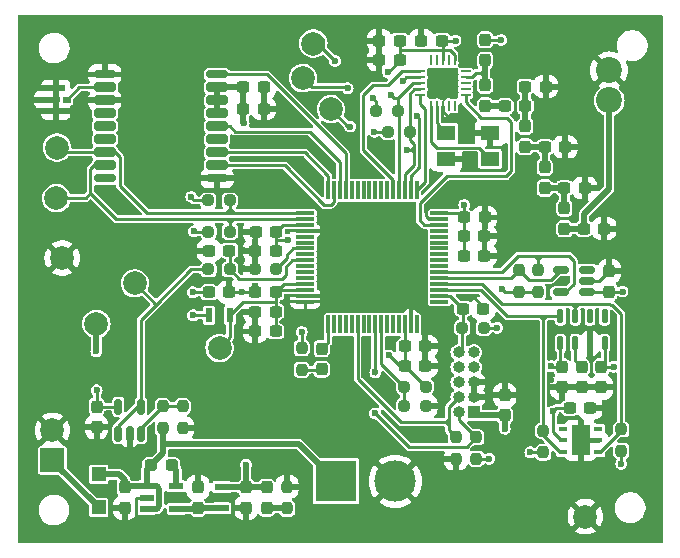
<source format=gbr>
%TF.GenerationSoftware,KiCad,Pcbnew,8.0.3*%
%TF.CreationDate,2024-12-28T15:27:48+01:00*%
%TF.ProjectId,picoballoon,7069636f-6261-46c6-9c6f-6f6e2e6b6963,rev?*%
%TF.SameCoordinates,Original*%
%TF.FileFunction,Copper,L1,Top*%
%TF.FilePolarity,Positive*%
%FSLAX46Y46*%
G04 Gerber Fmt 4.6, Leading zero omitted, Abs format (unit mm)*
G04 Created by KiCad (PCBNEW 8.0.3) date 2024-12-28 15:27:48*
%MOMM*%
%LPD*%
G01*
G04 APERTURE LIST*
G04 Aperture macros list*
%AMRoundRect*
0 Rectangle with rounded corners*
0 $1 Rounding radius*
0 $2 $3 $4 $5 $6 $7 $8 $9 X,Y pos of 4 corners*
0 Add a 4 corners polygon primitive as box body*
4,1,4,$2,$3,$4,$5,$6,$7,$8,$9,$2,$3,0*
0 Add four circle primitives for the rounded corners*
1,1,$1+$1,$2,$3*
1,1,$1+$1,$4,$5*
1,1,$1+$1,$6,$7*
1,1,$1+$1,$8,$9*
0 Add four rect primitives between the rounded corners*
20,1,$1+$1,$2,$3,$4,$5,0*
20,1,$1+$1,$4,$5,$6,$7,0*
20,1,$1+$1,$6,$7,$8,$9,0*
20,1,$1+$1,$8,$9,$2,$3,0*%
G04 Aperture macros list end*
%TA.AperFunction,SMDPad,CuDef*%
%ADD10RoundRect,0.237500X-0.237500X0.250000X-0.237500X-0.250000X0.237500X-0.250000X0.237500X0.250000X0*%
%TD*%
%TA.AperFunction,ComponentPad*%
%ADD11R,2.000000X2.000000*%
%TD*%
%TA.AperFunction,ComponentPad*%
%ADD12C,2.000000*%
%TD*%
%TA.AperFunction,SMDPad,CuDef*%
%ADD13R,1.600000X1.250000*%
%TD*%
%TA.AperFunction,SMDPad,CuDef*%
%ADD14RoundRect,0.237500X-0.300000X-0.237500X0.300000X-0.237500X0.300000X0.237500X-0.300000X0.237500X0*%
%TD*%
%TA.AperFunction,HeatsinkPad*%
%ADD15C,0.500000*%
%TD*%
%TA.AperFunction,SMDPad,CuDef*%
%ADD16RoundRect,0.237500X0.237500X-0.250000X0.237500X0.250000X-0.237500X0.250000X-0.237500X-0.250000X0*%
%TD*%
%TA.AperFunction,SMDPad,CuDef*%
%ADD17RoundRect,0.237500X0.237500X-0.300000X0.237500X0.300000X-0.237500X0.300000X-0.237500X-0.300000X0*%
%TD*%
%TA.AperFunction,SMDPad,CuDef*%
%ADD18RoundRect,0.237500X0.300000X0.237500X-0.300000X0.237500X-0.300000X-0.237500X0.300000X-0.237500X0*%
%TD*%
%TA.AperFunction,SMDPad,CuDef*%
%ADD19RoundRect,0.150000X0.512500X0.150000X-0.512500X0.150000X-0.512500X-0.150000X0.512500X-0.150000X0*%
%TD*%
%TA.AperFunction,SMDPad,CuDef*%
%ADD20R,1.200000X0.600000*%
%TD*%
%TA.AperFunction,SMDPad,CuDef*%
%ADD21RoundRect,0.237500X-0.237500X0.300000X-0.237500X-0.300000X0.237500X-0.300000X0.237500X0.300000X0*%
%TD*%
%TA.AperFunction,SMDPad,CuDef*%
%ADD22RoundRect,0.237500X-0.250000X-0.237500X0.250000X-0.237500X0.250000X0.237500X-0.250000X0.237500X0*%
%TD*%
%TA.AperFunction,SMDPad,CuDef*%
%ADD23C,2.000000*%
%TD*%
%TA.AperFunction,SMDPad,CuDef*%
%ADD24RoundRect,0.237500X0.237500X-0.287500X0.237500X0.287500X-0.237500X0.287500X-0.237500X-0.287500X0*%
%TD*%
%TA.AperFunction,SMDPad,CuDef*%
%ADD25RoundRect,0.237500X0.250000X0.237500X-0.250000X0.237500X-0.250000X-0.237500X0.250000X-0.237500X0*%
%TD*%
%TA.AperFunction,SMDPad,CuDef*%
%ADD26RoundRect,0.237500X-0.237500X0.287500X-0.237500X-0.287500X0.237500X-0.287500X0.237500X0.287500X0*%
%TD*%
%TA.AperFunction,ComponentPad*%
%ADD27C,2.200000*%
%TD*%
%TA.AperFunction,SMDPad,CuDef*%
%ADD28RoundRect,0.237500X-0.287500X-0.237500X0.287500X-0.237500X0.287500X0.237500X-0.287500X0.237500X0*%
%TD*%
%TA.AperFunction,ComponentPad*%
%ADD29R,1.000000X1.000000*%
%TD*%
%TA.AperFunction,ComponentPad*%
%ADD30O,1.000000X1.000000*%
%TD*%
%TA.AperFunction,SMDPad,CuDef*%
%ADD31RoundRect,0.150000X0.150000X-0.512500X0.150000X0.512500X-0.150000X0.512500X-0.150000X-0.512500X0*%
%TD*%
%TA.AperFunction,SMDPad,CuDef*%
%ADD32R,1.200000X1.200000*%
%TD*%
%TA.AperFunction,SMDPad,CuDef*%
%ADD33R,0.600000X1.250000*%
%TD*%
%TA.AperFunction,SMDPad,CuDef*%
%ADD34RoundRect,0.075000X-0.700000X-0.075000X0.700000X-0.075000X0.700000X0.075000X-0.700000X0.075000X0*%
%TD*%
%TA.AperFunction,SMDPad,CuDef*%
%ADD35RoundRect,0.075000X-0.075000X-0.700000X0.075000X-0.700000X0.075000X0.700000X-0.075000X0.700000X0*%
%TD*%
%TA.AperFunction,SMDPad,CuDef*%
%ADD36RoundRect,0.125000X0.125000X-0.475000X0.125000X0.475000X-0.125000X0.475000X-0.125000X-0.475000X0*%
%TD*%
%TA.AperFunction,SMDPad,CuDef*%
%ADD37R,1.250000X0.600000*%
%TD*%
%TA.AperFunction,SMDPad,CuDef*%
%ADD38RoundRect,0.175000X0.725000X0.175000X-0.725000X0.175000X-0.725000X-0.175000X0.725000X-0.175000X0*%
%TD*%
%TA.AperFunction,SMDPad,CuDef*%
%ADD39RoundRect,0.200000X0.700000X0.200000X-0.700000X0.200000X-0.700000X-0.200000X0.700000X-0.200000X0*%
%TD*%
%TA.AperFunction,ComponentPad*%
%ADD40R,3.500000X3.500000*%
%TD*%
%TA.AperFunction,ComponentPad*%
%ADD41C,3.500000*%
%TD*%
%TA.AperFunction,SMDPad,CuDef*%
%ADD42RoundRect,0.062500X0.362500X0.062500X-0.362500X0.062500X-0.362500X-0.062500X0.362500X-0.062500X0*%
%TD*%
%TA.AperFunction,SMDPad,CuDef*%
%ADD43RoundRect,0.062500X0.062500X0.362500X-0.062500X0.362500X-0.062500X-0.362500X0.062500X-0.362500X0*%
%TD*%
%TA.AperFunction,HeatsinkPad*%
%ADD44R,2.600000X2.600000*%
%TD*%
%TA.AperFunction,SMDPad,CuDef*%
%ADD45R,0.800000X0.450000*%
%TD*%
%TA.AperFunction,SMDPad,CuDef*%
%ADD46R,1.600000X2.500000*%
%TD*%
%TA.AperFunction,SMDPad,CuDef*%
%ADD47R,0.700000X0.500000*%
%TD*%
%TA.AperFunction,SMDPad,CuDef*%
%ADD48R,0.550000X0.500000*%
%TD*%
%TA.AperFunction,SMDPad,CuDef*%
%ADD49R,1.500000X0.500000*%
%TD*%
%TA.AperFunction,ViaPad*%
%ADD50C,0.600000*%
%TD*%
%TA.AperFunction,Conductor*%
%ADD51C,0.250000*%
%TD*%
%TA.AperFunction,Conductor*%
%ADD52C,0.500000*%
%TD*%
G04 APERTURE END LIST*
D10*
%TO.P,R6,1*%
%TO.N,/SCL_SENS*%
X151480000Y-119297500D03*
%TO.P,R6,2*%
%TO.N,+3.3V*%
X151480000Y-121122500D03*
%TD*%
D11*
%TO.P,SC1,1,+*%
%TO.N,Net-(D1-A)*%
X109910000Y-121795000D03*
D12*
%TO.P,SC1,2,-*%
%TO.N,GND*%
X109910000Y-119255000D03*
%TD*%
D13*
%TO.P,Y1,1,1*%
%TO.N,Net-(U1-XIN)*%
X143275000Y-94065000D03*
%TO.P,Y1,2,2*%
%TO.N,Net-(U1-XOUT)*%
X146975000Y-96265000D03*
%TO.P,Y1,3*%
%TO.N,GND*%
X146975000Y-94065000D03*
%TO.P,Y1,4*%
X143275000Y-96265000D03*
%TD*%
D14*
%TO.P,C29,1*%
%TO.N,Net-(C29-Pad1)*%
X148217500Y-91810000D03*
%TO.P,C29,2*%
%TO.N,Net-(C29-Pad2)*%
X149942500Y-91810000D03*
%TD*%
D15*
%TO.P,,21,GND*%
%TO.N,GND*%
X141920000Y-89850000D03*
%TD*%
D16*
%TO.P,R15,1*%
%TO.N,+3.3V*%
X145790000Y-121662500D03*
%TO.P,R15,2*%
%TO.N,/SWD_DIO*%
X145790000Y-119837500D03*
%TD*%
D17*
%TO.P,C37,1*%
%TO.N,+3.3V*%
X148210000Y-117992500D03*
%TO.P,C37,2*%
%TO.N,GND*%
X148210000Y-116267500D03*
%TD*%
D18*
%TO.P,C30,1*%
%TO.N,GND*%
X151682500Y-90160000D03*
%TO.P,C30,2*%
%TO.N,Net-(C29-Pad2)*%
X149957500Y-90160000D03*
%TD*%
D19*
%TO.P,U4,1,V_{DD}*%
%TO.N,+3.3V*%
X155207500Y-107570000D03*
%TO.P,U4,2,GND*%
%TO.N,GND*%
X155207500Y-106620000D03*
%TO.P,U4,3,ALERT*%
%TO.N,unconnected-(U4-ALERT-Pad3)*%
X155207500Y-105670000D03*
%TO.P,U4,4,SCLK*%
%TO.N,/SCL_TEMP*%
X152932500Y-105670000D03*
%TO.P,U4,5,SDA*%
%TO.N,/SDA_TEMP*%
X152932500Y-107570000D03*
%TD*%
D14*
%TO.P,C7,1*%
%TO.N,+3.3V*%
X139767500Y-112140000D03*
%TO.P,C7,2*%
%TO.N,GND*%
X141492500Y-112140000D03*
%TD*%
D20*
%TO.P,PS1,1,VIN*%
%TO.N,+U_SC*%
X117900000Y-123990000D03*
%TO.P,PS1,2,GND*%
%TO.N,GND*%
X117900000Y-124940000D03*
%TO.P,PS1,3,EN*%
%TO.N,+U_SC*%
X117900000Y-125890000D03*
%TO.P,PS1,4,VOUT*%
%TO.N,Net-(PS1-VOUT)*%
X120400000Y-125890000D03*
%TO.P,PS1,5,L*%
%TO.N,Net-(PS1-L)*%
X120400000Y-123990000D03*
%TD*%
D21*
%TO.P,C21,1*%
%TO.N,+3.3V*%
X156390000Y-113895000D03*
%TO.P,C21,2*%
%TO.N,GND*%
X156390000Y-115620000D03*
%TD*%
D17*
%TO.P,C19,1*%
%TO.N,+3.3V*%
X157070000Y-107500000D03*
%TO.P,C19,2*%
%TO.N,GND*%
X157070000Y-105775000D03*
%TD*%
D22*
%TO.P,R14,1*%
%TO.N,/ADC*%
X123117500Y-105630000D03*
%TO.P,R14,2*%
%TO.N,Net-(IC1-PTE20)*%
X124942500Y-105630000D03*
%TD*%
D23*
%TO.P,TP1,1,1*%
%TO.N,+3.3VA*%
X124060000Y-112270000D03*
%TD*%
D18*
%TO.P,C28,1*%
%TO.N,+3.3V*%
X139302500Y-87890000D03*
%TO.P,C28,2*%
%TO.N,GND*%
X137577500Y-87890000D03*
%TD*%
%TO.P,C31,1*%
%TO.N,GND*%
X153332500Y-95260000D03*
%TO.P,C31,2*%
%TO.N,Net-(C31-Pad2)*%
X151607500Y-95260000D03*
%TD*%
D21*
%TO.P,C20,1*%
%TO.N,Net-(U2-CAP)*%
X154720000Y-113895000D03*
%TO.P,C20,2*%
%TO.N,GND*%
X154720000Y-115620000D03*
%TD*%
D14*
%TO.P,C11,1*%
%TO.N,+3.3V*%
X144775000Y-101230000D03*
%TO.P,C11,2*%
%TO.N,GND*%
X146500000Y-101230000D03*
%TD*%
D24*
%TO.P,D3,1,K*%
%TO.N,Net-(D3-K)*%
X128050000Y-125835000D03*
%TO.P,D3,2,A*%
%TO.N,+3.3V*%
X128050000Y-124085000D03*
%TD*%
D25*
%TO.P,R12,1*%
%TO.N,Net-(IC1-PTE18)*%
X128865000Y-105610000D03*
%TO.P,R12,2*%
%TO.N,GND*%
X127040000Y-105610000D03*
%TD*%
D10*
%TO.P,R11,1*%
%TO.N,+3.3V*%
X131020000Y-112287500D03*
%TO.P,R11,2*%
%TO.N,Net-(D2-A)*%
X131020000Y-114112500D03*
%TD*%
D14*
%TO.P,C25,1*%
%TO.N,+3.3V*%
X126077500Y-92010000D03*
%TO.P,C25,2*%
%TO.N,GND*%
X127802500Y-92010000D03*
%TD*%
%TO.P,C24,1*%
%TO.N,+3.3V*%
X126077500Y-90220000D03*
%TO.P,C24,2*%
%TO.N,GND*%
X127802500Y-90220000D03*
%TD*%
D15*
%TO.P,,21,GND*%
%TO.N,GND*%
X142965000Y-89860000D03*
%TD*%
D23*
%TO.P,TP5,1,1*%
%TO.N,/GNSS_SCL*%
X110250000Y-99590000D03*
%TD*%
D26*
%TO.P,L6,1,1*%
%TO.N,Net-(C29-Pad2)*%
X149940000Y-93505000D03*
%TO.P,L6,2,2*%
%TO.N,Net-(C31-Pad2)*%
X149940000Y-95255000D03*
%TD*%
D21*
%TO.P,C18,1*%
%TO.N,+3.3V*%
X113657500Y-117245000D03*
%TO.P,C18,2*%
%TO.N,GND*%
X113657500Y-118970000D03*
%TD*%
D25*
%TO.P,R19,1*%
%TO.N,GND*%
X141532500Y-117190000D03*
%TO.P,R19,2*%
%TO.N,Net-(IC1-PTA4)*%
X139707500Y-117190000D03*
%TD*%
D23*
%TO.P,TP6,1,1*%
%TO.N,/SCLK*%
X132000000Y-86500000D03*
%TD*%
D25*
%TO.P,R13,1*%
%TO.N,+3.3V*%
X141522500Y-115540000D03*
%TO.P,R13,2*%
%TO.N,Net-(IC1-PTA4)*%
X139697500Y-115540000D03*
%TD*%
D18*
%TO.P,C6,1*%
%TO.N,+3.3V*%
X128825000Y-104030000D03*
%TO.P,C6,2*%
%TO.N,GND*%
X127100000Y-104030000D03*
%TD*%
D22*
%TO.P,R7,1*%
%TO.N,+3.3V*%
X137337500Y-92250000D03*
%TO.P,R7,2*%
%TO.N,/MISO*%
X139162500Y-92250000D03*
%TD*%
D18*
%TO.P,C26,1*%
%TO.N,+3.3V*%
X142872500Y-86260000D03*
%TO.P,C26,2*%
%TO.N,GND*%
X141147500Y-86260000D03*
%TD*%
%TO.P,C17,1*%
%TO.N,Net-(IC1-PTE20)*%
X124892500Y-104040000D03*
%TO.P,C17,2*%
%TO.N,GND*%
X123167500Y-104040000D03*
%TD*%
D15*
%TO.P,,21,GND*%
%TO.N,GND*%
X142960000Y-88810000D03*
%TD*%
D18*
%TO.P,C32,1*%
%TO.N,GND*%
X154992500Y-98730000D03*
%TO.P,C32,2*%
%TO.N,Net-(C32-Pad2)*%
X153267500Y-98730000D03*
%TD*%
D23*
%TO.P,TP10,1,1*%
%TO.N,GND*%
X155030000Y-126560000D03*
%TD*%
D15*
%TO.P,,21,GND*%
%TO.N,GND*%
X144010000Y-89850000D03*
%TD*%
D27*
%TO.P,AE2,1,A*%
%TO.N,Net-(AE2-A)*%
X157050000Y-91320000D03*
%TO.P,AE2,2*%
%TO.N,GND*%
X157050000Y-88780000D03*
%TD*%
D14*
%TO.P,C9,1*%
%TO.N,+3.3V*%
X144767500Y-102830000D03*
%TO.P,C9,2*%
%TO.N,GND*%
X146492500Y-102830000D03*
%TD*%
D26*
%TO.P,L8,1,1*%
%TO.N,Net-(C32-Pad2)*%
X153260000Y-100425000D03*
%TO.P,L8,2,2*%
%TO.N,Net-(AE2-A)*%
X153260000Y-102175000D03*
%TD*%
D28*
%TO.P,L1,1,1*%
%TO.N,+U_SC*%
X118255000Y-122200000D03*
%TO.P,L1,2,2*%
%TO.N,Net-(PS1-L)*%
X120005000Y-122200000D03*
%TD*%
D22*
%TO.P,R8,1*%
%TO.N,+3.3V*%
X138337500Y-93960000D03*
%TO.P,R8,2*%
%TO.N,/MOSI*%
X140162500Y-93960000D03*
%TD*%
D29*
%TO.P,J1,1,Pin_1*%
%TO.N,+3.3V*%
X145590000Y-117730000D03*
D30*
%TO.P,J1,2,Pin_2*%
%TO.N,/SWD_DIO*%
X144320000Y-117730000D03*
%TO.P,J1,3,Pin_3*%
%TO.N,GND*%
X145590000Y-116460000D03*
%TO.P,J1,4,Pin_4*%
%TO.N,/SWD_CLK*%
X144320000Y-116460000D03*
%TO.P,J1,5,Pin_5*%
%TO.N,GND*%
X145590000Y-115190000D03*
%TO.P,J1,6,Pin_6*%
%TO.N,unconnected-(J1-Pin_6-Pad6)*%
X144320000Y-115190000D03*
%TO.P,J1,7,Pin_7*%
%TO.N,unconnected-(J1-Pin_7-Pad7)*%
X145590000Y-113920000D03*
%TO.P,J1,8,Pin_8*%
%TO.N,unconnected-(J1-Pin_8-Pad8)*%
X144320000Y-113920000D03*
%TO.P,J1,9,Pin_9*%
%TO.N,unconnected-(J1-Pin_9-Pad9)*%
X145590000Y-112650000D03*
%TO.P,J1,10,Pin_10*%
%TO.N,/RESET*%
X144320000Y-112650000D03*
%TD*%
D31*
%TO.P,U6,1*%
%TO.N,/ADC*%
X115497500Y-119525000D03*
%TO.P,U6,2,V-*%
%TO.N,GND*%
X116447500Y-119525000D03*
%TO.P,U6,3,+*%
%TO.N,Net-(U6-+)*%
X117397500Y-119525000D03*
%TO.P,U6,4,-*%
%TO.N,/ADC*%
X117397500Y-117250000D03*
%TO.P,U6,5,V+*%
%TO.N,+3.3V*%
X115497500Y-117250000D03*
%TD*%
D10*
%TO.P,R16,1*%
%TO.N,/SWD_CLK*%
X144070000Y-119837500D03*
%TO.P,R16,2*%
%TO.N,GND*%
X144070000Y-121662500D03*
%TD*%
D14*
%TO.P,C8,1*%
%TO.N,+3.3V*%
X139767500Y-113820000D03*
%TO.P,C8,2*%
%TO.N,GND*%
X141492500Y-113820000D03*
%TD*%
D32*
%TO.P,D1,1,K*%
%TO.N,+U_SC*%
X113840000Y-122970000D03*
%TO.P,D1,2,A*%
%TO.N,Net-(D1-A)*%
X113840000Y-125770000D03*
%TD*%
D23*
%TO.P,TP3,1,1*%
%TO.N,/ADC*%
X116890000Y-106800000D03*
%TD*%
D18*
%TO.P,C27,1*%
%TO.N,+3.3V*%
X139300000Y-86260000D03*
%TO.P,C27,2*%
%TO.N,GND*%
X137575000Y-86260000D03*
%TD*%
%TO.P,C15,1*%
%TO.N,+3.3VA*%
X128800000Y-110880000D03*
%TO.P,C15,2*%
%TO.N,GND*%
X127075000Y-110880000D03*
%TD*%
D14*
%TO.P,C23,1*%
%TO.N,+3.3V*%
X153717500Y-117360000D03*
%TO.P,C23,2*%
%TO.N,GND*%
X155442500Y-117360000D03*
%TD*%
D17*
%TO.P,C3,1*%
%TO.N,Net-(PS1-VOUT)*%
X122230000Y-125812500D03*
%TO.P,C3,2*%
%TO.N,GND*%
X122230000Y-124087500D03*
%TD*%
D23*
%TO.P,TP7,1,1*%
%TO.N,/MOSI*%
X133490000Y-92060000D03*
%TD*%
D33*
%TO.P,FB3,1*%
%TO.N,+3.3V*%
X123157500Y-109510000D03*
%TO.P,FB3,2*%
%TO.N,+3.3VA*%
X124957500Y-109510000D03*
%TD*%
D26*
%TO.P,L4,1,1*%
%TO.N,+3.3V*%
X146540000Y-86185000D03*
%TO.P,L4,2,2*%
%TO.N,Net-(U1-TX)*%
X146540000Y-87935000D03*
%TD*%
D23*
%TO.P,TP8,1,1*%
%TO.N,/MISO*%
X131110000Y-89420000D03*
%TD*%
D10*
%TO.P,R9,1*%
%TO.N,/SDA_TEMP*%
X151050000Y-105687500D03*
%TO.P,R9,2*%
%TO.N,+3.3V*%
X151050000Y-107512500D03*
%TD*%
D23*
%TO.P,TP9,1,1*%
%TO.N,GND*%
X110740000Y-104660000D03*
%TD*%
D14*
%TO.P,C12,1*%
%TO.N,+3.3V*%
X123165000Y-107560000D03*
%TO.P,C12,2*%
%TO.N,GND*%
X124890000Y-107560000D03*
%TD*%
D26*
%TO.P,D2,1,K*%
%TO.N,/LED*%
X132710000Y-112327500D03*
%TO.P,D2,2,A*%
%TO.N,Net-(D2-A)*%
X132710000Y-114077500D03*
%TD*%
D34*
%TO.P,IC1,1,PTE0*%
%TO.N,/GNSS_SDA*%
X131325000Y-100850000D03*
%TO.P,IC1,2,PTE1*%
%TO.N,/GNSS_SCL*%
X131325000Y-101350000D03*
%TO.P,IC1,3,VDD_1*%
%TO.N,+3.3V*%
X131325000Y-101850000D03*
%TO.P,IC1,4,VSS_1*%
%TO.N,GND*%
X131325000Y-102350000D03*
%TO.P,IC1,5,PTE16*%
%TO.N,unconnected-(IC1-PTE16-Pad5)*%
X131325000Y-102850000D03*
%TO.P,IC1,6,PTE17*%
%TO.N,unconnected-(IC1-PTE17-Pad6)*%
X131325000Y-103350000D03*
%TO.P,IC1,7,PTE18*%
%TO.N,Net-(IC1-PTE18)*%
X131325000Y-103850000D03*
%TO.P,IC1,8,PTE19*%
%TO.N,unconnected-(IC1-PTE19-Pad8)*%
X131325000Y-104350000D03*
%TO.P,IC1,9,PTE20*%
%TO.N,Net-(IC1-PTE20)*%
X131325000Y-104850000D03*
%TO.P,IC1,10,PTE21*%
%TO.N,unconnected-(IC1-PTE21-Pad10)*%
X131325000Y-105350000D03*
%TO.P,IC1,11,PTE22*%
%TO.N,unconnected-(IC1-PTE22-Pad11)*%
X131325000Y-105850000D03*
%TO.P,IC1,12,PTE23*%
%TO.N,unconnected-(IC1-PTE23-Pad12)*%
X131325000Y-106350000D03*
%TO.P,IC1,13,VDDA*%
%TO.N,+3.3VA*%
X131325000Y-106850000D03*
%TO.P,IC1,14,VREFH_VREFO*%
X131325000Y-107350000D03*
%TO.P,IC1,15,VREFL*%
%TO.N,GND*%
X131325000Y-107850000D03*
%TO.P,IC1,16,VSSA*%
X131325000Y-108350000D03*
D35*
%TO.P,IC1,17,PTE29*%
%TO.N,/LED*%
X133250000Y-110275000D03*
%TO.P,IC1,18,PTE30*%
%TO.N,unconnected-(IC1-PTE30-Pad18)*%
X133750000Y-110275000D03*
%TO.P,IC1,19,PTE31*%
%TO.N,unconnected-(IC1-PTE31-Pad19)*%
X134250000Y-110275000D03*
%TO.P,IC1,20,PTE24*%
%TO.N,unconnected-(IC1-PTE24-Pad20)*%
X134750000Y-110275000D03*
%TO.P,IC1,21,PTE25*%
%TO.N,unconnected-(IC1-PTE25-Pad21)*%
X135250000Y-110275000D03*
%TO.P,IC1,22,PTA0*%
%TO.N,/SWD_CLK*%
X135750000Y-110275000D03*
%TO.P,IC1,23,PTA1*%
%TO.N,unconnected-(IC1-PTA1-Pad23)*%
X136250000Y-110275000D03*
%TO.P,IC1,24,PTA2*%
%TO.N,unconnected-(IC1-PTA2-Pad24)*%
X136750000Y-110275000D03*
%TO.P,IC1,25,PTA3*%
%TO.N,/SWD_DIO*%
X137250000Y-110275000D03*
%TO.P,IC1,26,PTA4*%
%TO.N,Net-(IC1-PTA4)*%
X137750000Y-110275000D03*
%TO.P,IC1,27,PTA5*%
%TO.N,unconnected-(IC1-PTA5-Pad27)*%
X138250000Y-110275000D03*
%TO.P,IC1,28,PTA12*%
%TO.N,unconnected-(IC1-PTA12-Pad28)*%
X138750000Y-110275000D03*
%TO.P,IC1,29,PTA13*%
%TO.N,unconnected-(IC1-PTA13-Pad29)*%
X139250000Y-110275000D03*
%TO.P,IC1,30,VDD_2*%
%TO.N,+3.3V*%
X139750000Y-110275000D03*
%TO.P,IC1,31,VSS_2*%
%TO.N,GND*%
X140250000Y-110275000D03*
%TO.P,IC1,32,PTA18*%
%TO.N,unconnected-(IC1-PTA18-Pad32)*%
X140750000Y-110275000D03*
D34*
%TO.P,IC1,33,PTA19*%
%TO.N,unconnected-(IC1-PTA19-Pad33)*%
X142675000Y-108350000D03*
%TO.P,IC1,34,PTA20*%
%TO.N,/RESET*%
X142675000Y-107850000D03*
%TO.P,IC1,35,PTB0/LLWU_P5*%
%TO.N,/SCL_SENS*%
X142675000Y-107350000D03*
%TO.P,IC1,36,PTB1*%
%TO.N,/SDA_SENS*%
X142675000Y-106850000D03*
%TO.P,IC1,37,PTB2*%
%TO.N,/SCL_TEMP*%
X142675000Y-106350000D03*
%TO.P,IC1,38,PTB3*%
%TO.N,/SDA_TEMP*%
X142675000Y-105850000D03*
%TO.P,IC1,39,PTB16*%
%TO.N,unconnected-(IC1-PTB16-Pad39)*%
X142675000Y-105350000D03*
%TO.P,IC1,40,PTB17*%
%TO.N,unconnected-(IC1-PTB17-Pad40)*%
X142675000Y-104850000D03*
%TO.P,IC1,41,PTB18*%
%TO.N,unconnected-(IC1-PTB18-Pad41)*%
X142675000Y-104350000D03*
%TO.P,IC1,42,PTB19*%
%TO.N,unconnected-(IC1-PTB19-Pad42)*%
X142675000Y-103850000D03*
%TO.P,IC1,43,PTC0*%
%TO.N,unconnected-(IC1-PTC0-Pad43)*%
X142675000Y-103350000D03*
%TO.P,IC1,44,PTC1/LLWU_P6/RTC_CLKIN*%
%TO.N,unconnected-(IC1-PTC1{slash}LLWU_P6{slash}RTC_CLKIN-Pad44)*%
X142675000Y-102850000D03*
%TO.P,IC1,45,PTC2*%
%TO.N,unconnected-(IC1-PTC2-Pad45)*%
X142675000Y-102350000D03*
%TO.P,IC1,46,PTC3/LLWU_P7*%
%TO.N,/SDN*%
X142675000Y-101850000D03*
%TO.P,IC1,47,VSS_3*%
%TO.N,GND*%
X142675000Y-101350000D03*
%TO.P,IC1,48,VDD_3*%
%TO.N,+3.3V*%
X142675000Y-100850000D03*
D35*
%TO.P,IC1,49,PTC4/LLWU_P8*%
%TO.N,/nSEL*%
X140750000Y-98925000D03*
%TO.P,IC1,50,PTC5/LLWU_P9*%
%TO.N,/SCLK*%
X140250000Y-98925000D03*
%TO.P,IC1,51,PTC6/LLWU_P10*%
%TO.N,/MOSI*%
X139750000Y-98925000D03*
%TO.P,IC1,52,PTC7*%
%TO.N,/MISO*%
X139250000Y-98925000D03*
%TO.P,IC1,53,PTC8*%
%TO.N,/nIRQ*%
X138750000Y-98925000D03*
%TO.P,IC1,54,PTC9*%
%TO.N,unconnected-(IC1-PTC9-Pad54)*%
X138250000Y-98925000D03*
%TO.P,IC1,55,PTC10*%
%TO.N,unconnected-(IC1-PTC10-Pad55)*%
X137750000Y-98925000D03*
%TO.P,IC1,56,PTC11*%
%TO.N,unconnected-(IC1-PTC11-Pad56)*%
X137250000Y-98925000D03*
%TO.P,IC1,57,PTD0*%
%TO.N,unconnected-(IC1-PTD0-Pad57)*%
X136750000Y-98925000D03*
%TO.P,IC1,58,PTD1*%
%TO.N,unconnected-(IC1-PTD1-Pad58)*%
X136250000Y-98925000D03*
%TO.P,IC1,59,PTD2*%
%TO.N,unconnected-(IC1-PTD2-Pad59)*%
X135750000Y-98925000D03*
%TO.P,IC1,60,PTD3*%
%TO.N,unconnected-(IC1-PTD3-Pad60)*%
X135250000Y-98925000D03*
%TO.P,IC1,61,PTD4/LLWU_P14*%
%TO.N,/GNSS_RESET*%
X134750000Y-98925000D03*
%TO.P,IC1,62,PTD5*%
%TO.N,/GNSS_EXTINT*%
X134250000Y-98925000D03*
%TO.P,IC1,63,PTD6/LLWU_P15*%
%TO.N,/GNSS_TX*%
X133750000Y-98925000D03*
%TO.P,IC1,64,PTD7*%
%TO.N,/GNSS_RX*%
X133250000Y-98925000D03*
%TD*%
D14*
%TO.P,C10,1*%
%TO.N,+3.3V*%
X144767500Y-104460000D03*
%TO.P,C10,2*%
%TO.N,GND*%
X146492500Y-104460000D03*
%TD*%
D23*
%TO.P,TP4,1,1*%
%TO.N,/GNSS_SDA*%
X110300000Y-95310000D03*
%TD*%
D36*
%TO.P,U2,1,VDD*%
%TO.N,+3.3V*%
X152925000Y-111880000D03*
%TO.P,U2,2,CAP*%
%TO.N,Net-(U2-CAP)*%
X154175000Y-111880000D03*
%TO.P,U2,3,GND*%
%TO.N,GND*%
X155425000Y-111880000D03*
%TO.P,U2,4,VDDIO*%
%TO.N,+3.3V*%
X156675000Y-111880000D03*
%TO.P,U2,5,INT2*%
%TO.N,unconnected-(U2-INT2-Pad5)*%
X156675000Y-109580000D03*
%TO.P,U2,6,INT1*%
%TO.N,unconnected-(U2-INT1-Pad6)*%
X155425000Y-109580000D03*
%TO.P,U2,7,SDL*%
%TO.N,/SDA_SENS*%
X154175000Y-109580000D03*
%TO.P,U2,8,SCL*%
%TO.N,/SCL_SENS*%
X152925000Y-109580000D03*
%TD*%
D22*
%TO.P,R3,1*%
%TO.N,+3.3V*%
X123097500Y-99790000D03*
%TO.P,R3,2*%
%TO.N,/GNSS_SDA*%
X124922500Y-99790000D03*
%TD*%
D26*
%TO.P,L5,1,1*%
%TO.N,Net-(U1-TX)*%
X146550000Y-90025000D03*
%TO.P,L5,2,2*%
%TO.N,Net-(C29-Pad1)*%
X146550000Y-91775000D03*
%TD*%
D37*
%TO.P,FB1,1*%
%TO.N,Net-(PS1-VOUT)*%
X124240000Y-125850000D03*
%TO.P,FB1,2*%
%TO.N,+3.3V*%
X124240000Y-124050000D03*
%TD*%
D21*
%TO.P,C2,1*%
%TO.N,+U_SC*%
X116040000Y-124087500D03*
%TO.P,C2,2*%
%TO.N,GND*%
X116040000Y-125812500D03*
%TD*%
D18*
%TO.P,C5,1*%
%TO.N,+3.3V*%
X128832500Y-102430000D03*
%TO.P,C5,2*%
%TO.N,GND*%
X127107500Y-102430000D03*
%TD*%
D38*
%TO.P,U5,1,GND*%
%TO.N,GND*%
X123850000Y-97920000D03*
D39*
%TO.P,U5,2,TXD*%
%TO.N,/GNSS_TX*%
X123850000Y-96820000D03*
%TO.P,U5,3,RXD*%
%TO.N,/GNSS_RX*%
X123850000Y-95720000D03*
%TO.P,U5,4,TIMEPULSE*%
%TO.N,unconnected-(U5-TIMEPULSE-Pad4)*%
X123850000Y-94620000D03*
%TO.P,U5,5,EXTINT*%
%TO.N,/GNSS_EXTINT*%
X123850000Y-93520000D03*
%TO.P,U5,6,V_BCKP*%
%TO.N,+3.3V*%
X123850000Y-92420000D03*
%TO.P,U5,7,VCC_IO*%
X123850000Y-91320000D03*
%TO.P,U5,8,VCC*%
X123850000Y-90220000D03*
D38*
%TO.P,U5,9,~{RESET}*%
%TO.N,/GNSS_RESET*%
X123850000Y-89120000D03*
%TO.P,U5,10,GND*%
%TO.N,GND*%
X114350000Y-89120000D03*
D39*
%TO.P,U5,11,RF_IN*%
%TO.N,Net-(AE1-A)*%
X114350000Y-90220000D03*
%TO.P,U5,12,GND*%
%TO.N,GND*%
X114350000Y-91320000D03*
%TO.P,U5,13,LNA_EN*%
%TO.N,unconnected-(U5-LNA_EN-Pad13)*%
X114350000Y-92420000D03*
%TO.P,U5,14,VCC_RF*%
%TO.N,unconnected-(U5-VCC_RF-Pad14)*%
X114350000Y-93520000D03*
%TO.P,U5,15,VIO_SEL*%
%TO.N,unconnected-(U5-VIO_SEL-Pad15)*%
X114350000Y-94620000D03*
%TO.P,U5,16,SDA*%
%TO.N,/GNSS_SDA*%
X114350000Y-95720000D03*
%TO.P,U5,17,SCL*%
%TO.N,/GNSS_SCL*%
X114350000Y-96820000D03*
D38*
%TO.P,U5,18,~{SAFEBOOT}*%
%TO.N,unconnected-(U5-~{SAFEBOOT}-Pad18)*%
X114350000Y-97920000D03*
%TD*%
D23*
%TO.P,TP2,1,1*%
%TO.N,+3.3V*%
X113630000Y-110240000D03*
%TD*%
D40*
%TO.P,C1,1*%
%TO.N,+U_SC*%
X133940000Y-123570000D03*
D41*
%TO.P,C1,2*%
%TO.N,GND*%
X138940000Y-123570000D03*
%TD*%
D10*
%TO.P,R1,1*%
%TO.N,GND*%
X129780000Y-124037500D03*
%TO.P,R1,2*%
%TO.N,Net-(D3-K)*%
X129780000Y-125862500D03*
%TD*%
D42*
%TO.P,U1,1,SDN*%
%TO.N,/SDN*%
X144890000Y-90860000D03*
%TO.P,U1,2,RXp*%
%TO.N,unconnected-(U1-RXp-Pad2)*%
X144890000Y-90360000D03*
%TO.P,U1,3,RXn*%
%TO.N,unconnected-(U1-RXn-Pad3)*%
X144890000Y-89860000D03*
%TO.P,U1,4,TX*%
%TO.N,Net-(U1-TX)*%
X144890000Y-89360000D03*
%TO.P,U1,5,NC*%
%TO.N,unconnected-(U1-NC-Pad5)*%
X144890000Y-88860000D03*
D43*
%TO.P,U1,6,VDD*%
%TO.N,+3.3V*%
X143965000Y-87935000D03*
%TO.P,U1,7,TXRAMP*%
%TO.N,unconnected-(U1-TXRAMP-Pad7)*%
X143465000Y-87935000D03*
%TO.P,U1,8,VDD*%
%TO.N,+3.3V*%
X142965000Y-87935000D03*
%TO.P,U1,9,GPIO0*%
%TO.N,unconnected-(U1-GPIO0-Pad9)*%
X142465000Y-87935000D03*
%TO.P,U1,10,GPIO1*%
%TO.N,unconnected-(U1-GPIO1-Pad10)*%
X141965000Y-87935000D03*
D42*
%TO.P,U1,11,~{IRQ}*%
%TO.N,/nIRQ*%
X141040000Y-88860000D03*
%TO.P,U1,12,SCLK*%
%TO.N,/SCLK*%
X141040000Y-89360000D03*
%TO.P,U1,13,SDO*%
%TO.N,/MISO*%
X141040000Y-89860000D03*
%TO.P,U1,14,SDI*%
%TO.N,/MOSI*%
X141040000Y-90360000D03*
%TO.P,U1,15,~{SEL}*%
%TO.N,/nSEL*%
X141040000Y-90860000D03*
D43*
%TO.P,U1,16,XOUT*%
%TO.N,Net-(U1-XOUT)*%
X141965000Y-91785000D03*
%TO.P,U1,17,XIN*%
%TO.N,Net-(U1-XIN)*%
X142465000Y-91785000D03*
%TO.P,U1,18,GND*%
%TO.N,GND*%
X142965000Y-91785000D03*
%TO.P,U1,19,GPIO2*%
%TO.N,unconnected-(U1-GPIO2-Pad19)*%
X143465000Y-91785000D03*
%TO.P,U1,20,GPIO3*%
%TO.N,unconnected-(U1-GPIO3-Pad20)*%
X143965000Y-91785000D03*
D15*
%TO.P,U1,21,GND*%
%TO.N,GND*%
X144015000Y-90910000D03*
X144015000Y-88810000D03*
D44*
X142965000Y-89860000D03*
D15*
X141915000Y-90910000D03*
X141915000Y-88810000D03*
%TD*%
D45*
%TO.P,HM1,1,DATA*%
%TO.N,/SDA_SENS*%
X156080000Y-121110000D03*
%TO.P,HM1,2,GND*%
%TO.N,GND*%
X156080000Y-120110000D03*
%TO.P,HM1,3,NC_1*%
%TO.N,unconnected-(HM1-NC_1-Pad3)*%
X156080000Y-119110000D03*
%TO.P,HM1,4,NC_2*%
%TO.N,unconnected-(HM1-NC_2-Pad4)*%
X153180000Y-119110000D03*
%TO.P,HM1,5,VDD*%
%TO.N,+3.3V*%
X153180000Y-120110000D03*
%TO.P,HM1,6,SCK*%
%TO.N,/SCL_SENS*%
X153180000Y-121110000D03*
D46*
%TO.P,HM1,7,EP*%
%TO.N,GND*%
X154630000Y-120110000D03*
%TD*%
D26*
%TO.P,L7,1,1*%
%TO.N,Net-(C31-Pad2)*%
X151610000Y-96985000D03*
%TO.P,L7,2,2*%
%TO.N,Net-(C32-Pad2)*%
X151610000Y-98735000D03*
%TD*%
D10*
%TO.P,R10,1*%
%TO.N,/SCL_TEMP*%
X149417500Y-105687500D03*
%TO.P,R10,2*%
%TO.N,+3.3V*%
X149417500Y-107512500D03*
%TD*%
D25*
%TO.P,R2,1*%
%TO.N,+3.3V*%
X146442500Y-110570000D03*
%TO.P,R2,2*%
%TO.N,/RESET*%
X144617500Y-110570000D03*
%TD*%
D22*
%TO.P,R4,1*%
%TO.N,+3.3V*%
X123117500Y-102430000D03*
%TO.P,R4,2*%
%TO.N,/GNSS_SCL*%
X124942500Y-102430000D03*
%TD*%
D18*
%TO.P,C13,1*%
%TO.N,+3.3VA*%
X128802500Y-107570000D03*
%TO.P,C13,2*%
%TO.N,GND*%
X127077500Y-107570000D03*
%TD*%
%TO.P,C33,1*%
%TO.N,GND*%
X156632500Y-102170000D03*
%TO.P,C33,2*%
%TO.N,Net-(AE2-A)*%
X154907500Y-102170000D03*
%TD*%
%TO.P,C14,1*%
%TO.N,+3.3VA*%
X128800000Y-109210000D03*
%TO.P,C14,2*%
%TO.N,GND*%
X127075000Y-109210000D03*
%TD*%
D10*
%TO.P,R5,1*%
%TO.N,/SDA_SENS*%
X158080000Y-119157500D03*
%TO.P,R5,2*%
%TO.N,+3.3V*%
X158080000Y-120982500D03*
%TD*%
D15*
%TO.P,,21,GND*%
%TO.N,GND*%
X142960000Y-90910000D03*
%TD*%
D14*
%TO.P,C16,1*%
%TO.N,/RESET*%
X144667500Y-108940000D03*
%TO.P,C16,2*%
%TO.N,GND*%
X146392500Y-108940000D03*
%TD*%
D21*
%TO.P,C4,1*%
%TO.N,+3.3V*%
X126310000Y-124077500D03*
%TO.P,C4,2*%
%TO.N,GND*%
X126310000Y-125802500D03*
%TD*%
%TO.P,C22,1*%
%TO.N,+3.3V*%
X153040000Y-113895000D03*
%TO.P,C22,2*%
%TO.N,GND*%
X153040000Y-115620000D03*
%TD*%
D10*
%TO.P,R18,1*%
%TO.N,Net-(U6-+)*%
X120940000Y-117215000D03*
%TO.P,R18,2*%
%TO.N,GND*%
X120940000Y-119040000D03*
%TD*%
D47*
%TO.P,AE1,1,A*%
%TO.N,Net-(AE1-A)*%
X111137000Y-91250000D03*
D48*
%TO.P,AE1,2*%
%TO.N,GND*%
X109163000Y-91250000D03*
D49*
%TO.P,AE1,3*%
X110187000Y-92200000D03*
%TO.P,AE1,4*%
X110187000Y-90300000D03*
%TD*%
D16*
%TO.P,R17,1*%
%TO.N,+U_SC*%
X119250000Y-119040000D03*
%TO.P,R17,2*%
%TO.N,Net-(U6-+)*%
X119250000Y-117215000D03*
%TD*%
D50*
%TO.N,GND*%
X161000000Y-102500000D03*
X152270000Y-123780000D03*
X132270000Y-98320000D03*
X118500000Y-84750000D03*
X159990000Y-127210000D03*
X107500000Y-89500000D03*
X153530000Y-93900000D03*
X134250000Y-128250000D03*
X152040000Y-101590000D03*
X138330000Y-116160000D03*
X149250000Y-128250000D03*
X154360000Y-94060000D03*
X152800000Y-97430000D03*
X161000000Y-91500000D03*
X128200000Y-99600000D03*
X152660000Y-93970000D03*
X112250000Y-128250000D03*
X149580000Y-96460000D03*
X109580000Y-115300000D03*
X107500000Y-117500000D03*
X140250000Y-128250000D03*
X159420000Y-102000000D03*
X119690000Y-110890000D03*
X126250000Y-128250000D03*
X108490000Y-94330000D03*
X150150000Y-117460000D03*
X157220000Y-103610000D03*
X140500000Y-84750000D03*
X148500000Y-84750000D03*
X161000000Y-111500000D03*
X131050000Y-96960000D03*
X110250000Y-128250000D03*
X134620000Y-116450000D03*
X149760000Y-100030000D03*
X132500000Y-84750000D03*
X155730000Y-123480000D03*
X157970000Y-96620000D03*
X116750000Y-87250000D03*
X150700000Y-101790000D03*
X150170000Y-115230000D03*
X107500000Y-101500000D03*
X130500000Y-84750000D03*
X158250000Y-128250000D03*
X111770000Y-106970000D03*
X152840000Y-91080000D03*
X161000000Y-106500000D03*
X119220000Y-86050000D03*
X154460000Y-96360000D03*
X107500000Y-108500000D03*
X128250000Y-128250000D03*
X145570000Y-108000000D03*
X134440000Y-94180000D03*
X157250000Y-128250000D03*
X126580000Y-99580000D03*
X124140000Y-86010000D03*
X107500000Y-111500000D03*
X135250000Y-128250000D03*
X123580000Y-115230000D03*
X139500000Y-84750000D03*
X138180000Y-126590000D03*
X157140000Y-117090000D03*
X135540000Y-92380000D03*
X112790000Y-127290000D03*
X152500000Y-84750000D03*
X124500000Y-84750000D03*
X142250000Y-128250000D03*
X129500000Y-84750000D03*
X129390000Y-91660000D03*
X113250000Y-128250000D03*
X161000000Y-120500000D03*
X130700000Y-92880000D03*
X142550000Y-119670000D03*
X107500000Y-110500000D03*
X136970000Y-101310000D03*
X152829525Y-96645330D03*
X161000000Y-96500000D03*
X142500000Y-84750000D03*
X120310000Y-124950000D03*
X153100000Y-103380000D03*
X157960000Y-95070000D03*
X159600000Y-109880000D03*
X133970000Y-101750000D03*
X115840000Y-100330000D03*
X128500000Y-84750000D03*
X126542832Y-116124487D03*
X145500000Y-84750000D03*
X137620000Y-107690000D03*
X126090000Y-102450000D03*
X108500000Y-84750000D03*
X157960000Y-94280000D03*
X152020000Y-91600000D03*
X116500000Y-84750000D03*
X147660000Y-89840000D03*
X151160000Y-92470000D03*
X113500000Y-84750000D03*
X149000000Y-89000000D03*
X151500000Y-84750000D03*
X142650000Y-110690000D03*
X147730000Y-87360000D03*
X107500000Y-92500000D03*
X137810000Y-104880000D03*
X116130000Y-110890000D03*
X119500000Y-84750000D03*
X138350000Y-96400000D03*
X118250000Y-128250000D03*
X107500000Y-97500000D03*
X159620000Y-123850000D03*
X112540000Y-89560000D03*
X115650000Y-113990000D03*
X117370000Y-102940000D03*
X136160000Y-88790000D03*
X161000000Y-105500000D03*
X156990000Y-118140000D03*
X123500000Y-84750000D03*
X129870000Y-99120000D03*
X123250000Y-128250000D03*
X117500000Y-84750000D03*
X157970000Y-97410000D03*
X153660000Y-96580000D03*
X161000000Y-92500000D03*
X132407266Y-117805498D03*
X121500000Y-84750000D03*
X147250000Y-128250000D03*
X158570000Y-92090000D03*
X161000000Y-86500000D03*
X126040000Y-104020000D03*
X129290000Y-121860000D03*
X108940000Y-97470000D03*
X129090000Y-88020000D03*
X133210000Y-120450000D03*
X144120000Y-126840000D03*
X159820000Y-122220000D03*
X157420000Y-110720000D03*
X125500000Y-84750000D03*
X109070000Y-106660000D03*
X125650000Y-118910000D03*
X151610000Y-88790000D03*
X142130000Y-125480000D03*
X130250000Y-128250000D03*
X146250000Y-128250000D03*
X122890000Y-118260000D03*
X107500000Y-95500000D03*
X159515097Y-99694018D03*
X133500000Y-84750000D03*
X116250000Y-128250000D03*
X147520000Y-126520000D03*
X152380000Y-88890000D03*
X126630000Y-98030000D03*
X118960000Y-113050000D03*
X107500000Y-123500000D03*
X147690000Y-88980000D03*
X134460000Y-85620000D03*
X140330000Y-104310000D03*
X138250000Y-128250000D03*
X161000000Y-85500000D03*
X108250000Y-128250000D03*
X152130000Y-114960000D03*
X150500000Y-84750000D03*
X108460000Y-123520000D03*
X148550000Y-90630000D03*
X157970000Y-95830000D03*
X155500000Y-84750000D03*
X132250000Y-128250000D03*
X107500000Y-125500000D03*
X153250000Y-128250000D03*
X112430000Y-94020000D03*
X112930000Y-85780000D03*
X137130000Y-120460000D03*
X158150000Y-102370000D03*
X151020000Y-99880000D03*
X156390000Y-100880000D03*
X140140000Y-107840000D03*
X158110000Y-92720000D03*
X145250000Y-128250000D03*
X115500000Y-84750000D03*
X161000000Y-122500000D03*
X129290000Y-118210000D03*
X144960000Y-92930000D03*
X107500000Y-114500000D03*
X157450000Y-100950000D03*
X111680000Y-89780000D03*
X148230000Y-100030000D03*
X161000000Y-113500000D03*
X107500000Y-103500000D03*
X111250000Y-128250000D03*
X156500000Y-84750000D03*
X107500000Y-88500000D03*
X114600000Y-99260000D03*
X161000000Y-87500000D03*
X157370000Y-124280000D03*
X157930000Y-93470000D03*
X143500000Y-84750000D03*
X136250000Y-128250000D03*
X107500000Y-84750000D03*
X161000000Y-94500000D03*
X123960000Y-127180000D03*
X107500000Y-104500000D03*
X147730000Y-90620000D03*
X152320000Y-103310000D03*
X152180000Y-110790000D03*
X148030000Y-98730000D03*
X131500000Y-84750000D03*
X112380000Y-120550000D03*
X134550000Y-126710000D03*
X154510000Y-97410000D03*
X144300000Y-98670000D03*
X148580000Y-112210000D03*
X121241067Y-87270300D03*
X158060000Y-101580000D03*
X146500000Y-84750000D03*
X157490000Y-99730000D03*
X161000000Y-123500000D03*
X153640000Y-97570000D03*
X156140000Y-96350000D03*
X112100000Y-114410000D03*
X148640000Y-101760000D03*
X135380000Y-103410000D03*
X150350000Y-103570000D03*
X126500000Y-84750000D03*
X135000000Y-106420000D03*
X129250000Y-128250000D03*
X107500000Y-126500000D03*
X160500000Y-84750000D03*
X161000000Y-118500000D03*
X137500000Y-84750000D03*
X155250000Y-128250000D03*
X125980000Y-107560000D03*
X121350000Y-112800000D03*
X121020000Y-127280000D03*
X161000000Y-124500000D03*
X139130000Y-101730000D03*
X134500000Y-84750000D03*
X127890000Y-121750000D03*
X161000000Y-108500000D03*
X136680000Y-97250000D03*
X156980000Y-100330000D03*
X132990000Y-96280000D03*
X140000000Y-119400000D03*
X161000000Y-115500000D03*
X161000000Y-121500000D03*
X107500000Y-124500000D03*
X113120000Y-87470000D03*
X150450000Y-98310000D03*
X125250000Y-128250000D03*
X112690000Y-90850000D03*
X158500000Y-84750000D03*
X161000000Y-109500000D03*
X151090000Y-126150000D03*
X157990000Y-98220000D03*
X126020000Y-105540000D03*
X107500000Y-127500000D03*
X161000000Y-88500000D03*
X115670000Y-127360000D03*
X134700000Y-118990000D03*
X143250000Y-128250000D03*
X128240000Y-98040000D03*
X107500000Y-87500000D03*
X134160000Y-108240000D03*
X161000000Y-117500000D03*
X138500000Y-84750000D03*
X153400000Y-86280000D03*
X107500000Y-93500000D03*
X125950000Y-94860000D03*
X150110000Y-110740000D03*
X133910000Y-89290000D03*
X152040000Y-102480000D03*
X147500000Y-84750000D03*
X107500000Y-99500000D03*
X117320000Y-127240000D03*
X161000000Y-100500000D03*
X149400000Y-98570000D03*
X153000000Y-89450000D03*
X161000000Y-112500000D03*
X121250000Y-128250000D03*
X121900000Y-121810000D03*
X152030000Y-100750000D03*
X148560000Y-114080000D03*
X156170000Y-97940000D03*
X107500000Y-106500000D03*
X137250000Y-128250000D03*
X108960000Y-102170000D03*
X107500000Y-121500000D03*
X111710000Y-97280000D03*
X130890000Y-122390000D03*
X129830000Y-94870000D03*
X113400000Y-106270000D03*
X152250000Y-128250000D03*
X144500000Y-84750000D03*
X150250000Y-128250000D03*
X142130000Y-122750000D03*
X138140000Y-115130000D03*
X138420000Y-112040000D03*
X157920000Y-99010000D03*
X113420000Y-101930000D03*
X129140000Y-115170000D03*
X150680000Y-88940000D03*
X120250000Y-128250000D03*
X161000000Y-101500000D03*
X135660000Y-96450000D03*
X141500000Y-84750000D03*
X154860000Y-95610000D03*
X153500000Y-84750000D03*
X107500000Y-112500000D03*
X127760000Y-127180000D03*
X112080000Y-91330000D03*
X149260000Y-123840000D03*
X161000000Y-103500000D03*
X124250000Y-128250000D03*
X143200000Y-109670000D03*
X156380000Y-86240000D03*
X114600000Y-121220000D03*
X148450000Y-121070000D03*
X136530000Y-113430000D03*
X161000000Y-90500000D03*
X145150000Y-96420000D03*
X109262939Y-128237369D03*
X152190000Y-116700000D03*
X143160000Y-99480000D03*
X127440000Y-113010000D03*
X112500000Y-84750000D03*
X159470000Y-94280000D03*
X110500000Y-84750000D03*
X114990000Y-86350000D03*
X123520000Y-121770000D03*
X157500000Y-84750000D03*
X107500000Y-105500000D03*
X161000000Y-95500000D03*
X153120000Y-106600000D03*
X107500000Y-119500000D03*
X154790000Y-94760000D03*
X107500000Y-91500000D03*
X151160000Y-93240000D03*
X116340000Y-121290000D03*
X107500000Y-98500000D03*
X151250000Y-128250000D03*
X154380000Y-88700000D03*
X107500000Y-113500000D03*
X112060000Y-122050000D03*
X161000000Y-110500000D03*
X107500000Y-86500000D03*
X107500000Y-94500000D03*
X159500000Y-84750000D03*
X114250000Y-128250000D03*
X155330000Y-97370000D03*
X107500000Y-120500000D03*
X150380000Y-97490000D03*
X127500000Y-84750000D03*
X154250000Y-128250000D03*
X124240000Y-124950000D03*
X161000000Y-99500000D03*
X107500000Y-102500000D03*
X161000000Y-89500000D03*
X122500000Y-84750000D03*
X111500000Y-84750000D03*
X161000000Y-97500000D03*
X155620000Y-103340000D03*
X131030000Y-127220000D03*
X161000000Y-119500000D03*
X107500000Y-116500000D03*
X156390000Y-103500000D03*
X119250000Y-128250000D03*
X147710000Y-88160000D03*
X141250000Y-128250000D03*
X161000000Y-125500000D03*
X136500000Y-84750000D03*
X111690000Y-116730000D03*
X151200000Y-91690000D03*
X136090000Y-86180000D03*
X157510000Y-127180000D03*
X145490000Y-123860000D03*
X161000000Y-127500000D03*
X151960000Y-99940000D03*
X159815960Y-119121151D03*
X113920000Y-127300000D03*
X107500000Y-100500000D03*
X117250000Y-128250000D03*
X153980000Y-103340000D03*
X134320000Y-113280000D03*
X161000000Y-126500000D03*
X125770000Y-87600000D03*
X161000000Y-93500000D03*
X146080000Y-99210000D03*
X161000000Y-114500000D03*
X135110000Y-87240000D03*
X157870000Y-103150000D03*
X135350000Y-95150000D03*
X159690000Y-107430000D03*
X159520000Y-111690000D03*
X107500000Y-109500000D03*
X156130000Y-95530000D03*
X129350000Y-93090000D03*
X156150000Y-97150000D03*
X110690000Y-111810000D03*
X107500000Y-122500000D03*
X159820000Y-116760000D03*
X156160000Y-94740000D03*
X141210000Y-119730000D03*
X115250000Y-128250000D03*
X150420000Y-87270000D03*
X109680000Y-108880000D03*
X154740000Y-103370000D03*
X149500000Y-84750000D03*
X127860000Y-94870000D03*
X107500000Y-96500000D03*
X107500000Y-118500000D03*
X155760000Y-92480000D03*
X133250000Y-128250000D03*
X150440000Y-112990000D03*
X107500000Y-90500000D03*
X159600000Y-96940000D03*
X107500000Y-85500000D03*
X156160000Y-93190000D03*
X159350000Y-89300000D03*
X151100000Y-94060000D03*
X139250000Y-128250000D03*
X128600000Y-86220000D03*
X156250000Y-128250000D03*
X159600000Y-114010000D03*
X150500000Y-99140000D03*
X149820000Y-88940000D03*
X154480000Y-100130000D03*
X154250000Y-91730000D03*
X150320000Y-96710000D03*
X142310000Y-97590000D03*
X122250000Y-128250000D03*
X136510000Y-112180000D03*
X148720000Y-89790000D03*
X161000000Y-107500000D03*
X135500000Y-84750000D03*
X144250000Y-128250000D03*
X153110000Y-90350000D03*
X161000000Y-104500000D03*
X159560000Y-104510000D03*
X151880000Y-94100000D03*
X107500000Y-107500000D03*
X148330000Y-103780000D03*
X131610000Y-95000000D03*
X159250000Y-128250000D03*
X161000000Y-116500000D03*
X119970000Y-115280000D03*
X107500000Y-115500000D03*
X160250000Y-128250000D03*
X133550000Y-104420000D03*
X154500000Y-84750000D03*
X109500000Y-84750000D03*
X156170000Y-93950000D03*
X148250000Y-128250000D03*
X161000000Y-98500000D03*
X152170000Y-112840000D03*
X114500000Y-84750000D03*
X131250000Y-128250000D03*
X120500000Y-84750000D03*
X124780000Y-121790000D03*
X114550000Y-103820000D03*
X127250000Y-128250000D03*
%TO.N,+3.3V*%
X147910000Y-86200000D03*
X158080000Y-122080000D03*
X121810000Y-107560000D03*
X144780000Y-100170000D03*
X158180000Y-107500000D03*
X144040000Y-86260000D03*
X137060000Y-91150000D03*
X152290000Y-117650000D03*
X126110003Y-93260003D03*
X137170000Y-93960000D03*
X121820000Y-109510000D03*
X150370000Y-121120000D03*
X121900000Y-102410000D03*
X148000000Y-107250000D03*
X129840000Y-103140000D03*
X157417500Y-113872500D03*
X121670000Y-99490000D03*
X146900000Y-121650000D03*
X152155000Y-113816826D03*
X148210000Y-119110000D03*
X131020000Y-110920000D03*
X138345000Y-88945000D03*
X138440000Y-112910000D03*
X113650000Y-115860000D03*
X147580000Y-110570000D03*
X126300000Y-122170000D03*
X113630000Y-112570000D03*
%TO.N,/MISO*%
X138540000Y-90820000D03*
X134900000Y-90290000D03*
%TO.N,/MOSI*%
X139910000Y-95480000D03*
X135130000Y-93530000D03*
%TO.N,/SCLK*%
X139560000Y-89690000D03*
X133850000Y-87980000D03*
X140820000Y-92650000D03*
%TO.N,/SWD_DIO*%
X137240000Y-117819978D03*
X137250000Y-114340000D03*
%TD*%
D51*
%TO.N,Net-(AE1-A)*%
X112167000Y-90220000D02*
X111137000Y-91250000D01*
X114350000Y-90220000D02*
X112167000Y-90220000D01*
D52*
%TO.N,Net-(AE2-A)*%
X154902500Y-102175000D02*
X154907500Y-102170000D01*
X154907500Y-100922500D02*
X154907500Y-102170000D01*
X157050000Y-91320000D02*
X157050000Y-98780000D01*
X153260000Y-102175000D02*
X154902500Y-102175000D01*
X157050000Y-98780000D02*
X154907500Y-100922500D01*
%TO.N,+U_SC*%
X118750000Y-125890000D02*
X118950000Y-125690000D01*
X118750000Y-123990000D02*
X117900000Y-123990000D01*
X119250000Y-119040000D02*
X119250000Y-120400000D01*
X117900000Y-125890000D02*
X118750000Y-125890000D01*
X116040000Y-123430000D02*
X116040000Y-124087500D01*
X119250000Y-120400000D02*
X119250000Y-121205000D01*
X130770000Y-120400000D02*
X133940000Y-123570000D01*
X113840000Y-122970000D02*
X115580000Y-122970000D01*
X118950000Y-125690000D02*
X118950000Y-124190000D01*
X115580000Y-122970000D02*
X116040000Y-123430000D01*
X117900000Y-122555000D02*
X117900000Y-123990000D01*
X116137500Y-123990000D02*
X116040000Y-124087500D01*
X119250000Y-121205000D02*
X118255000Y-122200000D01*
X119250000Y-120400000D02*
X130770000Y-120400000D01*
X118255000Y-122200000D02*
X117900000Y-122555000D01*
X118950000Y-124190000D02*
X118750000Y-123990000D01*
X117900000Y-123990000D02*
X116137500Y-123990000D01*
D51*
%TO.N,GND*%
X124890000Y-107560000D02*
X125980000Y-107560000D01*
X116975000Y-125015000D02*
X116975000Y-126895000D01*
X156225000Y-106620000D02*
X157070000Y-105775000D01*
X131325000Y-107850000D02*
X133770000Y-107850000D01*
X117900000Y-124940000D02*
X117050000Y-124940000D01*
X155207500Y-106620000D02*
X156225000Y-106620000D01*
X140250000Y-107950000D02*
X140140000Y-107840000D01*
X141575000Y-101092764D02*
X141575000Y-100607236D01*
X141575000Y-100607236D02*
X142702236Y-99480000D01*
X133370000Y-102350000D02*
X133970000Y-101750000D01*
X127067500Y-107560000D02*
X127077500Y-107570000D01*
X125980000Y-107560000D02*
X127067500Y-107560000D01*
X141832236Y-101350000D02*
X141575000Y-101092764D01*
X117050000Y-124940000D02*
X116975000Y-125015000D01*
X133770000Y-107850000D02*
X134160000Y-108240000D01*
X142702236Y-99480000D02*
X143160000Y-99480000D01*
X142675000Y-101350000D02*
X141832236Y-101350000D01*
X146392500Y-108940000D02*
X146392500Y-108822500D01*
X131325000Y-102350000D02*
X133370000Y-102350000D01*
X140250000Y-110275000D02*
X140250000Y-107950000D01*
X146392500Y-108822500D02*
X145570000Y-108000000D01*
X142965000Y-92259740D02*
X143635260Y-92930000D01*
X143635260Y-92930000D02*
X144960000Y-92930000D01*
X142965000Y-91785000D02*
X142965000Y-92259740D01*
X116975000Y-126895000D02*
X117320000Y-127240000D01*
D52*
%TO.N,Net-(PS1-VOUT)*%
X122267500Y-125850000D02*
X122230000Y-125812500D01*
X120400000Y-125890000D02*
X122152500Y-125890000D01*
X122152500Y-125890000D02*
X122230000Y-125812500D01*
X124240000Y-125850000D02*
X122267500Y-125850000D01*
D51*
%TO.N,+3.3V*%
X123117500Y-102430000D02*
X121900000Y-102430000D01*
X142675000Y-100850000D02*
X144395000Y-100850000D01*
X115492500Y-117245000D02*
X115497500Y-117250000D01*
D52*
X126077500Y-90220000D02*
X126077500Y-92010000D01*
X126310000Y-124077500D02*
X128042500Y-124077500D01*
D51*
X144775000Y-100175000D02*
X144780000Y-100170000D01*
X156412500Y-113872500D02*
X157417500Y-113872500D01*
D52*
X148210000Y-117992500D02*
X145852500Y-117992500D01*
D51*
X142965000Y-87935000D02*
X142965000Y-87070000D01*
X139302500Y-87890000D02*
X139302500Y-87987500D01*
X153180000Y-120110000D02*
X153005000Y-120110000D01*
X123157500Y-109510000D02*
X121820000Y-109510000D01*
X139300000Y-87060000D02*
X139300000Y-87887500D01*
X139300000Y-86260000D02*
X139300000Y-87060000D01*
X137337500Y-91427500D02*
X137060000Y-91150000D01*
X156675000Y-111880000D02*
X156675000Y-113610000D01*
X113657500Y-115867500D02*
X113650000Y-115860000D01*
X146540000Y-86185000D02*
X147895000Y-86185000D01*
X123165000Y-107560000D02*
X121810000Y-107560000D01*
X142965000Y-87070000D02*
X143574740Y-87070000D01*
X128832500Y-102430000D02*
X128832500Y-103140000D01*
X153717500Y-117360000D02*
X152580000Y-117360000D01*
X139750000Y-112122500D02*
X139767500Y-112140000D01*
X144775000Y-101230000D02*
X144775000Y-102822500D01*
X142955000Y-87060000D02*
X142965000Y-87070000D01*
X150372500Y-121122500D02*
X150370000Y-121120000D01*
X144767500Y-102830000D02*
X144767500Y-104460000D01*
X158080000Y-120982500D02*
X158080000Y-122080000D01*
X149417500Y-107512500D02*
X151050000Y-107512500D01*
X148262500Y-107512500D02*
X148000000Y-107250000D01*
X121670000Y-99570000D02*
X121670000Y-99490000D01*
X143965000Y-87460260D02*
X143965000Y-87935000D01*
X155207500Y-107570000D02*
X157000000Y-107570000D01*
X152290000Y-119395000D02*
X152290000Y-117650000D01*
X144775000Y-102822500D02*
X144767500Y-102830000D01*
X139300000Y-87887500D02*
X139302500Y-87890000D01*
X128832500Y-103140000D02*
X128832500Y-104022500D01*
X139302500Y-87987500D02*
X138345000Y-88945000D01*
D52*
X148210000Y-117992500D02*
X148210000Y-119110000D01*
D51*
X151480000Y-121122500D02*
X150372500Y-121122500D01*
X152233174Y-113895000D02*
X152155000Y-113816826D01*
X144395000Y-100850000D02*
X144775000Y-101230000D01*
X157070000Y-107500000D02*
X158180000Y-107500000D01*
D52*
X126282500Y-124050000D02*
X126310000Y-124077500D01*
D51*
X128832500Y-104022500D02*
X128825000Y-104030000D01*
D52*
X126077500Y-93227500D02*
X126110003Y-93260003D01*
D51*
X153040000Y-113895000D02*
X152233174Y-113895000D01*
X149417500Y-107512500D02*
X148262500Y-107512500D01*
D52*
X124240000Y-124050000D02*
X126282500Y-124050000D01*
D51*
X139350000Y-113820000D02*
X139767500Y-113820000D01*
X156675000Y-113610000D02*
X156390000Y-113895000D01*
X139767500Y-113820000D02*
X139802500Y-113820000D01*
X145790000Y-121662500D02*
X146887500Y-121662500D01*
X139802500Y-113820000D02*
X141522500Y-115540000D01*
D52*
X123850000Y-90220000D02*
X123850000Y-91320000D01*
X126077500Y-90220000D02*
X123850000Y-90220000D01*
D51*
X113657500Y-117245000D02*
X113657500Y-115867500D01*
X142965000Y-87070000D02*
X142965000Y-86352500D01*
D52*
X123850000Y-91320000D02*
X123850000Y-92420000D01*
D51*
X131020000Y-112287500D02*
X131020000Y-110920000D01*
X152580000Y-117360000D02*
X152290000Y-117650000D01*
D52*
X126310000Y-122180000D02*
X126300000Y-122170000D01*
D51*
X152925000Y-111880000D02*
X152925000Y-113780000D01*
X139750000Y-110338000D02*
X139750000Y-112122500D01*
X137337500Y-92250000D02*
X137337500Y-91427500D01*
X142872500Y-86260000D02*
X144040000Y-86260000D01*
X113657500Y-117245000D02*
X115492500Y-117245000D01*
X156390000Y-113895000D02*
X156412500Y-113872500D01*
X146442500Y-110570000D02*
X147580000Y-110570000D01*
X157420000Y-113870000D02*
X157417500Y-113872500D01*
D52*
X145852500Y-117992500D02*
X145590000Y-117730000D01*
D51*
X138440000Y-112910000D02*
X139350000Y-113820000D01*
X139300000Y-87060000D02*
X142955000Y-87060000D01*
X138337500Y-93960000D02*
X137170000Y-93960000D01*
X143574740Y-87070000D02*
X143965000Y-87460260D01*
X147895000Y-86185000D02*
X147910000Y-86200000D01*
X128832500Y-103140000D02*
X129840000Y-103140000D01*
X121880000Y-99780000D02*
X121670000Y-99570000D01*
X139767500Y-112140000D02*
X139767500Y-113820000D01*
D52*
X126310000Y-124077500D02*
X126310000Y-122180000D01*
D51*
X121900000Y-102430000D02*
X121900000Y-102410000D01*
X146887500Y-121662500D02*
X146900000Y-121650000D01*
X152925000Y-113780000D02*
X153040000Y-113895000D01*
X123097500Y-99780000D02*
X121880000Y-99780000D01*
D52*
X128042500Y-124077500D02*
X128050000Y-124085000D01*
D51*
X129412500Y-101850000D02*
X128832500Y-102430000D01*
X153005000Y-120110000D02*
X152290000Y-119395000D01*
X131262000Y-101850000D02*
X129412500Y-101850000D01*
X157000000Y-107570000D02*
X157070000Y-107500000D01*
D52*
X126077500Y-92010000D02*
X126077500Y-93227500D01*
X113630000Y-110240000D02*
X113630000Y-112570000D01*
D51*
X144775000Y-101230000D02*
X144775000Y-100175000D01*
%TO.N,+3.3VA*%
X124060000Y-112270000D02*
X124957500Y-111372500D01*
X124957500Y-109510000D02*
X126057500Y-108410000D01*
X131262000Y-106850000D02*
X129522500Y-106850000D01*
X129022500Y-107350000D02*
X128802500Y-107570000D01*
X128802500Y-107570000D02*
X128802500Y-108420000D01*
X128802500Y-108420000D02*
X128802500Y-109207500D01*
X128800000Y-109210000D02*
X128800000Y-110880000D01*
X128792500Y-108410000D02*
X128802500Y-108420000D01*
X131262000Y-107350000D02*
X129022500Y-107350000D01*
X124957500Y-111372500D02*
X124957500Y-109510000D01*
X128802500Y-109207500D02*
X128800000Y-109210000D01*
X129522500Y-106850000D02*
X128802500Y-107570000D01*
X126057500Y-108410000D02*
X128792500Y-108410000D01*
%TO.N,/RESET*%
X144617500Y-110570000D02*
X144617500Y-112352500D01*
X144667500Y-108940000D02*
X144667500Y-110520000D01*
X142675000Y-107850000D02*
X143577500Y-107850000D01*
X144667500Y-110520000D02*
X144617500Y-110570000D01*
X143577500Y-107850000D02*
X144667500Y-108940000D01*
X144617500Y-112352500D02*
X144320000Y-112650000D01*
%TO.N,Net-(IC1-PTE20)*%
X130224500Y-104850000D02*
X129677500Y-105397000D01*
X129354576Y-106410000D02*
X125722500Y-106410000D01*
X124942500Y-105630000D02*
X124942500Y-104090000D01*
X129677500Y-105397000D02*
X129677500Y-106087076D01*
X129677500Y-106087076D02*
X129354576Y-106410000D01*
X125722500Y-106410000D02*
X124942500Y-105630000D01*
X131262000Y-104850000D02*
X130224500Y-104850000D01*
X124942500Y-104090000D02*
X124892500Y-104040000D01*
%TO.N,Net-(U2-CAP)*%
X154175000Y-111880000D02*
X154175000Y-113350000D01*
X154175000Y-113350000D02*
X154720000Y-113895000D01*
D52*
%TO.N,Net-(C29-Pad2)*%
X149942500Y-91810000D02*
X149942500Y-93502500D01*
X149942500Y-91810000D02*
X149942500Y-90175000D01*
X149942500Y-90175000D02*
X149957500Y-90160000D01*
X149942500Y-93502500D02*
X149940000Y-93505000D01*
%TO.N,Net-(C29-Pad1)*%
X148182500Y-91775000D02*
X148217500Y-91810000D01*
X146550000Y-91775000D02*
X148182500Y-91775000D01*
%TO.N,Net-(C31-Pad2)*%
X149940000Y-95255000D02*
X151602500Y-95255000D01*
X151602500Y-95255000D02*
X151607500Y-95260000D01*
X151610000Y-95262500D02*
X151607500Y-95260000D01*
X151610000Y-96985000D02*
X151610000Y-95262500D01*
%TO.N,Net-(C32-Pad2)*%
X153260000Y-98737500D02*
X153267500Y-98730000D01*
X153260000Y-100425000D02*
X153260000Y-98737500D01*
X151610000Y-98735000D02*
X153262500Y-98735000D01*
X153262500Y-98735000D02*
X153267500Y-98730000D01*
%TO.N,Net-(D1-A)*%
X109910000Y-121840000D02*
X113840000Y-125770000D01*
X109910000Y-121795000D02*
X109910000Y-121840000D01*
D51*
%TO.N,/LED*%
X133250000Y-111787500D02*
X132710000Y-112327500D01*
X133250000Y-110338000D02*
X133250000Y-111787500D01*
%TO.N,Net-(D2-A)*%
X132675000Y-114112500D02*
X132710000Y-114077500D01*
X131020000Y-114112500D02*
X132675000Y-114112500D01*
D52*
%TO.N,Net-(D3-K)*%
X128050000Y-125835000D02*
X129752500Y-125835000D01*
X129752500Y-125835000D02*
X129780000Y-125862500D01*
D51*
%TO.N,/SDA_SENS*%
X158080000Y-119285000D02*
X158080000Y-119157500D01*
X158080000Y-109360000D02*
X157330000Y-108610000D01*
X153900000Y-108540000D02*
X153135000Y-108540000D01*
X154180000Y-108540000D02*
X153900000Y-108540000D01*
X154175000Y-108545000D02*
X154180000Y-108540000D01*
X154175000Y-108815000D02*
X153900000Y-108540000D01*
X154175000Y-108820000D02*
X154175000Y-108815000D01*
X154175000Y-108820000D02*
X154175000Y-108545000D01*
X154460000Y-108540000D02*
X154180000Y-108540000D01*
X156255000Y-121110000D02*
X158080000Y-119285000D01*
X147990000Y-108540000D02*
X146300000Y-106850000D01*
X154175000Y-109580000D02*
X154175000Y-108820000D01*
X154175000Y-108820000D02*
X154180000Y-108820000D01*
X154180000Y-108820000D02*
X154460000Y-108540000D01*
X156080000Y-121110000D02*
X156255000Y-121110000D01*
X146300000Y-106850000D02*
X142675000Y-106850000D01*
X157330000Y-108610000D02*
X157150000Y-108610000D01*
X157150000Y-108610000D02*
X157080000Y-108540000D01*
X158080000Y-119157500D02*
X158080000Y-109360000D01*
X157080000Y-108540000D02*
X154460000Y-108540000D01*
X153135000Y-108540000D02*
X147990000Y-108540000D01*
%TO.N,/SCL_SENS*%
X142675000Y-107350000D02*
X146163604Y-107350000D01*
X151480000Y-109840000D02*
X151220000Y-109580000D01*
X151740000Y-109580000D02*
X152925000Y-109580000D01*
X151480000Y-119297500D02*
X151480000Y-109840000D01*
X151220000Y-109580000D02*
X151480000Y-109580000D01*
X151480000Y-109840000D02*
X151740000Y-109580000D01*
X151480000Y-119685000D02*
X151480000Y-119297500D01*
X146163604Y-107350000D02*
X148393604Y-109580000D01*
X152905000Y-121110000D02*
X151480000Y-119685000D01*
X148393604Y-109580000D02*
X151220000Y-109580000D01*
X151480000Y-109840000D02*
X151480000Y-109580000D01*
X151480000Y-109580000D02*
X151740000Y-109580000D01*
X153180000Y-121110000D02*
X152905000Y-121110000D01*
%TO.N,/SDN*%
X143300000Y-97740000D02*
X141030000Y-100010000D01*
X148770000Y-93170000D02*
X148770000Y-97300000D01*
X141030000Y-101470000D02*
X141410000Y-101850000D01*
X148770000Y-97300000D02*
X148330000Y-97740000D01*
X144890000Y-91442076D02*
X146227924Y-92780000D01*
X144890000Y-90860000D02*
X144890000Y-91442076D01*
X141410000Y-101850000D02*
X142675000Y-101850000D01*
X146227924Y-92780000D02*
X148380000Y-92780000D01*
X148330000Y-97740000D02*
X143300000Y-97740000D01*
X148380000Y-92780000D02*
X148770000Y-93170000D01*
X141030000Y-100010000D02*
X141030000Y-101470000D01*
%TO.N,/MISO*%
X134790000Y-90180000D02*
X131870000Y-90180000D01*
X140428864Y-89860000D02*
X141040000Y-89860000D01*
X134900000Y-90290000D02*
X134790000Y-90180000D01*
X139162500Y-92250000D02*
X139162500Y-91126364D01*
X139162500Y-91126364D02*
X138846364Y-91126364D01*
X139250000Y-98925000D02*
X139250000Y-92337500D01*
X139250000Y-92337500D02*
X139162500Y-92250000D01*
X131870000Y-90180000D02*
X131110000Y-89420000D01*
X138846364Y-91126364D02*
X138540000Y-90820000D01*
X139162500Y-91126364D02*
X140428864Y-89860000D01*
%TO.N,/MOSI*%
X140500000Y-95250000D02*
X140500000Y-95050000D01*
X140565260Y-90360000D02*
X140162500Y-90762760D01*
X140162500Y-90762760D02*
X140162500Y-92800000D01*
X140280000Y-95480000D02*
X140500000Y-95700000D01*
X140500000Y-95700000D02*
X140500000Y-95480000D01*
X140500000Y-95260000D02*
X140500000Y-95250000D01*
X140500000Y-95050000D02*
X140160000Y-94710000D01*
X140162500Y-94577500D02*
X140162500Y-93960000D01*
X140160000Y-94710000D02*
X140160000Y-94580000D01*
X140280000Y-95480000D02*
X140500000Y-95260000D01*
X140500000Y-96770000D02*
X140500000Y-95700000D01*
X140160000Y-94580000D02*
X140162500Y-94577500D01*
X140500000Y-95480000D02*
X140500000Y-95250000D01*
X134960000Y-93530000D02*
X133490000Y-92060000D01*
X139910000Y-95480000D02*
X140280000Y-95480000D01*
X141040000Y-90360000D02*
X140565260Y-90360000D01*
X139750000Y-98925000D02*
X139750000Y-97520000D01*
X140162500Y-92800000D02*
X140162500Y-93960000D01*
X139750000Y-97520000D02*
X140500000Y-96770000D01*
X140280000Y-95480000D02*
X140500000Y-95480000D01*
X135130000Y-93530000D02*
X134960000Y-93530000D01*
%TO.N,/SCL_TEMP*%
X142675000Y-106350000D02*
X148755000Y-106350000D01*
X148755000Y-106350000D02*
X149417500Y-105687500D01*
X152932500Y-105670000D02*
X152102500Y-106500000D01*
X152102500Y-106500000D02*
X150230000Y-106500000D01*
X150230000Y-106500000D02*
X149417500Y-105687500D01*
%TO.N,/GNSS_TX*%
X133750000Y-99899500D02*
X133499500Y-100150000D01*
X133750000Y-98862000D02*
X133750000Y-99899500D01*
X133499500Y-100150000D02*
X132900000Y-100150000D01*
X132900000Y-100150000D02*
X129570000Y-96820000D01*
X129570000Y-96820000D02*
X123850000Y-96820000D01*
%TO.N,/SDA_TEMP*%
X154080000Y-104920000D02*
X154080000Y-106830000D01*
X153610000Y-104450000D02*
X154080000Y-104920000D01*
X151050000Y-105687500D02*
X151050000Y-104750000D01*
X142675000Y-105850000D02*
X147965424Y-105850000D01*
X147965424Y-105850000D02*
X149365424Y-104450000D01*
X150750000Y-104450000D02*
X151050000Y-104450000D01*
X151050000Y-104450000D02*
X151350000Y-104450000D01*
X149365424Y-104450000D02*
X150750000Y-104450000D01*
X151050000Y-104750000D02*
X151050000Y-104450000D01*
X151050000Y-104750000D02*
X151350000Y-104450000D01*
X154080000Y-106830000D02*
X153340000Y-107570000D01*
X151350000Y-104450000D02*
X151600000Y-104450000D01*
X153340000Y-107570000D02*
X152932500Y-107570000D01*
X151050000Y-104750000D02*
X150750000Y-104450000D01*
X151600000Y-104450000D02*
X153610000Y-104450000D01*
%TO.N,/GNSS_SDA*%
X114350000Y-95720000D02*
X115250000Y-95720000D01*
X124570000Y-100850000D02*
X124572500Y-100850000D01*
X117930000Y-100850000D02*
X124570000Y-100850000D01*
X124922500Y-100847500D02*
X124920000Y-100850000D01*
X115610000Y-98530000D02*
X117930000Y-100850000D01*
X124922500Y-100500000D02*
X124922500Y-100847500D01*
X125270000Y-100847500D02*
X125270000Y-100850000D01*
X115610000Y-96080000D02*
X115610000Y-98530000D01*
X124920000Y-100850000D02*
X125270000Y-100850000D01*
X124570000Y-100850000D02*
X124920000Y-100850000D01*
X110300000Y-95310000D02*
X110710000Y-95720000D01*
X115250000Y-95720000D02*
X115610000Y-96080000D01*
X124922500Y-100500000D02*
X125270000Y-100847500D01*
X124922500Y-99780000D02*
X124922500Y-100500000D01*
X110710000Y-95720000D02*
X114350000Y-95720000D01*
X125270000Y-100850000D02*
X131262000Y-100850000D01*
X124572500Y-100850000D02*
X124922500Y-100500000D01*
%TO.N,/GNSS_EXTINT*%
X125350000Y-93950000D02*
X131710000Y-93950000D01*
X123850000Y-93520000D02*
X124920000Y-93520000D01*
X124920000Y-93520000D02*
X125350000Y-93950000D01*
X134250000Y-96490000D02*
X131710000Y-93950000D01*
X134250000Y-98925000D02*
X134250000Y-96490000D01*
%TO.N,/GNSS_RX*%
X133250000Y-97680000D02*
X133250000Y-98862000D01*
X123850000Y-95720000D02*
X131290000Y-95720000D01*
X131290000Y-95720000D02*
X133250000Y-97680000D01*
%TO.N,/SCLK*%
X140250000Y-98925000D02*
X140250000Y-97720000D01*
X140250000Y-97720000D02*
X140975000Y-96995000D01*
X141040000Y-89360000D02*
X139890000Y-89360000D01*
X132820000Y-86950000D02*
X133850000Y-87980000D01*
X140975000Y-92805000D02*
X140820000Y-92650000D01*
X132820000Y-86150000D02*
X132820000Y-86950000D01*
X139890000Y-89360000D02*
X139560000Y-89690000D01*
X140975000Y-96995000D02*
X140975000Y-92805000D01*
%TO.N,/SWD_CLK*%
X143195000Y-118560000D02*
X143495000Y-118860000D01*
X135750000Y-110275000D02*
X135750000Y-114876396D01*
X143495000Y-118560000D02*
X143495000Y-118250000D01*
X143495000Y-118250000D02*
X143495000Y-117285000D01*
X135750000Y-114876396D02*
X139433604Y-118560000D01*
X143190000Y-118555000D02*
X143495000Y-118250000D01*
X143495000Y-117285000D02*
X144320000Y-116460000D01*
X143190000Y-118560000D02*
X143495000Y-118560000D01*
X144070000Y-119837500D02*
X143495000Y-119262500D01*
X143495000Y-118860000D02*
X143495000Y-118560000D01*
X139433604Y-118560000D02*
X143190000Y-118560000D01*
X143190000Y-118560000D02*
X143190000Y-118555000D01*
X143495000Y-119262500D02*
X143495000Y-118860000D01*
X143190000Y-118560000D02*
X143195000Y-118560000D01*
%TO.N,Net-(IC1-PTA4)*%
X137750000Y-113592500D02*
X139697500Y-115540000D01*
X139697500Y-117180000D02*
X139707500Y-117190000D01*
X139697500Y-115540000D02*
X139697500Y-117180000D01*
X137750000Y-110275000D02*
X137750000Y-113592500D01*
%TO.N,/nIRQ*%
X139506116Y-88860000D02*
X141040000Y-88860000D01*
X137090000Y-90050000D02*
X138316116Y-90050000D01*
X138316116Y-90050000D02*
X139506116Y-88860000D01*
X138750000Y-98925000D02*
X138750000Y-98032236D01*
X138750000Y-98032236D02*
X136240000Y-95522236D01*
X136240000Y-90900000D02*
X137090000Y-90050000D01*
X136240000Y-95522236D02*
X136240000Y-90900000D01*
%TO.N,/SWD_DIO*%
X137250000Y-114470000D02*
X137250000Y-114340000D01*
X137250000Y-110275000D02*
X137250000Y-114340000D01*
X140070022Y-120650000D02*
X137240000Y-117819978D01*
X145790000Y-119837500D02*
X144320000Y-118367500D01*
X144320000Y-118367500D02*
X144320000Y-117730000D01*
X144977500Y-120650000D02*
X140070022Y-120650000D01*
X145790000Y-119837500D02*
X144977500Y-120650000D01*
%TO.N,/GNSS_RESET*%
X134750000Y-95790000D02*
X128080000Y-89120000D01*
X128080000Y-89120000D02*
X123850000Y-89120000D01*
X134750000Y-98925000D02*
X134750000Y-95790000D01*
%TO.N,Net-(IC1-PTE18)*%
X131262000Y-103850000D02*
X130274500Y-103850000D01*
X129740000Y-104384500D02*
X129740000Y-104698104D01*
X128865000Y-105573104D02*
X128865000Y-105610000D01*
X130274500Y-103850000D02*
X129740000Y-104384500D01*
X129740000Y-104698104D02*
X128865000Y-105573104D01*
%TO.N,/GNSS_SCL*%
X115290000Y-101350000D02*
X124640000Y-101350000D01*
X113450000Y-96820000D02*
X113125000Y-97145000D01*
X125220000Y-101372500D02*
X125220000Y-101350000D01*
X112720000Y-99590000D02*
X113125000Y-99185000D01*
X124942500Y-101352500D02*
X124940000Y-101350000D01*
X114350000Y-96820000D02*
X113450000Y-96820000D01*
X124642500Y-101350000D02*
X124942500Y-101650000D01*
X124640000Y-101350000D02*
X124940000Y-101350000D01*
X113125000Y-97145000D02*
X113125000Y-99185000D01*
X110250000Y-99590000D02*
X112720000Y-99590000D01*
X124640000Y-101350000D02*
X124642500Y-101350000D01*
X124942500Y-102430000D02*
X124942500Y-101650000D01*
X125220000Y-101350000D02*
X131262000Y-101350000D01*
X124942500Y-101650000D02*
X125220000Y-101372500D01*
X124940000Y-101350000D02*
X125220000Y-101350000D01*
X113125000Y-99185000D02*
X115290000Y-101350000D01*
X124942500Y-101650000D02*
X124942500Y-101352500D01*
%TO.N,/nSEL*%
X141040000Y-91640000D02*
X141470000Y-92070000D01*
X141470000Y-92070000D02*
X141470000Y-98205000D01*
X141470000Y-98205000D02*
X140750000Y-98925000D01*
X141040000Y-90860000D02*
X141040000Y-91640000D01*
D52*
%TO.N,Net-(PS1-L)*%
X120400000Y-123990000D02*
X120400000Y-122595000D01*
X120400000Y-122595000D02*
X120005000Y-122200000D01*
%TO.N,Net-(U1-TX)*%
X146540000Y-88660000D02*
X146540000Y-88990000D01*
X146540000Y-90015000D02*
X146550000Y-90025000D01*
X146540000Y-89320000D02*
X146540000Y-90015000D01*
D51*
X145420000Y-89360000D02*
X145790000Y-88990000D01*
X144890000Y-89360000D02*
X145420000Y-89360000D01*
X146210000Y-88990000D02*
X146540000Y-88660000D01*
X145790000Y-88990000D02*
X146540000Y-88990000D01*
X146210000Y-88990000D02*
X146540000Y-89320000D01*
X145790000Y-88990000D02*
X146210000Y-88990000D01*
D52*
X146540000Y-87935000D02*
X146540000Y-88660000D01*
X146540000Y-88990000D02*
X146540000Y-89320000D01*
D51*
%TO.N,Net-(U6-+)*%
X117397500Y-119067500D02*
X117397500Y-119525000D01*
X119250000Y-117215000D02*
X120940000Y-117215000D01*
X119250000Y-117215000D02*
X117397500Y-119067500D01*
%TO.N,/ADC*%
X117110001Y-117250000D02*
X117397500Y-117250000D01*
X116890000Y-106800000D02*
X118690000Y-108600000D01*
X117397500Y-109892500D02*
X118690000Y-108600000D01*
X117397500Y-117250000D02*
X117397500Y-109892500D01*
X121660000Y-105630000D02*
X123117500Y-105630000D01*
X115497500Y-118862501D02*
X117110001Y-117250000D01*
X115497500Y-119525000D02*
X115497500Y-118862501D01*
X118690000Y-108600000D02*
X121660000Y-105630000D01*
%TO.N,Net-(U1-XOUT)*%
X141965000Y-91785000D02*
X141965000Y-94830000D01*
X141965000Y-94830000D02*
X142450000Y-95315000D01*
X146025000Y-95315000D02*
X146975000Y-96265000D01*
X142450000Y-95315000D02*
X146025000Y-95315000D01*
%TO.N,Net-(U1-XIN)*%
X142465000Y-93255000D02*
X143275000Y-94065000D01*
X142465000Y-91785000D02*
X142465000Y-93255000D01*
%TD*%
%TA.AperFunction,Conductor*%
%TO.N,GND*%
G36*
X119605703Y-124368056D02*
G01*
X119627602Y-124392878D01*
X119655447Y-124434552D01*
X119721769Y-124478867D01*
X119721770Y-124478868D01*
X119780247Y-124490499D01*
X119780250Y-124490500D01*
X119780252Y-124490500D01*
X121019750Y-124490500D01*
X121019751Y-124490499D01*
X121048989Y-124484683D01*
X121078227Y-124478868D01*
X121078227Y-124478867D01*
X121078231Y-124478867D01*
X121080071Y-124477637D01*
X121084699Y-124476187D01*
X121089513Y-124474194D01*
X121089691Y-124474624D01*
X121146746Y-124456757D01*
X121214127Y-124475238D01*
X121260819Y-124527215D01*
X121266671Y-124541733D01*
X121319546Y-124701300D01*
X121319551Y-124701311D01*
X121410052Y-124848034D01*
X121410055Y-124848038D01*
X121531960Y-124969943D01*
X121634820Y-125033388D01*
X121681544Y-125085336D01*
X121692767Y-125154299D01*
X121669494Y-125212560D01*
X121600883Y-125305525D01*
X121583062Y-125356456D01*
X121542340Y-125413231D01*
X121477387Y-125438978D01*
X121466021Y-125439500D01*
X121173266Y-125439500D01*
X121106227Y-125419815D01*
X121104404Y-125418622D01*
X121078231Y-125401133D01*
X121078229Y-125401132D01*
X121078227Y-125401131D01*
X121078229Y-125401131D01*
X121019752Y-125389500D01*
X121019748Y-125389500D01*
X119780252Y-125389500D01*
X119780247Y-125389500D01*
X119721770Y-125401131D01*
X119721769Y-125401132D01*
X119655448Y-125445446D01*
X119627602Y-125487122D01*
X119573989Y-125531926D01*
X119504664Y-125540633D01*
X119441637Y-125510478D01*
X119404918Y-125451035D01*
X119400500Y-125418230D01*
X119400500Y-124461769D01*
X119420185Y-124394730D01*
X119472989Y-124348975D01*
X119542147Y-124339031D01*
X119605703Y-124368056D01*
G37*
%TD.AperFunction*%
%TA.AperFunction,Conductor*%
G36*
X127270539Y-106755185D02*
G01*
X127316294Y-106807989D01*
X127327500Y-106859500D01*
X127327500Y-107960500D01*
X127307815Y-108027539D01*
X127255011Y-108073294D01*
X127203500Y-108084500D01*
X126951500Y-108084500D01*
X126884461Y-108064815D01*
X126838706Y-108012011D01*
X126827500Y-107960500D01*
X126827500Y-106859500D01*
X126847185Y-106792461D01*
X126899989Y-106746706D01*
X126951500Y-106735500D01*
X127203500Y-106735500D01*
X127270539Y-106755185D01*
G37*
%TD.AperFunction*%
%TA.AperFunction,Conductor*%
G36*
X124351101Y-101695185D02*
G01*
X124396856Y-101747989D01*
X124406800Y-101817147D01*
X124383832Y-101873133D01*
X124300884Y-101985523D01*
X124257274Y-102110150D01*
X124254500Y-102139739D01*
X124254500Y-102720260D01*
X124257274Y-102749849D01*
X124300884Y-102874476D01*
X124379288Y-102980710D01*
X124379289Y-102980711D01*
X124485523Y-103059115D01*
X124485524Y-103059115D01*
X124485525Y-103059116D01*
X124610151Y-103102725D01*
X124610150Y-103102725D01*
X124639740Y-103105500D01*
X124639744Y-103105500D01*
X125245260Y-103105500D01*
X125274849Y-103102725D01*
X125276318Y-103102211D01*
X125399475Y-103059116D01*
X125505711Y-102980711D01*
X125584116Y-102874475D01*
X125627725Y-102749849D01*
X125630402Y-102721300D01*
X125630500Y-102720260D01*
X125630500Y-102139739D01*
X125627725Y-102110150D01*
X125584115Y-101985523D01*
X125501168Y-101873133D01*
X125477197Y-101807504D01*
X125492513Y-101739334D01*
X125542253Y-101690266D01*
X125600938Y-101675500D01*
X126037706Y-101675500D01*
X126104745Y-101695185D01*
X126150500Y-101747989D01*
X126160444Y-101817147D01*
X126143243Y-101864599D01*
X126134550Y-101878690D01*
X126134546Y-101878699D01*
X126080319Y-102042347D01*
X126070000Y-102143345D01*
X126070000Y-102180000D01*
X127233500Y-102180000D01*
X127300539Y-102199685D01*
X127346294Y-102252489D01*
X127357500Y-102304000D01*
X127357500Y-103389138D01*
X127350000Y-103414679D01*
X127350000Y-104936638D01*
X127330315Y-105003677D01*
X127313681Y-105024319D01*
X127290000Y-105048000D01*
X127290000Y-105960500D01*
X127270315Y-106027539D01*
X127217511Y-106073294D01*
X127166000Y-106084500D01*
X126914000Y-106084500D01*
X126846961Y-106064815D01*
X126801206Y-106012011D01*
X126790000Y-105960500D01*
X126790000Y-105860000D01*
X126052501Y-105860000D01*
X126052501Y-105896652D01*
X126057737Y-105947897D01*
X126044968Y-106016590D01*
X125997088Y-106067475D01*
X125934379Y-106084500D01*
X125908688Y-106084500D01*
X125841649Y-106064815D01*
X125821011Y-106048185D01*
X125666816Y-105893990D01*
X125633334Y-105832669D01*
X125630500Y-105806311D01*
X125630500Y-105339739D01*
X125628962Y-105323345D01*
X126052500Y-105323345D01*
X126052500Y-105360000D01*
X126790000Y-105360000D01*
X126790000Y-104703362D01*
X126809685Y-104636323D01*
X126826319Y-104615681D01*
X126850000Y-104592000D01*
X126850000Y-104280000D01*
X126062501Y-104280000D01*
X126062501Y-104316654D01*
X126072819Y-104417652D01*
X126127046Y-104581300D01*
X126127051Y-104581311D01*
X126217552Y-104728034D01*
X126222033Y-104733701D01*
X126220837Y-104734646D01*
X126250321Y-104788642D01*
X126245337Y-104858334D01*
X126216836Y-104902681D01*
X126207555Y-104911961D01*
X126207552Y-104911965D01*
X126117051Y-105058688D01*
X126117046Y-105058699D01*
X126062819Y-105222347D01*
X126052500Y-105323345D01*
X125628962Y-105323345D01*
X125627725Y-105310150D01*
X125587747Y-105195901D01*
X125584116Y-105185525D01*
X125583096Y-105184143D01*
X125505711Y-105079289D01*
X125505710Y-105079288D01*
X125399476Y-105000884D01*
X125351044Y-104983937D01*
X125294269Y-104943215D01*
X125268522Y-104878262D01*
X125268000Y-104866896D01*
X125268000Y-104803103D01*
X125287685Y-104736064D01*
X125340489Y-104690309D01*
X125351022Y-104686070D01*
X125399475Y-104669116D01*
X125505711Y-104590711D01*
X125584116Y-104484475D01*
X125627725Y-104359849D01*
X125630500Y-104330256D01*
X125630500Y-103749744D01*
X125630324Y-103747870D01*
X125629900Y-103743345D01*
X126062500Y-103743345D01*
X126062500Y-103780000D01*
X126850000Y-103780000D01*
X126850000Y-103070862D01*
X126857500Y-103045320D01*
X126857500Y-102680000D01*
X126070001Y-102680000D01*
X126070001Y-102716654D01*
X126080319Y-102817652D01*
X126134546Y-102981300D01*
X126134551Y-102981311D01*
X126225052Y-103128034D01*
X126225055Y-103128038D01*
X126235586Y-103138569D01*
X126269071Y-103199892D01*
X126264087Y-103269584D01*
X126235586Y-103313931D01*
X126217555Y-103331961D01*
X126217552Y-103331965D01*
X126127051Y-103478688D01*
X126127046Y-103478699D01*
X126072819Y-103642347D01*
X126062500Y-103743345D01*
X125629900Y-103743345D01*
X125627725Y-103720150D01*
X125589391Y-103610600D01*
X125584116Y-103595525D01*
X125579695Y-103589535D01*
X125505711Y-103489289D01*
X125505710Y-103489288D01*
X125399476Y-103410884D01*
X125274848Y-103367274D01*
X125274849Y-103367274D01*
X125245260Y-103364500D01*
X125245256Y-103364500D01*
X124539744Y-103364500D01*
X124539740Y-103364500D01*
X124510150Y-103367274D01*
X124385525Y-103410883D01*
X124292560Y-103479494D01*
X124226930Y-103503464D01*
X124158760Y-103488148D01*
X124113388Y-103444820D01*
X124049943Y-103341960D01*
X123928038Y-103220055D01*
X123928034Y-103220052D01*
X123781311Y-103129551D01*
X123781300Y-103129546D01*
X123774503Y-103127294D01*
X123717060Y-103087519D01*
X123690239Y-103023003D01*
X123702556Y-102954227D01*
X123713735Y-102935963D01*
X123759116Y-102874475D01*
X123802725Y-102749849D01*
X123805402Y-102721300D01*
X123805500Y-102720260D01*
X123805500Y-102139739D01*
X123802725Y-102110150D01*
X123759115Y-101985523D01*
X123676168Y-101873133D01*
X123652197Y-101807504D01*
X123667513Y-101739334D01*
X123717253Y-101690266D01*
X123775938Y-101675500D01*
X124284062Y-101675500D01*
X124351101Y-101695185D01*
G37*
%TD.AperFunction*%
%TA.AperFunction,Conductor*%
G36*
X115212775Y-98475510D02*
G01*
X115265666Y-98521165D01*
X115281824Y-98565156D01*
X115282397Y-98565003D01*
X115284092Y-98571332D01*
X115284416Y-98572212D01*
X115284500Y-98572853D01*
X115306682Y-98655640D01*
X115328108Y-98692750D01*
X115349535Y-98729862D01*
X115349537Y-98729864D01*
X117432492Y-100812819D01*
X117465977Y-100874142D01*
X117460993Y-100943834D01*
X117419121Y-100999767D01*
X117353657Y-101024184D01*
X117344811Y-101024500D01*
X115476189Y-101024500D01*
X115409150Y-101004815D01*
X115388508Y-100988181D01*
X113486819Y-99086492D01*
X113453334Y-99025169D01*
X113450500Y-98998811D01*
X113450500Y-98593643D01*
X113470185Y-98526604D01*
X113522989Y-98480849D01*
X113584765Y-98471966D01*
X113584895Y-98470176D01*
X113589363Y-98470500D01*
X113589364Y-98470500D01*
X115110634Y-98470500D01*
X115110636Y-98470500D01*
X115143600Y-98465697D01*
X115212775Y-98475510D01*
G37*
%TD.AperFunction*%
%TA.AperFunction,Conductor*%
G36*
X137903814Y-117490536D02*
G01*
X139168798Y-118755520D01*
X139168808Y-118755531D01*
X139233743Y-118820466D01*
X139247739Y-118828546D01*
X139261736Y-118836627D01*
X139307965Y-118863318D01*
X139390751Y-118885501D01*
X139390753Y-118885501D01*
X139484053Y-118885501D01*
X139484069Y-118885500D01*
X143008811Y-118885500D01*
X143075850Y-118905185D01*
X143096492Y-118921819D01*
X143133181Y-118958508D01*
X143166666Y-119019831D01*
X143169500Y-119046189D01*
X143169500Y-119219647D01*
X143169500Y-119305353D01*
X143178553Y-119339141D01*
X143191682Y-119388140D01*
X143206169Y-119413231D01*
X143234535Y-119462362D01*
X143308665Y-119536492D01*
X143358181Y-119586007D01*
X143391666Y-119647330D01*
X143394500Y-119673689D01*
X143394500Y-120140260D01*
X143397274Y-120169849D01*
X143398190Y-120174041D01*
X143397965Y-120177217D01*
X143397979Y-120177362D01*
X143397955Y-120177364D01*
X143393264Y-120243737D01*
X143351439Y-120299705D01*
X143285995Y-120324177D01*
X143277046Y-120324500D01*
X140256211Y-120324500D01*
X140189172Y-120304815D01*
X140168530Y-120288181D01*
X137781966Y-117901617D01*
X137748481Y-117840294D01*
X137747235Y-117828710D01*
X137746909Y-117828757D01*
X137734336Y-117741311D01*
X137725165Y-117677521D01*
X137703339Y-117629729D01*
X137693395Y-117560570D01*
X137722420Y-117497014D01*
X137781198Y-117459240D01*
X137851068Y-117459240D01*
X137903814Y-117490536D01*
G37*
%TD.AperFunction*%
%TA.AperFunction,Conductor*%
G36*
X151964435Y-114282501D02*
G01*
X152083038Y-114317326D01*
X152083039Y-114317326D01*
X152226961Y-114317326D01*
X152253829Y-114309437D01*
X152323697Y-114309437D01*
X152382475Y-114347210D01*
X152405803Y-114387456D01*
X152410884Y-114401975D01*
X152454315Y-114460822D01*
X152479494Y-114494939D01*
X152503464Y-114560568D01*
X152488148Y-114628738D01*
X152444821Y-114674110D01*
X152341962Y-114737554D01*
X152220055Y-114859461D01*
X152220052Y-114859465D01*
X152129551Y-115006188D01*
X152129546Y-115006199D01*
X152075319Y-115169847D01*
X152065000Y-115270845D01*
X152065000Y-115370000D01*
X157364999Y-115370000D01*
X157364999Y-115270860D01*
X157364998Y-115270845D01*
X157354680Y-115169847D01*
X157300453Y-115006199D01*
X157300448Y-115006188D01*
X157209947Y-114859465D01*
X157209944Y-114859461D01*
X157088038Y-114737555D01*
X157088034Y-114737552D01*
X156985179Y-114674110D01*
X156938454Y-114622162D01*
X156927233Y-114553200D01*
X156950506Y-114494939D01*
X157019116Y-114401975D01*
X157021655Y-114394718D01*
X157062373Y-114337942D01*
X157127324Y-114312192D01*
X157195886Y-114325645D01*
X157205727Y-114331347D01*
X157207447Y-114332453D01*
X157207449Y-114332453D01*
X157207450Y-114332454D01*
X157257705Y-114347210D01*
X157339749Y-114371300D01*
X157345536Y-114372999D01*
X157345538Y-114373000D01*
X157345539Y-114373000D01*
X157489461Y-114373000D01*
X157595566Y-114341845D01*
X157665435Y-114341845D01*
X157724213Y-114379619D01*
X157753238Y-114443175D01*
X157754500Y-114460822D01*
X157754500Y-118386270D01*
X157734815Y-118453309D01*
X157682011Y-118499064D01*
X157671456Y-118503311D01*
X157635523Y-118515884D01*
X157529289Y-118594288D01*
X157529288Y-118594289D01*
X157450884Y-118700523D01*
X157407274Y-118825150D01*
X157404500Y-118854739D01*
X157404500Y-119448811D01*
X157384815Y-119515850D01*
X157368181Y-119536492D01*
X157151719Y-119752953D01*
X157090396Y-119786438D01*
X157020704Y-119781454D01*
X156964771Y-119739582D01*
X156947856Y-119708605D01*
X156923354Y-119642913D01*
X156923350Y-119642906D01*
X156837190Y-119527812D01*
X156730188Y-119447709D01*
X156688318Y-119391775D01*
X156680500Y-119348443D01*
X156680500Y-118865249D01*
X156680499Y-118865247D01*
X156668868Y-118806770D01*
X156668867Y-118806769D01*
X156624552Y-118740447D01*
X156558230Y-118696132D01*
X156558229Y-118696131D01*
X156499752Y-118684500D01*
X156499748Y-118684500D01*
X155983286Y-118684500D01*
X155916247Y-118664815D01*
X155878974Y-118624781D01*
X155878669Y-118625011D01*
X155876538Y-118622164D01*
X155874453Y-118619925D01*
X155873351Y-118617908D01*
X155802112Y-118522745D01*
X155777694Y-118457281D01*
X155792545Y-118389008D01*
X155841950Y-118339602D01*
X155888786Y-118325075D01*
X155892654Y-118324680D01*
X156056300Y-118270453D01*
X156056311Y-118270448D01*
X156203034Y-118179947D01*
X156203038Y-118179944D01*
X156324944Y-118058038D01*
X156324947Y-118058034D01*
X156415448Y-117911311D01*
X156415453Y-117911300D01*
X156469680Y-117747652D01*
X156479999Y-117646654D01*
X156480000Y-117646641D01*
X156480000Y-117610000D01*
X155316500Y-117610000D01*
X155249461Y-117590315D01*
X155203706Y-117537511D01*
X155192500Y-117486000D01*
X155192500Y-117234000D01*
X155212185Y-117166961D01*
X155264989Y-117121206D01*
X155316500Y-117110000D01*
X156479999Y-117110000D01*
X156479999Y-117073360D01*
X156479998Y-117073345D01*
X156469680Y-116972347D01*
X156419365Y-116820503D01*
X156416963Y-116750674D01*
X156452695Y-116690632D01*
X156515216Y-116659440D01*
X156537071Y-116657499D01*
X156676640Y-116657499D01*
X156676654Y-116657498D01*
X156777652Y-116647180D01*
X156941300Y-116592953D01*
X156941311Y-116592948D01*
X157088034Y-116502447D01*
X157088038Y-116502444D01*
X157209944Y-116380538D01*
X157209947Y-116380534D01*
X157300448Y-116233811D01*
X157300453Y-116233800D01*
X157354680Y-116070152D01*
X157364999Y-115969154D01*
X157365000Y-115969141D01*
X157365000Y-115870000D01*
X153290000Y-115870000D01*
X153290000Y-116615092D01*
X153270315Y-116682131D01*
X153217511Y-116727886D01*
X153212005Y-116730101D01*
X153210523Y-116730884D01*
X153104289Y-116809288D01*
X153104288Y-116809289D01*
X153025884Y-116915523D01*
X153013311Y-116951456D01*
X152972589Y-117008231D01*
X152907636Y-117033978D01*
X152896270Y-117034500D01*
X152537147Y-117034500D01*
X152454359Y-117056682D01*
X152380138Y-117099535D01*
X152380135Y-117099537D01*
X152366492Y-117113181D01*
X152305169Y-117146666D01*
X152278811Y-117149500D01*
X152218036Y-117149500D01*
X152079949Y-117190045D01*
X152022268Y-117227115D01*
X151996541Y-117243649D01*
X151996539Y-117243650D01*
X151929500Y-117263334D01*
X151862460Y-117243649D01*
X151816706Y-117190845D01*
X151805500Y-117139334D01*
X151805500Y-115969154D01*
X152065001Y-115969154D01*
X152075319Y-116070152D01*
X152129546Y-116233800D01*
X152129551Y-116233811D01*
X152220052Y-116380534D01*
X152220055Y-116380538D01*
X152341961Y-116502444D01*
X152341965Y-116502447D01*
X152488688Y-116592948D01*
X152488699Y-116592953D01*
X152652347Y-116647180D01*
X152753352Y-116657499D01*
X152790000Y-116657499D01*
X152790000Y-115870000D01*
X152065001Y-115870000D01*
X152065001Y-115969154D01*
X151805500Y-115969154D01*
X151805500Y-114401478D01*
X151825185Y-114334439D01*
X151877989Y-114288684D01*
X151947147Y-114278740D01*
X151964435Y-114282501D01*
G37*
%TD.AperFunction*%
%TA.AperFunction,Conductor*%
G36*
X136555943Y-111230516D02*
G01*
X136556223Y-111229842D01*
X136561590Y-111232065D01*
X136565162Y-111233045D01*
X136567351Y-111234451D01*
X136567506Y-111234516D01*
X136620957Y-111245147D01*
X136647867Y-111250500D01*
X136800499Y-111250499D01*
X136867539Y-111270183D01*
X136913294Y-111322987D01*
X136924500Y-111374499D01*
X136924500Y-113905112D01*
X136904815Y-113972151D01*
X136894213Y-113986314D01*
X136824625Y-114066622D01*
X136824622Y-114066628D01*
X136764834Y-114197543D01*
X136744353Y-114340000D01*
X136764834Y-114482456D01*
X136805717Y-114571975D01*
X136824623Y-114613373D01*
X136918872Y-114722143D01*
X137039947Y-114799953D01*
X137039950Y-114799954D01*
X137039949Y-114799954D01*
X137178036Y-114840499D01*
X137178038Y-114840500D01*
X137178039Y-114840500D01*
X137321962Y-114840500D01*
X137321962Y-114840499D01*
X137429121Y-114809035D01*
X137460050Y-114799954D01*
X137460050Y-114799953D01*
X137460053Y-114799953D01*
X137581128Y-114722143D01*
X137675377Y-114613373D01*
X137735165Y-114482457D01*
X137755647Y-114340000D01*
X137755646Y-114339997D01*
X137755781Y-114339062D01*
X137784805Y-114275506D01*
X137843583Y-114237731D01*
X137913453Y-114237731D01*
X137966200Y-114269027D01*
X138973181Y-115276008D01*
X139006666Y-115337331D01*
X139009500Y-115363689D01*
X139009500Y-115830260D01*
X139012274Y-115859849D01*
X139055884Y-115984476D01*
X139134288Y-116090710D01*
X139134289Y-116090711D01*
X139205714Y-116143425D01*
X139240525Y-116169116D01*
X139288957Y-116186063D01*
X139345730Y-116226782D01*
X139371478Y-116291735D01*
X139372000Y-116303103D01*
X139372000Y-116430395D01*
X139352315Y-116497434D01*
X139299511Y-116543189D01*
X139288956Y-116547436D01*
X139250523Y-116560884D01*
X139144289Y-116639288D01*
X139144288Y-116639289D01*
X139065884Y-116745523D01*
X139022274Y-116870150D01*
X139019500Y-116899739D01*
X139019500Y-117386207D01*
X138999815Y-117453246D01*
X138947011Y-117499001D01*
X138877853Y-117508945D01*
X138814297Y-117479920D01*
X138807819Y-117473888D01*
X136111819Y-114777888D01*
X136078334Y-114716565D01*
X136075500Y-114690207D01*
X136075500Y-111374499D01*
X136095185Y-111307460D01*
X136147989Y-111261705D01*
X136199496Y-111250499D01*
X136352132Y-111250499D01*
X136432495Y-111234515D01*
X136432498Y-111234512D01*
X136443778Y-111229841D01*
X136444376Y-111231286D01*
X136497782Y-111214563D01*
X136555943Y-111230516D01*
G37*
%TD.AperFunction*%
%TA.AperFunction,Conductor*%
G36*
X153677351Y-108885185D02*
G01*
X153723106Y-108937989D01*
X153733050Y-109007147D01*
X153731292Y-109015265D01*
X153724500Y-109066860D01*
X153724500Y-110093132D01*
X153724501Y-110093138D01*
X153730741Y-110140545D01*
X153730742Y-110140547D01*
X153730742Y-110140548D01*
X153777117Y-110239999D01*
X153779253Y-110244579D01*
X153860421Y-110325747D01*
X153964455Y-110374259D01*
X154011861Y-110380500D01*
X154338138Y-110380499D01*
X154385545Y-110374259D01*
X154489579Y-110325747D01*
X154570747Y-110244579D01*
X154619259Y-110140545D01*
X154625500Y-110093139D01*
X154625499Y-109066862D01*
X154619259Y-109019455D01*
X154619257Y-109019452D01*
X154618020Y-109010048D01*
X154620668Y-109009699D01*
X154620785Y-108954315D01*
X154658683Y-108895616D01*
X154722299Y-108866725D01*
X154739688Y-108865500D01*
X154860312Y-108865500D01*
X154927351Y-108885185D01*
X154973106Y-108937989D01*
X154983050Y-109007147D01*
X154981292Y-109015265D01*
X154974500Y-109066860D01*
X154974500Y-110093132D01*
X154974501Y-110093138D01*
X154980741Y-110140545D01*
X154980742Y-110140547D01*
X154980742Y-110140548D01*
X155027117Y-110239999D01*
X155029253Y-110244579D01*
X155110421Y-110325747D01*
X155214455Y-110374259D01*
X155261861Y-110380500D01*
X155588138Y-110380499D01*
X155635545Y-110374259D01*
X155739579Y-110325747D01*
X155820747Y-110244579D01*
X155869259Y-110140545D01*
X155875500Y-110093139D01*
X155875499Y-109066862D01*
X155869259Y-109019455D01*
X155869257Y-109019452D01*
X155868020Y-109010048D01*
X155870668Y-109009699D01*
X155870785Y-108954315D01*
X155908683Y-108895616D01*
X155972299Y-108866725D01*
X155989688Y-108865500D01*
X156110312Y-108865500D01*
X156177351Y-108885185D01*
X156223106Y-108937989D01*
X156233050Y-109007147D01*
X156231292Y-109015265D01*
X156224500Y-109066860D01*
X156224500Y-110093132D01*
X156224501Y-110093138D01*
X156230741Y-110140545D01*
X156230742Y-110140547D01*
X156230742Y-110140548D01*
X156277117Y-110239999D01*
X156279253Y-110244579D01*
X156360421Y-110325747D01*
X156464455Y-110374259D01*
X156511861Y-110380500D01*
X156838138Y-110380499D01*
X156885545Y-110374259D01*
X156989579Y-110325747D01*
X157070747Y-110244579D01*
X157119259Y-110140545D01*
X157125500Y-110093139D01*
X157125499Y-109165187D01*
X157145183Y-109098149D01*
X157197987Y-109052394D01*
X157267146Y-109042450D01*
X157330702Y-109071475D01*
X157337180Y-109077507D01*
X157718181Y-109458508D01*
X157751666Y-109519831D01*
X157754500Y-109546189D01*
X157754500Y-113284177D01*
X157734815Y-113351216D01*
X157682011Y-113396971D01*
X157612853Y-113406915D01*
X157595566Y-113403154D01*
X157489463Y-113372000D01*
X157489461Y-113372000D01*
X157345539Y-113372000D01*
X157345536Y-113372000D01*
X157207449Y-113412545D01*
X157207447Y-113412546D01*
X157191537Y-113422771D01*
X157124497Y-113442454D01*
X157057458Y-113422768D01*
X157011705Y-113369963D01*
X157000500Y-113318454D01*
X157000500Y-112666188D01*
X157020185Y-112599149D01*
X157036819Y-112578507D01*
X157048956Y-112566370D01*
X157070747Y-112544579D01*
X157119259Y-112440545D01*
X157125500Y-112393139D01*
X157125499Y-111366862D01*
X157119259Y-111319455D01*
X157070747Y-111215421D01*
X156989579Y-111134253D01*
X156885545Y-111085741D01*
X156885543Y-111085740D01*
X156885544Y-111085740D01*
X156838140Y-111079500D01*
X156511867Y-111079500D01*
X156496839Y-111081478D01*
X156464455Y-111085741D01*
X156464453Y-111085742D01*
X156464451Y-111085742D01*
X156360420Y-111134253D01*
X156319867Y-111174806D01*
X156258544Y-111208290D01*
X156188852Y-111203305D01*
X156132919Y-111161433D01*
X156125455Y-111150245D01*
X156047773Y-111018891D01*
X156047767Y-111018883D01*
X155936116Y-110907232D01*
X155936108Y-110907226D01*
X155800188Y-110826844D01*
X155800187Y-110826843D01*
X155675000Y-110790472D01*
X155675000Y-112969525D01*
X155800185Y-112933156D01*
X155800191Y-112933154D01*
X155936108Y-112852773D01*
X155936116Y-112852767D01*
X156047767Y-112741116D01*
X156047776Y-112741104D01*
X156118768Y-112621063D01*
X156169837Y-112573379D01*
X156238578Y-112560875D01*
X156303168Y-112587520D01*
X156343098Y-112644855D01*
X156349500Y-112684183D01*
X156349500Y-113033000D01*
X156329815Y-113100039D01*
X156277011Y-113145794D01*
X156225500Y-113157000D01*
X156099740Y-113157000D01*
X156070150Y-113159774D01*
X155945523Y-113203384D01*
X155839289Y-113281788D01*
X155839288Y-113281789D01*
X155760884Y-113388023D01*
X155717274Y-113512650D01*
X155714500Y-113542239D01*
X155714500Y-114247760D01*
X155717274Y-114277349D01*
X155760883Y-114401974D01*
X155829494Y-114494939D01*
X155853464Y-114560568D01*
X155838148Y-114628738D01*
X155794821Y-114674110D01*
X155691962Y-114737554D01*
X155642680Y-114786836D01*
X155581357Y-114820320D01*
X155511665Y-114815335D01*
X155467320Y-114786836D01*
X155418038Y-114737555D01*
X155418034Y-114737552D01*
X155315179Y-114674110D01*
X155268454Y-114622162D01*
X155257233Y-114553200D01*
X155280506Y-114494939D01*
X155349116Y-114401975D01*
X155392725Y-114277349D01*
X155395500Y-114247756D01*
X155395500Y-113542244D01*
X155395045Y-113537395D01*
X155392725Y-113512650D01*
X155368162Y-113442454D01*
X155349116Y-113388025D01*
X155341970Y-113378343D01*
X155270711Y-113281789D01*
X155270710Y-113281788D01*
X155164477Y-113203385D01*
X155160744Y-113201412D01*
X155157418Y-113198175D01*
X155156999Y-113197866D01*
X155157041Y-113197808D01*
X155110672Y-113152682D01*
X155094895Y-113084616D01*
X155118421Y-113018827D01*
X155144237Y-112992621D01*
X155175000Y-112969524D01*
X155175000Y-110790472D01*
X155049812Y-110826843D01*
X155049811Y-110826844D01*
X154913891Y-110907226D01*
X154913883Y-110907232D01*
X154802232Y-111018883D01*
X154802225Y-111018892D01*
X154724544Y-111150245D01*
X154673475Y-111197929D01*
X154604733Y-111210432D01*
X154540144Y-111183787D01*
X154530131Y-111174805D01*
X154489579Y-111134253D01*
X154460536Y-111120710D01*
X154385545Y-111085741D01*
X154385543Y-111085740D01*
X154385544Y-111085740D01*
X154338140Y-111079500D01*
X154011867Y-111079500D01*
X153996839Y-111081478D01*
X153964455Y-111085741D01*
X153964453Y-111085742D01*
X153964451Y-111085742D01*
X153860420Y-111134253D01*
X153779253Y-111215420D01*
X153730740Y-111319456D01*
X153724500Y-111366860D01*
X153724500Y-112393132D01*
X153724501Y-112393138D01*
X153730741Y-112440545D01*
X153730742Y-112440547D01*
X153730742Y-112440548D01*
X153779253Y-112544579D01*
X153813181Y-112578507D01*
X153846666Y-112639830D01*
X153849500Y-112666188D01*
X153849500Y-113255605D01*
X153829815Y-113322644D01*
X153777011Y-113368399D01*
X153707853Y-113378343D01*
X153644297Y-113349318D01*
X153625730Y-113329238D01*
X153590711Y-113281789D01*
X153590710Y-113281788D01*
X153484476Y-113203384D01*
X153359848Y-113159774D01*
X153352480Y-113158165D01*
X153352933Y-113156087D01*
X153297998Y-113134192D01*
X153257382Y-113077340D01*
X153250500Y-113036604D01*
X153250500Y-112666188D01*
X153270185Y-112599149D01*
X153286819Y-112578507D01*
X153298956Y-112566370D01*
X153320747Y-112544579D01*
X153369259Y-112440545D01*
X153375500Y-112393139D01*
X153375499Y-111366862D01*
X153369259Y-111319455D01*
X153320747Y-111215421D01*
X153239579Y-111134253D01*
X153135545Y-111085741D01*
X153135543Y-111085740D01*
X153135544Y-111085740D01*
X153088140Y-111079500D01*
X152761867Y-111079500D01*
X152746839Y-111081478D01*
X152714455Y-111085741D01*
X152714453Y-111085742D01*
X152714451Y-111085742D01*
X152610420Y-111134253D01*
X152529253Y-111215420D01*
X152480740Y-111319456D01*
X152474500Y-111366860D01*
X152474500Y-112393132D01*
X152474501Y-112393138D01*
X152480741Y-112440545D01*
X152480742Y-112440547D01*
X152480742Y-112440548D01*
X152529253Y-112544579D01*
X152563181Y-112578507D01*
X152596666Y-112639830D01*
X152599500Y-112666188D01*
X152599500Y-113137852D01*
X152579815Y-113204891D01*
X152549134Y-113237622D01*
X152489289Y-113281788D01*
X152473112Y-113303708D01*
X152417463Y-113345957D01*
X152347807Y-113351414D01*
X152338409Y-113349049D01*
X152226963Y-113316326D01*
X152226961Y-113316326D01*
X152083039Y-113316326D01*
X152083035Y-113316326D01*
X151964434Y-113351150D01*
X151894564Y-113351150D01*
X151835786Y-113313375D01*
X151806762Y-113249819D01*
X151805500Y-113232173D01*
X151805500Y-110029500D01*
X151825185Y-109962461D01*
X151877989Y-109916706D01*
X151929500Y-109905500D01*
X152350501Y-109905500D01*
X152417540Y-109925185D01*
X152463295Y-109977989D01*
X152474501Y-110029500D01*
X152474501Y-110093138D01*
X152480741Y-110140545D01*
X152480742Y-110140547D01*
X152480742Y-110140548D01*
X152527117Y-110239999D01*
X152529253Y-110244579D01*
X152610421Y-110325747D01*
X152714455Y-110374259D01*
X152761861Y-110380500D01*
X153088138Y-110380499D01*
X153135545Y-110374259D01*
X153239579Y-110325747D01*
X153320747Y-110244579D01*
X153369259Y-110140545D01*
X153375500Y-110093139D01*
X153375499Y-109066862D01*
X153369259Y-109019455D01*
X153369257Y-109019452D01*
X153368020Y-109010048D01*
X153370668Y-109009699D01*
X153370785Y-108954315D01*
X153408683Y-108895616D01*
X153472299Y-108866725D01*
X153489688Y-108865500D01*
X153610312Y-108865500D01*
X153677351Y-108885185D01*
G37*
%TD.AperFunction*%
%TA.AperFunction,Conductor*%
G36*
X139055943Y-111230516D02*
G01*
X139056223Y-111229842D01*
X139061590Y-111232065D01*
X139065162Y-111233045D01*
X139067351Y-111234451D01*
X139067506Y-111234516D01*
X139120957Y-111245147D01*
X139147867Y-111250500D01*
X139274848Y-111250499D01*
X139341887Y-111270183D01*
X139387642Y-111322987D01*
X139397586Y-111392145D01*
X139368562Y-111455701D01*
X139315805Y-111491540D01*
X139260522Y-111510885D01*
X139154289Y-111589288D01*
X139154288Y-111589289D01*
X139075884Y-111695523D01*
X139032274Y-111820150D01*
X139029500Y-111849739D01*
X139029500Y-112430260D01*
X139032274Y-112459849D01*
X139034627Y-112466573D01*
X139038186Y-112536352D01*
X139003455Y-112596978D01*
X138941461Y-112629203D01*
X138871886Y-112622796D01*
X138823871Y-112588726D01*
X138771129Y-112527858D01*
X138771128Y-112527857D01*
X138650053Y-112450047D01*
X138650051Y-112450046D01*
X138650049Y-112450045D01*
X138650050Y-112450045D01*
X138511963Y-112409500D01*
X138511961Y-112409500D01*
X138368039Y-112409500D01*
X138368035Y-112409500D01*
X138234434Y-112448728D01*
X138164564Y-112448728D01*
X138105786Y-112410953D01*
X138076762Y-112347397D01*
X138075500Y-112329751D01*
X138075500Y-111374499D01*
X138095185Y-111307460D01*
X138147989Y-111261705D01*
X138199496Y-111250499D01*
X138352132Y-111250499D01*
X138432495Y-111234515D01*
X138432498Y-111234512D01*
X138443778Y-111229841D01*
X138444376Y-111231286D01*
X138497782Y-111214563D01*
X138555943Y-111230516D01*
X138556223Y-111229842D01*
X138561590Y-111232065D01*
X138565162Y-111233045D01*
X138567351Y-111234451D01*
X138567506Y-111234516D01*
X138620957Y-111245147D01*
X138647867Y-111250500D01*
X138852132Y-111250499D01*
X138932495Y-111234515D01*
X138932498Y-111234512D01*
X138943778Y-111229841D01*
X138944376Y-111231286D01*
X138997782Y-111214563D01*
X139055943Y-111230516D01*
G37*
%TD.AperFunction*%
%TA.AperFunction,Conductor*%
G36*
X146044454Y-107695185D02*
G01*
X146065096Y-107711819D01*
X146108276Y-107754999D01*
X146141761Y-107816322D01*
X146136777Y-107886014D01*
X146094905Y-107941947D01*
X146033197Y-107966038D01*
X145942347Y-107975319D01*
X145778699Y-108029546D01*
X145778688Y-108029551D01*
X145631965Y-108120052D01*
X145631961Y-108120055D01*
X145510054Y-108241962D01*
X145446610Y-108344821D01*
X145394662Y-108391545D01*
X145325699Y-108402766D01*
X145267439Y-108379494D01*
X145174474Y-108310883D01*
X145049848Y-108267274D01*
X145049849Y-108267274D01*
X145020260Y-108264500D01*
X145020256Y-108264500D01*
X144503688Y-108264500D01*
X144436649Y-108244815D01*
X144416007Y-108228181D01*
X144075008Y-107887181D01*
X144041523Y-107825858D01*
X144046507Y-107756166D01*
X144088379Y-107700233D01*
X144153843Y-107675816D01*
X144162689Y-107675500D01*
X145977415Y-107675500D01*
X146044454Y-107695185D01*
G37*
%TD.AperFunction*%
%TA.AperFunction,Conductor*%
G36*
X153709209Y-106161663D02*
G01*
X153748517Y-106219427D01*
X153754500Y-106257480D01*
X153754500Y-106643811D01*
X153734815Y-106710850D01*
X153718181Y-106731492D01*
X153416492Y-107033181D01*
X153355169Y-107066666D01*
X153328811Y-107069500D01*
X152386739Y-107069500D01*
X152318608Y-107079426D01*
X152213514Y-107130803D01*
X152130803Y-107213514D01*
X152079426Y-107318608D01*
X152069500Y-107386739D01*
X152069500Y-107753260D01*
X152079426Y-107821391D01*
X152130803Y-107926485D01*
X152207137Y-108002819D01*
X152240622Y-108064142D01*
X152235638Y-108133834D01*
X152193766Y-108189767D01*
X152128302Y-108214184D01*
X152119456Y-108214500D01*
X151743910Y-108214500D01*
X151676871Y-108194815D01*
X151631116Y-108142011D01*
X151621172Y-108072853D01*
X151644140Y-108016867D01*
X151679115Y-107969476D01*
X151679114Y-107969476D01*
X151679116Y-107969475D01*
X151722725Y-107844849D01*
X151724506Y-107825858D01*
X151725500Y-107815260D01*
X151725500Y-107209739D01*
X151722725Y-107180150D01*
X151700927Y-107117857D01*
X151679116Y-107055525D01*
X151655209Y-107023132D01*
X151631239Y-106957505D01*
X151646554Y-106889335D01*
X151696294Y-106840266D01*
X151754980Y-106825500D01*
X152145351Y-106825500D01*
X152145353Y-106825500D01*
X152228139Y-106803318D01*
X152302362Y-106760465D01*
X152856008Y-106206819D01*
X152917331Y-106173334D01*
X152943689Y-106170500D01*
X153478261Y-106170500D01*
X153514856Y-106165168D01*
X153546393Y-106160573D01*
X153576039Y-106146079D01*
X153644912Y-106134320D01*
X153709209Y-106161663D01*
G37*
%TD.AperFunction*%
%TA.AperFunction,Conductor*%
G36*
X131170850Y-96065185D02*
G01*
X131191492Y-96081819D01*
X132888181Y-97778507D01*
X132921666Y-97839830D01*
X132924500Y-97866188D01*
X132924500Y-98071074D01*
X132917656Y-98105485D01*
X132917867Y-98105527D01*
X132899500Y-98197862D01*
X132899500Y-99389811D01*
X132879815Y-99456850D01*
X132827011Y-99502605D01*
X132757853Y-99512549D01*
X132694297Y-99483524D01*
X132687819Y-99477492D01*
X129769864Y-96559537D01*
X129769862Y-96559535D01*
X129732750Y-96538108D01*
X129695640Y-96516682D01*
X129654246Y-96505591D01*
X129612853Y-96494500D01*
X129612852Y-96494500D01*
X125011533Y-96494500D01*
X124944494Y-96474815D01*
X124901049Y-96426796D01*
X124878050Y-96381658D01*
X124854072Y-96357680D01*
X124820588Y-96296360D01*
X124825572Y-96226668D01*
X124854072Y-96182319D01*
X124878050Y-96158342D01*
X124901049Y-96113203D01*
X124949023Y-96062409D01*
X125011533Y-96045500D01*
X131103811Y-96045500D01*
X131170850Y-96065185D01*
G37*
%TD.AperFunction*%
%TA.AperFunction,Conductor*%
G36*
X142000703Y-97091733D02*
G01*
X142028332Y-97126018D01*
X142031649Y-97132093D01*
X142117809Y-97247187D01*
X142117812Y-97247190D01*
X142232906Y-97333350D01*
X142232913Y-97333354D01*
X142367620Y-97383596D01*
X142367627Y-97383598D01*
X142427155Y-97389999D01*
X142427172Y-97390000D01*
X142890311Y-97390000D01*
X142957350Y-97409685D01*
X143003105Y-97462489D01*
X143013049Y-97531647D01*
X142984024Y-97595203D01*
X142977992Y-97601681D01*
X141312180Y-99267492D01*
X141250857Y-99300977D01*
X141181165Y-99295993D01*
X141125232Y-99254121D01*
X141100815Y-99188657D01*
X141100499Y-99179811D01*
X141100499Y-99086188D01*
X141120184Y-99019149D01*
X141136814Y-98998511D01*
X141659652Y-98475672D01*
X141659657Y-98475669D01*
X141669860Y-98465465D01*
X141669862Y-98465465D01*
X141730465Y-98404862D01*
X141770480Y-98335554D01*
X141773318Y-98330639D01*
X141795501Y-98247853D01*
X141795501Y-98162147D01*
X141795501Y-98154552D01*
X141795500Y-98154534D01*
X141795500Y-97185446D01*
X141815185Y-97118407D01*
X141867989Y-97072652D01*
X141937147Y-97062708D01*
X142000703Y-97091733D01*
G37*
%TD.AperFunction*%
%TA.AperFunction,Conductor*%
G36*
X125127145Y-94192029D02*
G01*
X125149283Y-94209610D01*
X125150138Y-94210465D01*
X125150139Y-94210466D01*
X125150141Y-94210467D01*
X125184837Y-94230498D01*
X125184839Y-94230500D01*
X125184840Y-94230500D01*
X125224361Y-94253318D01*
X125307147Y-94275500D01*
X125392853Y-94275500D01*
X131523811Y-94275500D01*
X131590850Y-94295185D01*
X131611492Y-94311819D01*
X133888181Y-96588508D01*
X133921666Y-96649831D01*
X133924500Y-96676189D01*
X133924500Y-97825500D01*
X133904815Y-97892539D01*
X133852011Y-97938294D01*
X133800500Y-97949500D01*
X133699500Y-97949500D01*
X133632461Y-97929815D01*
X133586706Y-97877011D01*
X133575500Y-97825500D01*
X133575500Y-97732855D01*
X133575501Y-97732842D01*
X133575501Y-97637149D01*
X133565997Y-97601681D01*
X133553318Y-97554362D01*
X133533559Y-97520138D01*
X133510465Y-97480138D01*
X133449862Y-97419535D01*
X133449861Y-97419534D01*
X133445531Y-97415204D01*
X133445520Y-97415194D01*
X131489864Y-95459537D01*
X131489863Y-95459536D01*
X131489862Y-95459535D01*
X131452750Y-95438108D01*
X131415640Y-95416682D01*
X131374246Y-95405591D01*
X131332853Y-95394500D01*
X131332852Y-95394500D01*
X125011533Y-95394500D01*
X124944494Y-95374815D01*
X124901049Y-95326796D01*
X124878050Y-95281658D01*
X124854072Y-95257680D01*
X124820588Y-95196360D01*
X124825572Y-95126668D01*
X124854072Y-95082319D01*
X124878050Y-95058342D01*
X124935646Y-94945304D01*
X124935646Y-94945302D01*
X124935647Y-94945301D01*
X124950499Y-94851524D01*
X124950500Y-94851519D01*
X124950499Y-94388482D01*
X124950499Y-94388481D01*
X124950499Y-94388477D01*
X124939129Y-94316689D01*
X124948084Y-94247395D01*
X124993080Y-94193943D01*
X125059832Y-94173304D01*
X125127145Y-94192029D01*
G37*
%TD.AperFunction*%
%TA.AperFunction,Conductor*%
G36*
X136770703Y-94265398D02*
G01*
X136783209Y-94277904D01*
X136838872Y-94342143D01*
X136959947Y-94419953D01*
X136959950Y-94419954D01*
X136959949Y-94419954D01*
X137098036Y-94460499D01*
X137098038Y-94460500D01*
X137098039Y-94460500D01*
X137241962Y-94460500D01*
X137241962Y-94460499D01*
X137380053Y-94419953D01*
X137501128Y-94342143D01*
X137501128Y-94342142D01*
X137508589Y-94337348D01*
X137510351Y-94340090D01*
X137559376Y-94317673D01*
X137628540Y-94327583D01*
X137681366Y-94373312D01*
X137694123Y-94399443D01*
X137695884Y-94404476D01*
X137774288Y-94510710D01*
X137774289Y-94510711D01*
X137880523Y-94589115D01*
X137880524Y-94589115D01*
X137880525Y-94589116D01*
X138005151Y-94632725D01*
X138005150Y-94632725D01*
X138034740Y-94635500D01*
X138034744Y-94635500D01*
X138640260Y-94635500D01*
X138669849Y-94632725D01*
X138759544Y-94601339D01*
X138829323Y-94597776D01*
X138889951Y-94632505D01*
X138922178Y-94694498D01*
X138924500Y-94718380D01*
X138924500Y-97447047D01*
X138904815Y-97514086D01*
X138852011Y-97559841D01*
X138782853Y-97569785D01*
X138719297Y-97540760D01*
X138712819Y-97534728D01*
X136601819Y-95423728D01*
X136568334Y-95362405D01*
X136565500Y-95336047D01*
X136565500Y-94359111D01*
X136585185Y-94292072D01*
X136637989Y-94246317D01*
X136707147Y-94236373D01*
X136770703Y-94265398D01*
G37*
%TD.AperFunction*%
%TA.AperFunction,Conductor*%
G36*
X144556191Y-91541324D02*
G01*
X144595477Y-91582949D01*
X144629535Y-91641938D01*
X144629537Y-91641940D01*
X145861078Y-92873481D01*
X145894563Y-92934804D01*
X145889579Y-93004496D01*
X145847711Y-93060426D01*
X145817812Y-93082809D01*
X145817809Y-93082812D01*
X145731649Y-93197906D01*
X145731645Y-93197913D01*
X145681403Y-93332620D01*
X145681401Y-93332627D01*
X145675000Y-93392155D01*
X145675000Y-93815000D01*
X147101000Y-93815000D01*
X147168039Y-93834685D01*
X147213794Y-93887489D01*
X147225000Y-93939000D01*
X147225000Y-95190000D01*
X147822828Y-95190000D01*
X147822844Y-95189999D01*
X147882372Y-95183598D01*
X147882379Y-95183596D01*
X148017086Y-95133354D01*
X148017093Y-95133350D01*
X148132186Y-95047190D01*
X148221233Y-94928241D01*
X148277167Y-94886370D01*
X148346859Y-94881386D01*
X148408182Y-94914871D01*
X148441666Y-94976195D01*
X148444500Y-95002552D01*
X148444500Y-97113811D01*
X148424815Y-97180850D01*
X148408181Y-97201492D01*
X148231492Y-97378181D01*
X148170169Y-97411666D01*
X148143811Y-97414500D01*
X144554662Y-97414500D01*
X144487623Y-97394815D01*
X144441868Y-97342011D01*
X144431924Y-97272853D01*
X144455396Y-97216188D01*
X144518352Y-97132089D01*
X144518354Y-97132086D01*
X144568596Y-96997379D01*
X144568598Y-96997372D01*
X144574999Y-96937844D01*
X144575000Y-96937827D01*
X144575000Y-96515000D01*
X143149000Y-96515000D01*
X143081961Y-96495315D01*
X143036206Y-96442511D01*
X143025000Y-96391000D01*
X143025000Y-96139000D01*
X143044685Y-96071961D01*
X143097489Y-96026206D01*
X143149000Y-96015000D01*
X144575000Y-96015000D01*
X144575000Y-95764500D01*
X144594685Y-95697461D01*
X144647489Y-95651706D01*
X144699000Y-95640500D01*
X145838811Y-95640500D01*
X145905850Y-95660185D01*
X145926492Y-95676819D01*
X145938181Y-95688508D01*
X145971666Y-95749831D01*
X145974500Y-95776189D01*
X145974500Y-96909752D01*
X145986131Y-96968229D01*
X145986132Y-96968230D01*
X146030447Y-97034552D01*
X146096769Y-97078867D01*
X146096770Y-97078868D01*
X146155247Y-97090499D01*
X146155250Y-97090500D01*
X146155252Y-97090500D01*
X147794750Y-97090500D01*
X147794751Y-97090499D01*
X147809568Y-97087552D01*
X147853229Y-97078868D01*
X147853229Y-97078867D01*
X147853231Y-97078867D01*
X147919552Y-97034552D01*
X147963867Y-96968231D01*
X147963867Y-96968229D01*
X147963868Y-96968229D01*
X147975499Y-96909752D01*
X147975500Y-96909750D01*
X147975500Y-95620249D01*
X147975499Y-95620247D01*
X147963868Y-95561770D01*
X147963867Y-95561769D01*
X147919552Y-95495447D01*
X147853230Y-95451132D01*
X147853229Y-95451131D01*
X147794752Y-95439500D01*
X147794748Y-95439500D01*
X146661189Y-95439500D01*
X146594150Y-95419815D01*
X146573508Y-95403181D01*
X146572008Y-95401681D01*
X146538523Y-95340358D01*
X146543507Y-95270666D01*
X146585379Y-95214733D01*
X146650843Y-95190316D01*
X146659689Y-95190000D01*
X146725000Y-95190000D01*
X146725000Y-94315000D01*
X145675000Y-94315000D01*
X145675000Y-94737844D01*
X145681401Y-94797372D01*
X145681403Y-94797382D01*
X145690648Y-94822168D01*
X145695632Y-94891859D01*
X145662146Y-94953182D01*
X145600823Y-94986666D01*
X145574466Y-94989500D01*
X144348007Y-94989500D01*
X144280968Y-94969815D01*
X144235213Y-94917011D01*
X144225269Y-94847853D01*
X144244906Y-94796608D01*
X144263867Y-94768231D01*
X144263868Y-94768229D01*
X144273783Y-94718380D01*
X144275500Y-94709748D01*
X144275500Y-93420252D01*
X144275500Y-93420249D01*
X144275499Y-93420247D01*
X144263868Y-93361770D01*
X144263867Y-93361769D01*
X144219552Y-93295447D01*
X144153230Y-93251132D01*
X144153229Y-93251131D01*
X144094752Y-93239500D01*
X144094748Y-93239500D01*
X142961189Y-93239500D01*
X142894150Y-93219815D01*
X142873508Y-93203181D01*
X142826819Y-93156492D01*
X142793334Y-93095169D01*
X142790500Y-93068811D01*
X142790500Y-92806219D01*
X142810185Y-92739180D01*
X142832740Y-92712991D01*
X142840000Y-92706624D01*
X142840000Y-91784000D01*
X142859685Y-91716961D01*
X142912489Y-91671206D01*
X142964000Y-91660000D01*
X142966000Y-91660000D01*
X143033039Y-91679685D01*
X143078794Y-91732489D01*
X143090000Y-91784000D01*
X143090000Y-92706624D01*
X143090001Y-92706625D01*
X143174334Y-92695523D01*
X143174342Y-92695521D01*
X143311175Y-92638843D01*
X143428681Y-92548678D01*
X143502931Y-92451913D01*
X143559359Y-92410710D01*
X143577108Y-92405783D01*
X143630117Y-92395240D01*
X143646107Y-92384555D01*
X143712783Y-92363676D01*
X143780164Y-92382159D01*
X143783871Y-92384541D01*
X143799880Y-92395238D01*
X143799883Y-92395240D01*
X143799887Y-92395241D01*
X143838241Y-92402870D01*
X143876599Y-92410500D01*
X144053400Y-92410499D01*
X144130117Y-92395240D01*
X144217112Y-92337112D01*
X144275240Y-92250117D01*
X144290500Y-92173401D01*
X144290499Y-91691189D01*
X144310183Y-91624152D01*
X144348527Y-91586197D01*
X144422119Y-91539956D01*
X144489356Y-91520956D01*
X144556191Y-91541324D01*
G37*
%TD.AperFunction*%
%TA.AperFunction,Conductor*%
G36*
X127995539Y-89989685D02*
G01*
X128041294Y-90042489D01*
X128052500Y-90094000D01*
X128052500Y-91760000D01*
X128839999Y-91760000D01*
X128839999Y-91723360D01*
X128839998Y-91723345D01*
X128829680Y-91622347D01*
X128775453Y-91458699D01*
X128775448Y-91458688D01*
X128684947Y-91311965D01*
X128684944Y-91311961D01*
X128575664Y-91202681D01*
X128542179Y-91141358D01*
X128547163Y-91071666D01*
X128575664Y-91027319D01*
X128684944Y-90918038D01*
X128684947Y-90918034D01*
X128775448Y-90771311D01*
X128775453Y-90771300D01*
X128829679Y-90607657D01*
X128830910Y-90601906D01*
X128864188Y-90540470D01*
X128925397Y-90506778D01*
X128995105Y-90511526D01*
X129039846Y-90540173D01*
X131932855Y-93433182D01*
X131966340Y-93494505D01*
X131961356Y-93564197D01*
X131919484Y-93620130D01*
X131854020Y-93644547D01*
X131813082Y-93640638D01*
X131752853Y-93624500D01*
X131752852Y-93624500D01*
X126686713Y-93624500D01*
X126619674Y-93604815D01*
X126573919Y-93552011D01*
X126563975Y-93482853D01*
X126573919Y-93448988D01*
X126577329Y-93441522D01*
X126595168Y-93402460D01*
X126615650Y-93260003D01*
X126595168Y-93117546D01*
X126589667Y-93105500D01*
X126539206Y-92995007D01*
X126528000Y-92943495D01*
X126528000Y-92743394D01*
X126547685Y-92676355D01*
X126578367Y-92643624D01*
X126677439Y-92570506D01*
X126743068Y-92546535D01*
X126811238Y-92561851D01*
X126856610Y-92605179D01*
X126920052Y-92708034D01*
X126920055Y-92708038D01*
X127041961Y-92829944D01*
X127041965Y-92829947D01*
X127188688Y-92920448D01*
X127188699Y-92920453D01*
X127352347Y-92974680D01*
X127453351Y-92984999D01*
X128052500Y-92984999D01*
X128151640Y-92984999D01*
X128151654Y-92984998D01*
X128252652Y-92974680D01*
X128416300Y-92920453D01*
X128416311Y-92920448D01*
X128563034Y-92829947D01*
X128563038Y-92829944D01*
X128684944Y-92708038D01*
X128684947Y-92708034D01*
X128775448Y-92561311D01*
X128775453Y-92561300D01*
X128829680Y-92397652D01*
X128839999Y-92296654D01*
X128840000Y-92296641D01*
X128840000Y-92260000D01*
X128052500Y-92260000D01*
X128052500Y-92984999D01*
X127453351Y-92984999D01*
X127552500Y-92984998D01*
X127552500Y-90094000D01*
X127572185Y-90026961D01*
X127624989Y-89981206D01*
X127676500Y-89970000D01*
X127928500Y-89970000D01*
X127995539Y-89989685D01*
G37*
%TD.AperFunction*%
%TA.AperFunction,Conductor*%
G36*
X143780164Y-88532159D02*
G01*
X143783871Y-88534541D01*
X143785622Y-88535711D01*
X143799883Y-88545240D01*
X143799887Y-88545241D01*
X143827387Y-88550711D01*
X143876599Y-88560500D01*
X144053400Y-88560499D01*
X144130117Y-88545240D01*
X144130117Y-88545239D01*
X144134903Y-88544288D01*
X144204495Y-88550515D01*
X144259672Y-88593379D01*
X144282916Y-88659269D01*
X144280711Y-88690096D01*
X144264500Y-88771594D01*
X144264500Y-88948398D01*
X144279760Y-89025119D01*
X144290446Y-89041111D01*
X144311323Y-89107788D01*
X144292837Y-89175168D01*
X144290446Y-89178889D01*
X144272975Y-89205037D01*
X144270440Y-89203343D01*
X144238550Y-89242904D01*
X144172252Y-89264959D01*
X144104556Y-89247669D01*
X144080165Y-89228718D01*
X144015000Y-89163553D01*
X143846053Y-89332500D01*
X144009999Y-89496446D01*
X144066206Y-89440239D01*
X144127529Y-89406754D01*
X144197221Y-89411738D01*
X144253155Y-89453609D01*
X144275505Y-89503728D01*
X144279759Y-89525116D01*
X144279760Y-89525118D01*
X144290446Y-89541111D01*
X144311323Y-89607788D01*
X144292837Y-89675168D01*
X144290446Y-89678889D01*
X144279759Y-89694882D01*
X144264500Y-89771596D01*
X144264500Y-89948398D01*
X144279760Y-90025119D01*
X144290446Y-90041111D01*
X144311323Y-90107788D01*
X144292837Y-90175168D01*
X144290446Y-90178889D01*
X144279759Y-90194882D01*
X144278823Y-90199592D01*
X144246436Y-90261502D01*
X144185719Y-90296074D01*
X144115949Y-90292332D01*
X144069525Y-90263078D01*
X144010000Y-90203553D01*
X143836053Y-90377500D01*
X144014999Y-90556446D01*
X144080164Y-90491281D01*
X144141487Y-90457796D01*
X144211179Y-90462780D01*
X144267113Y-90504651D01*
X144273047Y-90515071D01*
X144290446Y-90541111D01*
X144311323Y-90607788D01*
X144292837Y-90675168D01*
X144290446Y-90678889D01*
X144279759Y-90694882D01*
X144264500Y-90771596D01*
X144264500Y-90948396D01*
X144264639Y-90949798D01*
X144264500Y-90950525D01*
X144264501Y-90954490D01*
X144263749Y-90954490D01*
X144251621Y-91018444D01*
X144228917Y-91049634D01*
X144154636Y-91123915D01*
X144093313Y-91157400D01*
X144059492Y-91159367D01*
X144059493Y-91159500D01*
X144057207Y-91159500D01*
X144054818Y-91159639D01*
X144053405Y-91159500D01*
X143876601Y-91159500D01*
X143799880Y-91174760D01*
X143783889Y-91185446D01*
X143717212Y-91206323D01*
X143649832Y-91187837D01*
X143646111Y-91185446D01*
X143619963Y-91167975D01*
X143621656Y-91165440D01*
X143582100Y-91133557D01*
X143560041Y-91067261D01*
X143577326Y-90999563D01*
X143596281Y-90975164D01*
X143661446Y-90909999D01*
X143641556Y-90890109D01*
X143915000Y-90890109D01*
X143915000Y-90929891D01*
X143930224Y-90966645D01*
X143958355Y-90994776D01*
X143995109Y-91010000D01*
X144034891Y-91010000D01*
X144071645Y-90994776D01*
X144099776Y-90966645D01*
X144115000Y-90929891D01*
X144115000Y-90890109D01*
X144099776Y-90853355D01*
X144071645Y-90825224D01*
X144034891Y-90810000D01*
X143995109Y-90810000D01*
X143958355Y-90825224D01*
X143930224Y-90853355D01*
X143915000Y-90890109D01*
X143641556Y-90890109D01*
X143487500Y-90736053D01*
X143313553Y-90910000D01*
X143368078Y-90964525D01*
X143401563Y-91025848D01*
X143396579Y-91095540D01*
X143354707Y-91151473D01*
X143304593Y-91173822D01*
X143299888Y-91174758D01*
X143299879Y-91174761D01*
X143220908Y-91227529D01*
X143212888Y-91232888D01*
X143183678Y-91276605D01*
X143183256Y-91277236D01*
X143129644Y-91322041D01*
X143060319Y-91330748D01*
X142997292Y-91300594D01*
X142992473Y-91296026D01*
X142960000Y-91263553D01*
X142933521Y-91290032D01*
X142872197Y-91323516D01*
X142802506Y-91318531D01*
X142746572Y-91276660D01*
X142742753Y-91271262D01*
X142717112Y-91232888D01*
X142630117Y-91174760D01*
X142630115Y-91174759D01*
X142630112Y-91174758D01*
X142617070Y-91172164D01*
X142555159Y-91139779D01*
X142520585Y-91079064D01*
X142524324Y-91009294D01*
X142553580Y-90962865D01*
X142606446Y-90909999D01*
X142586556Y-90890109D01*
X142860000Y-90890109D01*
X142860000Y-90929891D01*
X142875224Y-90966645D01*
X142903355Y-90994776D01*
X142940109Y-91010000D01*
X142979891Y-91010000D01*
X143016645Y-90994776D01*
X143044776Y-90966645D01*
X143060000Y-90929891D01*
X143060000Y-90890109D01*
X143044776Y-90853355D01*
X143016645Y-90825224D01*
X142979891Y-90810000D01*
X142940109Y-90810000D01*
X142903355Y-90825224D01*
X142875224Y-90853355D01*
X142860000Y-90890109D01*
X142586556Y-90890109D01*
X142437500Y-90741053D01*
X142268553Y-90910000D01*
X142333718Y-90975165D01*
X142367203Y-91036488D01*
X142362219Y-91106180D01*
X142320347Y-91162113D01*
X142309931Y-91168045D01*
X142283889Y-91185446D01*
X142217212Y-91206323D01*
X142149832Y-91187837D01*
X142146111Y-91185446D01*
X142130117Y-91174759D01*
X142053403Y-91159500D01*
X141876598Y-91159500D01*
X141875197Y-91159639D01*
X141874469Y-91159500D01*
X141870510Y-91159501D01*
X141870509Y-91158750D01*
X141806551Y-91146619D01*
X141775364Y-91123917D01*
X141701084Y-91049637D01*
X141667599Y-90988314D01*
X141665634Y-90954493D01*
X141665500Y-90954494D01*
X141665499Y-90952178D01*
X141665362Y-90949803D01*
X141665499Y-90948404D01*
X141665500Y-90948401D01*
X141665500Y-90890109D01*
X141815000Y-90890109D01*
X141815000Y-90929891D01*
X141830224Y-90966645D01*
X141858355Y-90994776D01*
X141895109Y-91010000D01*
X141934891Y-91010000D01*
X141971645Y-90994776D01*
X141999776Y-90966645D01*
X142015000Y-90929891D01*
X142015000Y-90890109D01*
X141999776Y-90853355D01*
X141971645Y-90825224D01*
X141934891Y-90810000D01*
X141895109Y-90810000D01*
X141858355Y-90825224D01*
X141830224Y-90853355D01*
X141815000Y-90890109D01*
X141665500Y-90890109D01*
X141665499Y-90771600D01*
X141650240Y-90694883D01*
X141650239Y-90694881D01*
X141650238Y-90694878D01*
X141639555Y-90678891D01*
X141618676Y-90612214D01*
X141637160Y-90544833D01*
X141639517Y-90541164D01*
X141650240Y-90525117D01*
X141650240Y-90525114D01*
X141657026Y-90514960D01*
X141659562Y-90516654D01*
X141691434Y-90477105D01*
X141757729Y-90455041D01*
X141825428Y-90472321D01*
X141849834Y-90491281D01*
X141915000Y-90556447D01*
X142083947Y-90387500D01*
X142791053Y-90387500D01*
X142960000Y-90556447D01*
X143133947Y-90382500D01*
X142965000Y-90213553D01*
X142791053Y-90387500D01*
X142083947Y-90387500D01*
X142093947Y-90377500D01*
X141920000Y-90203553D01*
X141860474Y-90263079D01*
X141799150Y-90296563D01*
X141729459Y-90291579D01*
X141673525Y-90249707D01*
X141651175Y-90199586D01*
X141651090Y-90199157D01*
X141650240Y-90194883D01*
X141650238Y-90194881D01*
X141650238Y-90194878D01*
X141639555Y-90178891D01*
X141618676Y-90112214D01*
X141637160Y-90044833D01*
X141639517Y-90041164D01*
X141650240Y-90025117D01*
X141665500Y-89948401D01*
X141665499Y-89830109D01*
X141820000Y-89830109D01*
X141820000Y-89869891D01*
X141835224Y-89906645D01*
X141863355Y-89934776D01*
X141900109Y-89950000D01*
X141939891Y-89950000D01*
X141976645Y-89934776D01*
X142004776Y-89906645D01*
X142020000Y-89869891D01*
X142020000Y-89850000D01*
X142273553Y-89850000D01*
X142447500Y-90023947D01*
X142611447Y-89860000D01*
X142591556Y-89840109D01*
X142865000Y-89840109D01*
X142865000Y-89879891D01*
X142880224Y-89916645D01*
X142908355Y-89944776D01*
X142945109Y-89960000D01*
X142984891Y-89960000D01*
X143021645Y-89944776D01*
X143049776Y-89916645D01*
X143065000Y-89879891D01*
X143065000Y-89860000D01*
X143318553Y-89860000D01*
X143482500Y-90023947D01*
X143656447Y-89850000D01*
X143636556Y-89830109D01*
X143910000Y-89830109D01*
X143910000Y-89869891D01*
X143925224Y-89906645D01*
X143953355Y-89934776D01*
X143990109Y-89950000D01*
X144029891Y-89950000D01*
X144066645Y-89934776D01*
X144094776Y-89906645D01*
X144110000Y-89869891D01*
X144110000Y-89830109D01*
X144094776Y-89793355D01*
X144066645Y-89765224D01*
X144029891Y-89750000D01*
X143990109Y-89750000D01*
X143953355Y-89765224D01*
X143925224Y-89793355D01*
X143910000Y-89830109D01*
X143636556Y-89830109D01*
X143492500Y-89686053D01*
X143318553Y-89860000D01*
X143065000Y-89860000D01*
X143065000Y-89840109D01*
X143049776Y-89803355D01*
X143021645Y-89775224D01*
X142984891Y-89760000D01*
X142945109Y-89760000D01*
X142908355Y-89775224D01*
X142880224Y-89803355D01*
X142865000Y-89840109D01*
X142591556Y-89840109D01*
X142437500Y-89686053D01*
X142273553Y-89850000D01*
X142020000Y-89850000D01*
X142020000Y-89830109D01*
X142004776Y-89793355D01*
X141976645Y-89765224D01*
X141939891Y-89750000D01*
X141900109Y-89750000D01*
X141863355Y-89765224D01*
X141835224Y-89793355D01*
X141820000Y-89830109D01*
X141665499Y-89830109D01*
X141665499Y-89771600D01*
X141650240Y-89694883D01*
X141650239Y-89694881D01*
X141650238Y-89694878D01*
X141639555Y-89678891D01*
X141618676Y-89612214D01*
X141637160Y-89544833D01*
X141639517Y-89541164D01*
X141650240Y-89525117D01*
X141654493Y-89503731D01*
X141686876Y-89441821D01*
X141747591Y-89407244D01*
X141817360Y-89410982D01*
X141863792Y-89440239D01*
X141920000Y-89496447D01*
X142083947Y-89332500D01*
X142791053Y-89332500D01*
X142965000Y-89506447D01*
X143133947Y-89337500D01*
X142960000Y-89163553D01*
X142791053Y-89332500D01*
X142083947Y-89332500D01*
X141915000Y-89163553D01*
X141849834Y-89228719D01*
X141788510Y-89262203D01*
X141718819Y-89257219D01*
X141662886Y-89215347D01*
X141656957Y-89204934D01*
X141639555Y-89178891D01*
X141618676Y-89112214D01*
X141637160Y-89044833D01*
X141639517Y-89041164D01*
X141650240Y-89025117D01*
X141665500Y-88948401D01*
X141665499Y-88790109D01*
X141815000Y-88790109D01*
X141815000Y-88829891D01*
X141830224Y-88866645D01*
X141858355Y-88894776D01*
X141895109Y-88910000D01*
X141934891Y-88910000D01*
X141971645Y-88894776D01*
X141999776Y-88866645D01*
X142015000Y-88829891D01*
X142015000Y-88790109D01*
X141999776Y-88753355D01*
X141971645Y-88725224D01*
X141934891Y-88710000D01*
X141895109Y-88710000D01*
X141858355Y-88725224D01*
X141830224Y-88753355D01*
X141815000Y-88790109D01*
X141665499Y-88790109D01*
X141665499Y-88771600D01*
X141650240Y-88694883D01*
X141650239Y-88694881D01*
X141649287Y-88690095D01*
X141655516Y-88620504D01*
X141698379Y-88565327D01*
X141764269Y-88542083D01*
X141795097Y-88544288D01*
X141799882Y-88545239D01*
X141799883Y-88545240D01*
X141876599Y-88560500D01*
X142053400Y-88560499D01*
X142130117Y-88545240D01*
X142146107Y-88534555D01*
X142212783Y-88513676D01*
X142280164Y-88532159D01*
X142283871Y-88534541D01*
X142299883Y-88545240D01*
X142310038Y-88552025D01*
X142308343Y-88554560D01*
X142347899Y-88586442D01*
X142369958Y-88652738D01*
X142352673Y-88720436D01*
X142333719Y-88744834D01*
X142268553Y-88810000D01*
X142437500Y-88978947D01*
X142606447Y-88810000D01*
X142586556Y-88790109D01*
X142860000Y-88790109D01*
X142860000Y-88829891D01*
X142875224Y-88866645D01*
X142903355Y-88894776D01*
X142940109Y-88910000D01*
X142979891Y-88910000D01*
X143016645Y-88894776D01*
X143044776Y-88866645D01*
X143060000Y-88829891D01*
X143060000Y-88790109D01*
X143044776Y-88753355D01*
X143016645Y-88725224D01*
X142979891Y-88710000D01*
X142940109Y-88710000D01*
X142903355Y-88725224D01*
X142875224Y-88753355D01*
X142860000Y-88790109D01*
X142586556Y-88790109D01*
X142553580Y-88757133D01*
X142520095Y-88695810D01*
X142525079Y-88626118D01*
X142566951Y-88570185D01*
X142617071Y-88547834D01*
X142630117Y-88545240D01*
X142646107Y-88534555D01*
X142712783Y-88513676D01*
X142780164Y-88532159D01*
X142783871Y-88534541D01*
X142785622Y-88535711D01*
X142799883Y-88545240D01*
X142799887Y-88545241D01*
X142827387Y-88550711D01*
X142876599Y-88560500D01*
X143053400Y-88560499D01*
X143130117Y-88545240D01*
X143146107Y-88534555D01*
X143212783Y-88513676D01*
X143280164Y-88532159D01*
X143283871Y-88534541D01*
X143299883Y-88545240D01*
X143304584Y-88546175D01*
X143366496Y-88578557D01*
X143401072Y-88639272D01*
X143397335Y-88709042D01*
X143368079Y-88755474D01*
X143313553Y-88810000D01*
X143487500Y-88983947D01*
X143661447Y-88810000D01*
X143641556Y-88790109D01*
X143915000Y-88790109D01*
X143915000Y-88829891D01*
X143930224Y-88866645D01*
X143958355Y-88894776D01*
X143995109Y-88910000D01*
X144034891Y-88910000D01*
X144071645Y-88894776D01*
X144099776Y-88866645D01*
X144115000Y-88829891D01*
X144115000Y-88790109D01*
X144099776Y-88753355D01*
X144071645Y-88725224D01*
X144034891Y-88710000D01*
X143995109Y-88710000D01*
X143958355Y-88725224D01*
X143930224Y-88753355D01*
X143915000Y-88790109D01*
X143641556Y-88790109D01*
X143596281Y-88744834D01*
X143562796Y-88683511D01*
X143567780Y-88613819D01*
X143609652Y-88557886D01*
X143620063Y-88551958D01*
X143631542Y-88544288D01*
X143646107Y-88534555D01*
X143712783Y-88513676D01*
X143780164Y-88532159D01*
G37*
%TD.AperFunction*%
%TA.AperFunction,Conductor*%
G36*
X161512539Y-84079685D02*
G01*
X161558294Y-84132489D01*
X161569500Y-84184000D01*
X161569500Y-128685500D01*
X161549815Y-128752539D01*
X161497011Y-128798294D01*
X161445500Y-128809500D01*
X107094500Y-128809500D01*
X107027461Y-128789815D01*
X106981706Y-128737011D01*
X106970500Y-128685500D01*
X106970500Y-127783609D01*
X154159942Y-127783609D01*
X154206768Y-127820055D01*
X154206770Y-127820056D01*
X154425385Y-127938364D01*
X154425396Y-127938369D01*
X154660506Y-128019083D01*
X154905707Y-128060000D01*
X155154293Y-128060000D01*
X155399493Y-128019083D01*
X155634603Y-127938369D01*
X155634614Y-127938364D01*
X155853228Y-127820057D01*
X155853231Y-127820055D01*
X155900056Y-127783609D01*
X155030000Y-126913553D01*
X154159942Y-127783609D01*
X106970500Y-127783609D01*
X106970500Y-125887648D01*
X108739500Y-125887648D01*
X108739500Y-126092352D01*
X108743878Y-126119995D01*
X108771522Y-126294534D01*
X108834781Y-126489223D01*
X108927715Y-126671613D01*
X109048028Y-126837213D01*
X109192786Y-126981971D01*
X109311854Y-127068477D01*
X109358390Y-127102287D01*
X109474607Y-127161503D01*
X109540776Y-127195218D01*
X109540778Y-127195218D01*
X109540781Y-127195220D01*
X109645137Y-127229127D01*
X109735465Y-127258477D01*
X109836557Y-127274488D01*
X109937648Y-127290500D01*
X109937649Y-127290500D01*
X110142351Y-127290500D01*
X110142352Y-127290500D01*
X110344534Y-127258477D01*
X110539219Y-127195220D01*
X110721610Y-127102287D01*
X110814590Y-127034732D01*
X110887213Y-126981971D01*
X110887215Y-126981968D01*
X110887219Y-126981966D01*
X111031966Y-126837219D01*
X111031968Y-126837215D01*
X111031971Y-126837213D01*
X111084732Y-126764590D01*
X111152287Y-126671610D01*
X111245220Y-126489219D01*
X111308477Y-126294534D01*
X111340500Y-126092352D01*
X111340500Y-125887648D01*
X111318381Y-125747994D01*
X111308477Y-125685465D01*
X111246742Y-125495465D01*
X111245220Y-125490781D01*
X111245218Y-125490778D01*
X111245218Y-125490776D01*
X111201779Y-125405523D01*
X111152287Y-125308390D01*
X111137671Y-125288272D01*
X111031971Y-125142786D01*
X110887213Y-124998028D01*
X110721613Y-124877715D01*
X110721612Y-124877714D01*
X110721610Y-124877713D01*
X110663362Y-124848034D01*
X110539223Y-124784781D01*
X110344534Y-124721522D01*
X110169995Y-124693878D01*
X110142352Y-124689500D01*
X109937648Y-124689500D01*
X109913329Y-124693351D01*
X109735465Y-124721522D01*
X109540776Y-124784781D01*
X109358386Y-124877715D01*
X109192786Y-124998028D01*
X109048028Y-125142786D01*
X108927715Y-125308386D01*
X108834781Y-125490776D01*
X108771522Y-125685465D01*
X108743263Y-125863887D01*
X108739500Y-125887648D01*
X106970500Y-125887648D01*
X106970500Y-119254994D01*
X108404859Y-119254994D01*
X108404859Y-119255005D01*
X108425385Y-119502729D01*
X108425387Y-119502738D01*
X108486412Y-119743717D01*
X108586266Y-119971364D01*
X108686564Y-120124882D01*
X109427037Y-119384409D01*
X109444075Y-119447993D01*
X109509901Y-119562007D01*
X109602993Y-119655099D01*
X109717007Y-119720925D01*
X109780590Y-119737962D01*
X109034024Y-120484527D01*
X109023469Y-120530947D01*
X108973602Y-120579886D01*
X108915200Y-120594500D01*
X108890247Y-120594500D01*
X108831770Y-120606131D01*
X108831769Y-120606132D01*
X108765447Y-120650447D01*
X108721132Y-120716769D01*
X108721131Y-120716770D01*
X108709500Y-120775247D01*
X108709500Y-122814752D01*
X108721131Y-122873229D01*
X108721132Y-122873230D01*
X108765447Y-122939552D01*
X108831769Y-122983867D01*
X108831770Y-122983868D01*
X108890247Y-122995499D01*
X108890250Y-122995500D01*
X108890252Y-122995500D01*
X110377035Y-122995500D01*
X110444074Y-123015185D01*
X110464716Y-123031819D01*
X113003181Y-125570284D01*
X113036666Y-125631607D01*
X113039500Y-125657965D01*
X113039500Y-126389752D01*
X113051131Y-126448229D01*
X113051132Y-126448230D01*
X113095447Y-126514552D01*
X113161769Y-126558867D01*
X113161770Y-126558868D01*
X113220247Y-126570499D01*
X113220250Y-126570500D01*
X113220252Y-126570500D01*
X114459750Y-126570500D01*
X114459751Y-126570499D01*
X114474568Y-126567552D01*
X114518229Y-126558868D01*
X114518229Y-126558867D01*
X114518231Y-126558867D01*
X114584552Y-126514552D01*
X114628867Y-126448231D01*
X114628867Y-126448229D01*
X114628868Y-126448229D01*
X114640350Y-126390500D01*
X114640500Y-126389748D01*
X114640500Y-126161654D01*
X115065001Y-126161654D01*
X115075319Y-126262652D01*
X115129546Y-126426300D01*
X115129551Y-126426311D01*
X115220052Y-126573034D01*
X115220055Y-126573038D01*
X115341961Y-126694944D01*
X115341965Y-126694947D01*
X115488688Y-126785448D01*
X115488699Y-126785453D01*
X115652347Y-126839680D01*
X115753352Y-126849999D01*
X115790000Y-126849999D01*
X115790000Y-126062500D01*
X115065001Y-126062500D01*
X115065001Y-126161654D01*
X114640500Y-126161654D01*
X114640500Y-125150252D01*
X114640500Y-125150249D01*
X114640499Y-125150247D01*
X114628868Y-125091770D01*
X114628867Y-125091769D01*
X114584552Y-125025447D01*
X114518230Y-124981132D01*
X114518229Y-124981131D01*
X114459752Y-124969500D01*
X114459748Y-124969500D01*
X113727965Y-124969500D01*
X113660926Y-124949815D01*
X113640284Y-124933181D01*
X111146819Y-122439716D01*
X111113334Y-122378393D01*
X111110500Y-122352035D01*
X111110500Y-120775249D01*
X111110499Y-120775247D01*
X111098868Y-120716770D01*
X111098867Y-120716769D01*
X111054552Y-120650447D01*
X110988230Y-120606132D01*
X110988229Y-120606131D01*
X110929752Y-120594500D01*
X110929748Y-120594500D01*
X110904799Y-120594500D01*
X110837760Y-120574815D01*
X110792005Y-120522011D01*
X110784851Y-120483404D01*
X110039409Y-119737962D01*
X110102993Y-119720925D01*
X110217007Y-119655099D01*
X110310099Y-119562007D01*
X110375925Y-119447993D01*
X110392962Y-119384410D01*
X111133434Y-120124882D01*
X111233731Y-119971369D01*
X111333587Y-119743717D01*
X111394612Y-119502738D01*
X111394614Y-119502729D01*
X111409825Y-119319154D01*
X112682501Y-119319154D01*
X112692819Y-119420152D01*
X112747046Y-119583800D01*
X112747051Y-119583811D01*
X112837552Y-119730534D01*
X112837555Y-119730538D01*
X112959461Y-119852444D01*
X112959465Y-119852447D01*
X113106188Y-119942948D01*
X113106199Y-119942953D01*
X113269847Y-119997180D01*
X113370852Y-120007499D01*
X113407500Y-120007499D01*
X113907500Y-120007499D01*
X113944140Y-120007499D01*
X113944154Y-120007498D01*
X114045152Y-119997180D01*
X114208800Y-119942953D01*
X114208811Y-119942948D01*
X114355534Y-119852447D01*
X114355538Y-119852444D01*
X114477444Y-119730538D01*
X114477447Y-119730534D01*
X114567948Y-119583811D01*
X114567953Y-119583800D01*
X114622180Y-119420152D01*
X114632499Y-119319154D01*
X114632500Y-119319141D01*
X114632500Y-119220000D01*
X113907500Y-119220000D01*
X113907500Y-120007499D01*
X113407500Y-120007499D01*
X113407500Y-119220000D01*
X112682501Y-119220000D01*
X112682501Y-119319154D01*
X111409825Y-119319154D01*
X111415141Y-119255005D01*
X111415141Y-119254994D01*
X111394614Y-119007270D01*
X111394612Y-119007261D01*
X111333587Y-118766282D01*
X111233731Y-118538630D01*
X111133434Y-118385116D01*
X110392962Y-119125589D01*
X110375925Y-119062007D01*
X110310099Y-118947993D01*
X110217007Y-118854901D01*
X110102993Y-118789075D01*
X110039410Y-118772037D01*
X110780057Y-118031390D01*
X110780056Y-118031389D01*
X110733229Y-117994943D01*
X110514614Y-117876635D01*
X110514603Y-117876630D01*
X110279493Y-117795916D01*
X110034293Y-117755000D01*
X109785707Y-117755000D01*
X109540506Y-117795916D01*
X109305396Y-117876630D01*
X109305390Y-117876632D01*
X109086761Y-117994949D01*
X109039942Y-118031388D01*
X109039942Y-118031390D01*
X109780590Y-118772037D01*
X109717007Y-118789075D01*
X109602993Y-118854901D01*
X109509901Y-118947993D01*
X109444075Y-119062007D01*
X109427037Y-119125589D01*
X108686564Y-118385116D01*
X108586267Y-118538632D01*
X108486412Y-118766282D01*
X108425387Y-119007261D01*
X108425385Y-119007270D01*
X108404859Y-119254994D01*
X106970500Y-119254994D01*
X106970500Y-110239999D01*
X112424357Y-110239999D01*
X112424357Y-110240000D01*
X112444884Y-110461535D01*
X112444885Y-110461537D01*
X112505769Y-110675523D01*
X112505775Y-110675538D01*
X112604938Y-110874683D01*
X112604943Y-110874691D01*
X112739020Y-111052238D01*
X112874034Y-111175319D01*
X112900942Y-111199849D01*
X112903437Y-111202123D01*
X112903439Y-111202125D01*
X112981568Y-111250500D01*
X113092599Y-111319247D01*
X113100289Y-111322226D01*
X113155692Y-111364795D01*
X113179285Y-111430561D01*
X113179500Y-111437854D01*
X113179500Y-112324663D01*
X113168294Y-112376174D01*
X113144835Y-112427541D01*
X113144834Y-112427542D01*
X113124353Y-112570000D01*
X113144834Y-112712456D01*
X113204622Y-112843371D01*
X113204623Y-112843373D01*
X113298872Y-112952143D01*
X113419947Y-113029953D01*
X113419950Y-113029954D01*
X113419949Y-113029954D01*
X113527107Y-113061417D01*
X113548438Y-113067681D01*
X113558036Y-113070499D01*
X113558038Y-113070500D01*
X113558039Y-113070500D01*
X113701962Y-113070500D01*
X113701962Y-113070499D01*
X113840053Y-113029953D01*
X113961128Y-112952143D01*
X114055377Y-112843373D01*
X114115165Y-112712457D01*
X114135647Y-112570000D01*
X114115165Y-112427543D01*
X114098020Y-112390000D01*
X114091706Y-112376174D01*
X114080500Y-112324663D01*
X114080500Y-111437854D01*
X114100185Y-111370815D01*
X114152989Y-111325060D01*
X114159692Y-111322233D01*
X114167401Y-111319247D01*
X114356562Y-111202124D01*
X114500946Y-111070500D01*
X114520979Y-111052238D01*
X114537808Y-111029954D01*
X114655058Y-110874689D01*
X114754229Y-110675528D01*
X114815115Y-110461536D01*
X114835643Y-110240000D01*
X114833162Y-110213230D01*
X114815115Y-110018464D01*
X114815114Y-110018462D01*
X114812848Y-110010499D01*
X114754229Y-109804472D01*
X114754224Y-109804461D01*
X114655061Y-109605316D01*
X114655056Y-109605308D01*
X114520979Y-109427761D01*
X114356562Y-109277876D01*
X114356560Y-109277874D01*
X114167404Y-109160754D01*
X114167398Y-109160752D01*
X113959940Y-109080382D01*
X113741243Y-109039500D01*
X113518757Y-109039500D01*
X113300060Y-109080382D01*
X113178334Y-109127539D01*
X113092601Y-109160752D01*
X113092595Y-109160754D01*
X112903439Y-109277874D01*
X112903437Y-109277876D01*
X112739020Y-109427761D01*
X112604943Y-109605308D01*
X112604938Y-109605316D01*
X112505775Y-109804461D01*
X112505769Y-109804476D01*
X112444885Y-110018462D01*
X112444884Y-110018464D01*
X112424357Y-110239999D01*
X106970500Y-110239999D01*
X106970500Y-105883609D01*
X109869942Y-105883609D01*
X109916768Y-105920055D01*
X109916770Y-105920056D01*
X110135385Y-106038364D01*
X110135396Y-106038369D01*
X110370506Y-106119083D01*
X110615707Y-106160000D01*
X110864293Y-106160000D01*
X111109493Y-106119083D01*
X111344603Y-106038369D01*
X111344614Y-106038364D01*
X111563228Y-105920057D01*
X111563231Y-105920055D01*
X111610056Y-105883609D01*
X110740000Y-105013553D01*
X109869942Y-105883609D01*
X106970500Y-105883609D01*
X106970500Y-104659994D01*
X109234859Y-104659994D01*
X109234859Y-104660005D01*
X109255385Y-104907729D01*
X109255387Y-104907738D01*
X109316412Y-105148717D01*
X109416266Y-105376364D01*
X109516564Y-105529882D01*
X110386447Y-104660000D01*
X110386447Y-104659999D01*
X111093553Y-104659999D01*
X111093553Y-104660001D01*
X111963434Y-105529882D01*
X112063731Y-105376369D01*
X112163587Y-105148717D01*
X112224612Y-104907738D01*
X112224614Y-104907729D01*
X112245141Y-104660005D01*
X112245141Y-104659994D01*
X112224614Y-104412270D01*
X112224612Y-104412261D01*
X112163587Y-104171282D01*
X112063731Y-103943630D01*
X111963434Y-103790116D01*
X111093553Y-104659999D01*
X110386447Y-104659999D01*
X109516564Y-103790116D01*
X109416267Y-103943632D01*
X109316412Y-104171282D01*
X109255387Y-104412261D01*
X109255385Y-104412270D01*
X109234859Y-104659994D01*
X106970500Y-104659994D01*
X106970500Y-103436388D01*
X109869942Y-103436388D01*
X109869942Y-103436390D01*
X110740000Y-104306447D01*
X110740001Y-104306447D01*
X111610057Y-103436390D01*
X111610056Y-103436389D01*
X111563229Y-103399943D01*
X111344614Y-103281635D01*
X111344603Y-103281630D01*
X111109493Y-103200916D01*
X110864293Y-103160000D01*
X110615707Y-103160000D01*
X110370506Y-103200916D01*
X110135396Y-103281630D01*
X110135390Y-103281632D01*
X109916761Y-103399949D01*
X109869942Y-103436388D01*
X106970500Y-103436388D01*
X106970500Y-99589999D01*
X109044357Y-99589999D01*
X109044357Y-99590000D01*
X109064884Y-99811535D01*
X109064885Y-99811537D01*
X109125769Y-100025523D01*
X109125775Y-100025538D01*
X109224938Y-100224683D01*
X109224943Y-100224691D01*
X109359020Y-100402238D01*
X109523437Y-100552123D01*
X109523439Y-100552125D01*
X109712595Y-100669245D01*
X109712596Y-100669245D01*
X109712599Y-100669247D01*
X109920060Y-100749618D01*
X110138757Y-100790500D01*
X110138759Y-100790500D01*
X110361241Y-100790500D01*
X110361243Y-100790500D01*
X110579940Y-100749618D01*
X110787401Y-100669247D01*
X110976562Y-100552124D01*
X111140981Y-100402236D01*
X111275058Y-100224689D01*
X111374229Y-100025528D01*
X111379909Y-100005564D01*
X111417189Y-99946472D01*
X111480498Y-99916915D01*
X111499175Y-99915500D01*
X112762851Y-99915500D01*
X112762853Y-99915500D01*
X112845639Y-99893318D01*
X112919862Y-99850465D01*
X113037319Y-99733008D01*
X113098642Y-99699523D01*
X113168334Y-99704507D01*
X113212681Y-99733008D01*
X115029534Y-101549861D01*
X115029535Y-101549862D01*
X115090138Y-101610465D01*
X115090140Y-101610466D01*
X115090144Y-101610469D01*
X115164355Y-101653314D01*
X115164362Y-101653318D01*
X115247147Y-101675500D01*
X115332853Y-101675500D01*
X121762530Y-101675500D01*
X121829569Y-101695185D01*
X121875324Y-101747989D01*
X121885268Y-101817147D01*
X121856243Y-101880703D01*
X121797465Y-101918477D01*
X121797464Y-101918477D01*
X121689949Y-101950045D01*
X121568873Y-102027856D01*
X121568872Y-102027856D01*
X121568872Y-102027857D01*
X121562829Y-102034831D01*
X121474623Y-102136626D01*
X121474622Y-102136628D01*
X121414834Y-102267543D01*
X121394353Y-102410000D01*
X121414834Y-102552456D01*
X121473104Y-102680047D01*
X121474623Y-102683373D01*
X121568872Y-102792143D01*
X121689947Y-102869953D01*
X121689950Y-102869954D01*
X121689949Y-102869954D01*
X121828036Y-102910499D01*
X121828038Y-102910500D01*
X121828039Y-102910500D01*
X121971962Y-102910500D01*
X121971962Y-102910499D01*
X122094649Y-102874476D01*
X122110050Y-102869954D01*
X122110050Y-102869953D01*
X122110053Y-102869953D01*
X122231128Y-102792143D01*
X122231131Y-102792140D01*
X122237833Y-102786334D01*
X122240183Y-102789047D01*
X122284593Y-102760517D01*
X122319509Y-102755500D01*
X122346270Y-102755500D01*
X122413309Y-102775185D01*
X122459064Y-102827989D01*
X122463310Y-102838542D01*
X122475884Y-102874475D01*
X122549565Y-102974311D01*
X122573536Y-103039938D01*
X122558221Y-103108109D01*
X122514893Y-103153481D01*
X122406962Y-103220054D01*
X122285055Y-103341961D01*
X122285052Y-103341965D01*
X122194551Y-103488688D01*
X122194546Y-103488699D01*
X122140319Y-103652347D01*
X122130000Y-103753345D01*
X122130000Y-103790000D01*
X123293500Y-103790000D01*
X123360539Y-103809685D01*
X123406294Y-103862489D01*
X123417500Y-103914000D01*
X123417500Y-104166000D01*
X123397815Y-104233039D01*
X123345011Y-104278794D01*
X123293500Y-104290000D01*
X122130001Y-104290000D01*
X122130001Y-104326654D01*
X122140319Y-104427652D01*
X122194546Y-104591300D01*
X122194551Y-104591311D01*
X122285052Y-104738034D01*
X122285055Y-104738038D01*
X122406960Y-104859943D01*
X122504749Y-104920260D01*
X122551473Y-104972208D01*
X122562696Y-105041171D01*
X122539423Y-105099432D01*
X122475883Y-105185525D01*
X122463311Y-105221456D01*
X122422589Y-105278231D01*
X122357636Y-105303978D01*
X122346270Y-105304500D01*
X121617147Y-105304500D01*
X121534362Y-105326682D01*
X121534359Y-105326683D01*
X121499326Y-105346910D01*
X121486791Y-105354147D01*
X121478871Y-105358719D01*
X121460138Y-105369534D01*
X121460136Y-105369536D01*
X118777681Y-108051992D01*
X118716358Y-108085477D01*
X118646666Y-108080493D01*
X118602319Y-108051992D01*
X118001400Y-107451073D01*
X117967915Y-107389750D01*
X117972899Y-107320058D01*
X117978070Y-107308142D01*
X118014229Y-107235528D01*
X118075115Y-107021536D01*
X118095643Y-106800000D01*
X118094944Y-106792461D01*
X118075115Y-106578464D01*
X118075114Y-106578462D01*
X118069937Y-106560267D01*
X118014229Y-106364472D01*
X118005799Y-106347542D01*
X117915061Y-106165316D01*
X117915056Y-106165308D01*
X117780979Y-105987761D01*
X117616562Y-105837876D01*
X117616560Y-105837874D01*
X117427404Y-105720754D01*
X117427398Y-105720752D01*
X117219940Y-105640382D01*
X117001243Y-105599500D01*
X116778757Y-105599500D01*
X116560060Y-105640382D01*
X116490048Y-105667505D01*
X116352601Y-105720752D01*
X116352595Y-105720754D01*
X116163439Y-105837874D01*
X116163437Y-105837876D01*
X115999020Y-105987761D01*
X115864943Y-106165308D01*
X115864938Y-106165316D01*
X115765775Y-106364461D01*
X115765769Y-106364476D01*
X115704885Y-106578462D01*
X115704884Y-106578464D01*
X115684357Y-106799999D01*
X115684357Y-106800000D01*
X115704884Y-107021535D01*
X115704885Y-107021537D01*
X115765769Y-107235523D01*
X115765775Y-107235538D01*
X115864938Y-107434683D01*
X115864943Y-107434691D01*
X115999020Y-107612238D01*
X116163437Y-107762123D01*
X116163439Y-107762125D01*
X116352595Y-107879245D01*
X116352596Y-107879245D01*
X116352599Y-107879247D01*
X116560060Y-107959618D01*
X116778757Y-108000500D01*
X116778759Y-108000500D01*
X117001241Y-108000500D01*
X117001243Y-108000500D01*
X117219940Y-107959618D01*
X117410816Y-107885671D01*
X117480440Y-107879810D01*
X117542180Y-107912520D01*
X117543291Y-107913618D01*
X118141992Y-108512319D01*
X118175477Y-108573642D01*
X118170493Y-108643334D01*
X118141992Y-108687681D01*
X117137037Y-109692635D01*
X117137035Y-109692638D01*
X117098176Y-109759944D01*
X117094182Y-109766861D01*
X117081734Y-109813318D01*
X117081734Y-109813319D01*
X117081733Y-109813318D01*
X117072000Y-109849643D01*
X117072000Y-116365956D01*
X117052315Y-116432995D01*
X117035681Y-116453637D01*
X116958303Y-116531014D01*
X116906926Y-116636108D01*
X116897000Y-116704239D01*
X116897000Y-116951312D01*
X116877315Y-117018351D01*
X116860681Y-117038993D01*
X116849534Y-117050140D01*
X116209681Y-117689992D01*
X116148358Y-117723477D01*
X116078666Y-117718493D01*
X116022733Y-117676621D01*
X115998316Y-117611157D01*
X115998000Y-117602311D01*
X115998000Y-116704239D01*
X115989686Y-116647180D01*
X115988073Y-116636107D01*
X115936698Y-116531017D01*
X115936696Y-116531015D01*
X115936696Y-116531014D01*
X115853985Y-116448303D01*
X115748891Y-116396926D01*
X115680761Y-116387000D01*
X115680760Y-116387000D01*
X115314240Y-116387000D01*
X115314239Y-116387000D01*
X115246108Y-116396926D01*
X115141014Y-116448303D01*
X115058303Y-116531014D01*
X115006926Y-116636108D01*
X114997000Y-116704239D01*
X114997000Y-116795500D01*
X114977315Y-116862539D01*
X114924511Y-116908294D01*
X114873000Y-116919500D01*
X114438100Y-116919500D01*
X114371061Y-116899815D01*
X114325306Y-116847011D01*
X114321059Y-116836455D01*
X114293614Y-116758025D01*
X114286616Y-116738025D01*
X114281583Y-116731206D01*
X114208211Y-116631789D01*
X114208210Y-116631788D01*
X114101976Y-116553384D01*
X114101977Y-116553384D01*
X114066044Y-116540811D01*
X114009269Y-116500089D01*
X113983522Y-116435136D01*
X113983000Y-116423770D01*
X113983000Y-116286231D01*
X114002685Y-116219192D01*
X114013282Y-116205034D01*
X114075377Y-116133373D01*
X114135165Y-116002457D01*
X114155647Y-115860000D01*
X114135165Y-115717543D01*
X114075377Y-115586627D01*
X113981128Y-115477857D01*
X113860053Y-115400047D01*
X113860051Y-115400046D01*
X113860049Y-115400045D01*
X113860050Y-115400045D01*
X113721963Y-115359500D01*
X113721961Y-115359500D01*
X113578039Y-115359500D01*
X113578036Y-115359500D01*
X113439949Y-115400045D01*
X113318873Y-115477856D01*
X113224623Y-115586626D01*
X113224622Y-115586628D01*
X113164834Y-115717543D01*
X113144353Y-115860000D01*
X113164834Y-116002456D01*
X113224622Y-116133371D01*
X113224625Y-116133377D01*
X113301713Y-116222341D01*
X113330738Y-116285896D01*
X113332000Y-116303543D01*
X113332000Y-116423770D01*
X113312315Y-116490809D01*
X113259511Y-116536564D01*
X113248956Y-116540811D01*
X113213023Y-116553384D01*
X113106789Y-116631788D01*
X113106788Y-116631789D01*
X113028384Y-116738023D01*
X112984774Y-116862650D01*
X112982000Y-116892239D01*
X112982000Y-117597760D01*
X112984774Y-117627349D01*
X113028383Y-117751974D01*
X113060698Y-117795760D01*
X113085016Y-117828710D01*
X113096994Y-117844939D01*
X113120964Y-117910568D01*
X113105648Y-117978738D01*
X113062321Y-118024110D01*
X112959462Y-118087554D01*
X112837555Y-118209461D01*
X112837552Y-118209465D01*
X112747051Y-118356188D01*
X112747046Y-118356199D01*
X112692819Y-118519847D01*
X112682500Y-118620845D01*
X112682500Y-118720000D01*
X114632499Y-118720000D01*
X114632499Y-118620860D01*
X114632498Y-118620845D01*
X114622180Y-118519847D01*
X114567953Y-118356199D01*
X114567948Y-118356188D01*
X114477447Y-118209465D01*
X114477444Y-118209461D01*
X114355538Y-118087555D01*
X114355534Y-118087552D01*
X114252679Y-118024110D01*
X114205954Y-117972162D01*
X114194733Y-117903200D01*
X114218006Y-117844939D01*
X114286616Y-117751975D01*
X114321059Y-117653545D01*
X114361781Y-117596769D01*
X114426734Y-117571022D01*
X114438100Y-117570500D01*
X114873000Y-117570500D01*
X114940039Y-117590185D01*
X114985794Y-117642989D01*
X114997000Y-117694500D01*
X114997000Y-117795760D01*
X115006926Y-117863891D01*
X115058303Y-117968985D01*
X115141014Y-118051696D01*
X115141015Y-118051696D01*
X115141017Y-118051698D01*
X115246107Y-118103073D01*
X115280173Y-118108036D01*
X115314239Y-118113000D01*
X115487311Y-118113000D01*
X115554350Y-118132685D01*
X115600105Y-118185489D01*
X115610049Y-118254647D01*
X115581024Y-118318203D01*
X115574992Y-118324681D01*
X115231288Y-118668385D01*
X115230475Y-118667572D01*
X115194006Y-118697396D01*
X115141019Y-118723299D01*
X115141016Y-118723301D01*
X115058303Y-118806014D01*
X115006926Y-118911108D01*
X114997000Y-118979239D01*
X114997000Y-120070760D01*
X115006926Y-120138891D01*
X115058303Y-120243985D01*
X115141014Y-120326696D01*
X115141015Y-120326696D01*
X115141017Y-120326698D01*
X115246107Y-120378073D01*
X115280173Y-120383036D01*
X115314239Y-120388000D01*
X115679467Y-120388000D01*
X115746506Y-120407685D01*
X115777449Y-120436003D01*
X115779820Y-120439060D01*
X115895938Y-120555178D01*
X115895947Y-120555185D01*
X116037301Y-120638781D01*
X116195014Y-120684600D01*
X116195011Y-120684600D01*
X116197498Y-120684795D01*
X116197500Y-120684795D01*
X116197500Y-119399000D01*
X116217185Y-119331961D01*
X116269989Y-119286206D01*
X116321500Y-119275000D01*
X116573500Y-119275000D01*
X116640539Y-119294685D01*
X116686294Y-119347489D01*
X116697500Y-119399000D01*
X116697500Y-120684795D01*
X116697501Y-120684795D01*
X116699986Y-120684600D01*
X116857698Y-120638781D01*
X116999052Y-120555185D01*
X116999061Y-120555178D01*
X117115179Y-120439060D01*
X117117551Y-120436003D01*
X117120020Y-120434219D01*
X117120700Y-120433540D01*
X117120809Y-120433649D01*
X117174192Y-120395094D01*
X117215533Y-120388000D01*
X117580761Y-120388000D01*
X117603471Y-120384691D01*
X117648893Y-120378073D01*
X117753983Y-120326698D01*
X117836698Y-120243983D01*
X117888073Y-120138893D01*
X117898000Y-120070760D01*
X117898000Y-119078688D01*
X117917685Y-119011649D01*
X117934319Y-118991007D01*
X118159044Y-118766282D01*
X118386679Y-118538646D01*
X118448000Y-118505163D01*
X118517691Y-118510147D01*
X118573625Y-118552018D01*
X118598042Y-118617483D01*
X118591400Y-118667283D01*
X118577274Y-118707651D01*
X118574500Y-118737239D01*
X118574500Y-119342760D01*
X118577274Y-119372349D01*
X118620884Y-119496976D01*
X118662002Y-119552689D01*
X118699289Y-119603211D01*
X118749134Y-119639998D01*
X118791384Y-119695643D01*
X118799500Y-119739767D01*
X118799500Y-120967035D01*
X118779815Y-121034074D01*
X118763181Y-121054716D01*
X118329716Y-121488181D01*
X118268393Y-121521666D01*
X118242035Y-121524500D01*
X117914740Y-121524500D01*
X117885150Y-121527274D01*
X117760523Y-121570884D01*
X117654289Y-121649288D01*
X117654288Y-121649289D01*
X117575884Y-121755523D01*
X117532274Y-121880150D01*
X117529500Y-121909739D01*
X117529500Y-122262499D01*
X117512887Y-122324499D01*
X117480200Y-122381112D01*
X117480201Y-122381112D01*
X117480201Y-122381113D01*
X117449500Y-122495691D01*
X117449500Y-123365500D01*
X117429815Y-123432539D01*
X117377011Y-123478294D01*
X117325500Y-123489500D01*
X117280247Y-123489500D01*
X117221771Y-123501131D01*
X117215775Y-123505138D01*
X117195624Y-123518602D01*
X117128948Y-123539480D01*
X117126734Y-123539500D01*
X116701437Y-123539500D01*
X116634398Y-123519815D01*
X116601665Y-123489132D01*
X116598089Y-123484287D01*
X116590711Y-123474289D01*
X116584649Y-123469815D01*
X116535309Y-123433400D01*
X116493059Y-123377752D01*
X116489172Y-123365737D01*
X116459799Y-123256114D01*
X116459799Y-123256113D01*
X116400489Y-123153386D01*
X115856614Y-122609511D01*
X115805250Y-122579856D01*
X115753888Y-122550201D01*
X115741780Y-122546957D01*
X115729673Y-122543713D01*
X115729670Y-122543712D01*
X115640611Y-122519849D01*
X115639309Y-122519500D01*
X115639308Y-122519500D01*
X114764500Y-122519500D01*
X114697461Y-122499815D01*
X114651706Y-122447011D01*
X114640500Y-122395500D01*
X114640500Y-122350249D01*
X114640499Y-122350247D01*
X114628868Y-122291770D01*
X114628867Y-122291769D01*
X114584552Y-122225447D01*
X114518230Y-122181132D01*
X114518229Y-122181131D01*
X114459752Y-122169500D01*
X114459748Y-122169500D01*
X113220252Y-122169500D01*
X113220247Y-122169500D01*
X113161770Y-122181131D01*
X113161769Y-122181132D01*
X113095447Y-122225447D01*
X113051132Y-122291769D01*
X113051131Y-122291770D01*
X113039500Y-122350247D01*
X113039500Y-123589752D01*
X113051131Y-123648229D01*
X113051132Y-123648230D01*
X113095447Y-123714552D01*
X113161769Y-123758867D01*
X113161770Y-123758868D01*
X113220247Y-123770499D01*
X113220250Y-123770500D01*
X113220252Y-123770500D01*
X114459750Y-123770500D01*
X114459751Y-123770499D01*
X114474568Y-123767552D01*
X114518229Y-123758868D01*
X114518229Y-123758867D01*
X114518231Y-123758867D01*
X114584552Y-123714552D01*
X114628867Y-123648231D01*
X114628867Y-123648229D01*
X114628868Y-123648229D01*
X114638560Y-123599500D01*
X114640500Y-123589748D01*
X114640500Y-123544500D01*
X114660185Y-123477461D01*
X114712989Y-123431706D01*
X114764500Y-123420500D01*
X115292118Y-123420500D01*
X115359157Y-123440185D01*
X115404912Y-123492989D01*
X115414856Y-123562147D01*
X115409160Y-123585451D01*
X115396152Y-123622624D01*
X115367274Y-123705151D01*
X115364500Y-123734739D01*
X115364500Y-124440260D01*
X115367274Y-124469849D01*
X115410883Y-124594474D01*
X115479494Y-124687439D01*
X115503464Y-124753068D01*
X115488148Y-124821238D01*
X115444821Y-124866610D01*
X115341962Y-124930054D01*
X115220055Y-125051961D01*
X115220052Y-125051965D01*
X115129551Y-125198688D01*
X115129546Y-125198699D01*
X115075319Y-125362347D01*
X115065000Y-125463345D01*
X115065000Y-125562500D01*
X116166000Y-125562500D01*
X116233039Y-125582185D01*
X116278794Y-125634989D01*
X116290000Y-125686500D01*
X116290000Y-126849999D01*
X116326640Y-126849999D01*
X116326654Y-126849998D01*
X116427652Y-126839680D01*
X116591300Y-126785453D01*
X116591311Y-126785448D01*
X116738034Y-126694947D01*
X116738038Y-126694944D01*
X116859944Y-126573038D01*
X116859947Y-126573034D01*
X116950448Y-126426311D01*
X116950451Y-126426303D01*
X116961288Y-126393600D01*
X117001060Y-126336155D01*
X117065575Y-126309330D01*
X117134351Y-126321644D01*
X117147886Y-126329500D01*
X117221769Y-126378867D01*
X117221770Y-126378868D01*
X117280247Y-126390499D01*
X117280250Y-126390500D01*
X117280252Y-126390500D01*
X118519750Y-126390500D01*
X118519751Y-126390499D01*
X118539418Y-126386587D01*
X118578228Y-126378868D01*
X118578228Y-126378867D01*
X118578231Y-126378867D01*
X118604375Y-126361397D01*
X118671052Y-126340520D01*
X118673266Y-126340500D01*
X118809307Y-126340500D01*
X118809309Y-126340500D01*
X118894039Y-126317796D01*
X118911945Y-126312999D01*
X118911946Y-126312998D01*
X118923887Y-126309799D01*
X119026614Y-126250489D01*
X119310490Y-125966614D01*
X119368113Y-125866806D01*
X119418679Y-125818592D01*
X119487286Y-125805368D01*
X119552151Y-125831336D01*
X119592680Y-125888250D01*
X119599500Y-125928807D01*
X119599500Y-126209752D01*
X119611131Y-126268229D01*
X119611132Y-126268230D01*
X119655447Y-126334552D01*
X119721769Y-126378867D01*
X119721770Y-126378868D01*
X119780247Y-126390499D01*
X119780250Y-126390500D01*
X119780252Y-126390500D01*
X121019750Y-126390500D01*
X121019751Y-126390499D01*
X121039418Y-126386587D01*
X121078228Y-126378868D01*
X121078228Y-126378867D01*
X121078231Y-126378867D01*
X121104375Y-126361397D01*
X121171052Y-126340520D01*
X121173266Y-126340500D01*
X121553803Y-126340500D01*
X121620842Y-126360185D01*
X121653573Y-126390867D01*
X121679288Y-126425710D01*
X121679289Y-126425711D01*
X121785523Y-126504115D01*
X121785524Y-126504115D01*
X121785525Y-126504116D01*
X121910151Y-126547725D01*
X121910150Y-126547725D01*
X121939740Y-126550500D01*
X121939744Y-126550500D01*
X122520260Y-126550500D01*
X122549849Y-126547725D01*
X122674475Y-126504116D01*
X122780711Y-126425711D01*
X122835948Y-126350865D01*
X122891595Y-126308616D01*
X122935718Y-126300500D01*
X123441734Y-126300500D01*
X123508773Y-126320185D01*
X123510595Y-126321377D01*
X123536769Y-126338867D01*
X123536771Y-126338867D01*
X123536772Y-126338868D01*
X123536770Y-126338868D01*
X123595247Y-126350499D01*
X123595250Y-126350500D01*
X123595252Y-126350500D01*
X124884750Y-126350500D01*
X124884751Y-126350499D01*
X124899568Y-126347552D01*
X124943229Y-126338868D01*
X124943229Y-126338867D01*
X124943231Y-126338867D01*
X125009552Y-126294552D01*
X125053867Y-126228231D01*
X125053867Y-126228229D01*
X125053868Y-126228229D01*
X125065499Y-126169752D01*
X125065500Y-126169750D01*
X125065500Y-126151654D01*
X125335001Y-126151654D01*
X125345319Y-126252652D01*
X125399546Y-126416300D01*
X125399551Y-126416311D01*
X125490052Y-126563034D01*
X125490055Y-126563038D01*
X125611961Y-126684944D01*
X125611965Y-126684947D01*
X125758688Y-126775448D01*
X125758699Y-126775453D01*
X125922347Y-126829680D01*
X126023352Y-126839999D01*
X126060000Y-126839999D01*
X126060000Y-126052500D01*
X125335001Y-126052500D01*
X125335001Y-126151654D01*
X125065500Y-126151654D01*
X125065500Y-125530249D01*
X125065499Y-125530247D01*
X125053868Y-125471770D01*
X125053867Y-125471769D01*
X125009552Y-125405447D01*
X124943230Y-125361132D01*
X124943229Y-125361131D01*
X124884752Y-125349500D01*
X124884748Y-125349500D01*
X123595252Y-125349500D01*
X123595247Y-125349500D01*
X123536771Y-125361131D01*
X123520737Y-125371845D01*
X123510624Y-125378602D01*
X123443948Y-125399480D01*
X123441734Y-125399500D01*
X122979982Y-125399500D01*
X122912943Y-125379815D01*
X122867188Y-125327011D01*
X122862941Y-125316456D01*
X122859116Y-125305525D01*
X122796651Y-125220887D01*
X122790504Y-125212559D01*
X122766535Y-125146931D01*
X122781851Y-125078761D01*
X122825180Y-125033388D01*
X122928037Y-124969945D01*
X123049944Y-124848038D01*
X123049947Y-124848034D01*
X123140448Y-124701311D01*
X123140453Y-124701300D01*
X123194681Y-124537651D01*
X123200051Y-124485086D01*
X123226447Y-124420394D01*
X123283627Y-124380243D01*
X123353438Y-124377379D01*
X123413715Y-124412713D01*
X123426511Y-124428797D01*
X123470447Y-124494552D01*
X123536769Y-124538867D01*
X123536770Y-124538868D01*
X123595247Y-124550499D01*
X123595250Y-124550500D01*
X123595252Y-124550500D01*
X124884750Y-124550500D01*
X124884751Y-124550499D01*
X124904418Y-124546587D01*
X124943228Y-124538868D01*
X124943228Y-124538867D01*
X124943231Y-124538867D01*
X124969375Y-124521397D01*
X125036052Y-124500520D01*
X125038266Y-124500500D01*
X125563517Y-124500500D01*
X125630556Y-124520185D01*
X125676311Y-124572989D01*
X125680559Y-124583547D01*
X125680882Y-124584472D01*
X125680883Y-124584473D01*
X125680884Y-124584475D01*
X125696063Y-124605042D01*
X125749494Y-124677439D01*
X125773464Y-124743068D01*
X125758148Y-124811238D01*
X125714821Y-124856610D01*
X125611962Y-124920054D01*
X125490055Y-125041961D01*
X125490052Y-125041965D01*
X125399551Y-125188688D01*
X125399546Y-125188699D01*
X125345319Y-125352347D01*
X125335000Y-125453345D01*
X125335000Y-125552500D01*
X126436000Y-125552500D01*
X126503039Y-125572185D01*
X126548794Y-125624989D01*
X126560000Y-125676500D01*
X126560000Y-126839999D01*
X126596640Y-126839999D01*
X126596654Y-126839998D01*
X126697652Y-126829680D01*
X126861300Y-126775453D01*
X126861311Y-126775448D01*
X127008034Y-126684947D01*
X127008038Y-126684944D01*
X127129944Y-126563038D01*
X127129947Y-126563034D01*
X127220448Y-126416311D01*
X127220455Y-126416296D01*
X127227108Y-126396219D01*
X127266879Y-126338773D01*
X127331395Y-126311949D01*
X127400171Y-126324263D01*
X127444584Y-126361588D01*
X127499288Y-126435710D01*
X127499289Y-126435711D01*
X127605523Y-126514115D01*
X127605524Y-126514115D01*
X127605525Y-126514116D01*
X127730151Y-126557725D01*
X127730150Y-126557725D01*
X127759740Y-126560500D01*
X127759744Y-126560500D01*
X128340260Y-126560500D01*
X128345655Y-126559994D01*
X153524859Y-126559994D01*
X153524859Y-126560005D01*
X153545385Y-126807729D01*
X153545387Y-126807738D01*
X153606412Y-127048717D01*
X153706266Y-127276364D01*
X153806564Y-127429882D01*
X154676447Y-126560000D01*
X154676447Y-126559999D01*
X155383553Y-126559999D01*
X155383553Y-126560001D01*
X156253434Y-127429882D01*
X156353731Y-127276369D01*
X156453587Y-127048717D01*
X156514612Y-126807738D01*
X156514614Y-126807729D01*
X156535141Y-126560005D01*
X156535141Y-126559994D01*
X156514614Y-126312270D01*
X156514612Y-126312261D01*
X156453587Y-126071282D01*
X156353731Y-125843630D01*
X156258355Y-125697648D01*
X157529500Y-125697648D01*
X157529500Y-125902351D01*
X157561522Y-126104534D01*
X157624781Y-126299223D01*
X157717715Y-126481613D01*
X157838028Y-126647213D01*
X157982786Y-126791971D01*
X158137749Y-126904556D01*
X158148390Y-126912287D01*
X158264607Y-126971503D01*
X158330776Y-127005218D01*
X158330778Y-127005218D01*
X158330781Y-127005220D01*
X158435137Y-127039127D01*
X158525465Y-127068477D01*
X158626557Y-127084488D01*
X158727648Y-127100500D01*
X158727649Y-127100500D01*
X158932351Y-127100500D01*
X158932352Y-127100500D01*
X159134534Y-127068477D01*
X159329219Y-127005220D01*
X159511610Y-126912287D01*
X159655511Y-126807738D01*
X159677213Y-126791971D01*
X159677215Y-126791968D01*
X159677219Y-126791966D01*
X159821966Y-126647219D01*
X159821968Y-126647215D01*
X159821971Y-126647213D01*
X159877706Y-126570499D01*
X159942287Y-126481610D01*
X160035220Y-126299219D01*
X160098477Y-126104534D01*
X160130500Y-125902352D01*
X160130500Y-125697648D01*
X160108657Y-125559739D01*
X160098477Y-125495465D01*
X160066883Y-125398229D01*
X160035220Y-125300781D01*
X160035218Y-125300778D01*
X160035218Y-125300776D01*
X159994510Y-125220884D01*
X159942287Y-125118390D01*
X159930121Y-125101645D01*
X159821971Y-124952786D01*
X159677213Y-124808028D01*
X159511613Y-124687715D01*
X159511612Y-124687714D01*
X159511610Y-124687713D01*
X159454653Y-124658691D01*
X159329223Y-124594781D01*
X159134534Y-124531522D01*
X158959995Y-124503878D01*
X158932352Y-124499500D01*
X158727648Y-124499500D01*
X158703329Y-124503351D01*
X158525465Y-124531522D01*
X158330776Y-124594781D01*
X158148386Y-124687715D01*
X157982786Y-124808028D01*
X157838028Y-124952786D01*
X157717715Y-125118386D01*
X157624781Y-125300776D01*
X157561522Y-125495465D01*
X157529500Y-125697648D01*
X156258355Y-125697648D01*
X156253434Y-125690116D01*
X155383553Y-126559999D01*
X154676447Y-126559999D01*
X153806564Y-125690116D01*
X153706267Y-125843632D01*
X153606412Y-126071282D01*
X153545387Y-126312261D01*
X153545385Y-126312270D01*
X153524859Y-126559994D01*
X128345655Y-126559994D01*
X128369849Y-126557725D01*
X128494475Y-126514116D01*
X128600711Y-126435711D01*
X128663600Y-126350499D01*
X128674399Y-126335867D01*
X128730046Y-126293616D01*
X128774169Y-126285500D01*
X129063211Y-126285500D01*
X129130250Y-126305185D01*
X129162980Y-126335865D01*
X129229288Y-126425710D01*
X129229290Y-126425712D01*
X129335523Y-126504115D01*
X129335524Y-126504115D01*
X129335525Y-126504116D01*
X129460151Y-126547725D01*
X129460150Y-126547725D01*
X129489740Y-126550500D01*
X129489744Y-126550500D01*
X130070260Y-126550500D01*
X130099849Y-126547725D01*
X130224475Y-126504116D01*
X130330711Y-126425711D01*
X130409116Y-126319475D01*
X130452725Y-126194849D01*
X130455500Y-126165260D01*
X130455500Y-125559739D01*
X130452725Y-125530150D01*
X130413692Y-125418602D01*
X130409116Y-125405525D01*
X130409059Y-125405448D01*
X130330711Y-125299289D01*
X130330710Y-125299288D01*
X130224479Y-125220887D01*
X130224475Y-125220884D01*
X130224470Y-125220882D01*
X130219852Y-125218441D01*
X130169781Y-125169710D01*
X130154004Y-125101645D01*
X130177531Y-125035855D01*
X130232891Y-124993229D01*
X130238794Y-124991106D01*
X130331298Y-124960454D01*
X130331311Y-124960448D01*
X130478034Y-124869947D01*
X130478038Y-124869944D01*
X130599944Y-124748038D01*
X130599947Y-124748034D01*
X130690448Y-124601311D01*
X130690453Y-124601300D01*
X130744680Y-124437652D01*
X130754999Y-124336654D01*
X130755000Y-124336641D01*
X130755000Y-124287500D01*
X129654000Y-124287500D01*
X129586961Y-124267815D01*
X129541206Y-124215011D01*
X129530000Y-124163500D01*
X129530000Y-123787500D01*
X130030000Y-123787500D01*
X130754999Y-123787500D01*
X130754999Y-123738360D01*
X130754998Y-123738345D01*
X130744680Y-123637347D01*
X130690453Y-123473699D01*
X130690448Y-123473688D01*
X130599947Y-123326965D01*
X130599944Y-123326961D01*
X130478038Y-123205055D01*
X130478034Y-123205052D01*
X130331311Y-123114551D01*
X130331300Y-123114546D01*
X130167652Y-123060319D01*
X130066654Y-123050000D01*
X130030000Y-123050000D01*
X130030000Y-123787500D01*
X129530000Y-123787500D01*
X129530000Y-123050000D01*
X129493361Y-123050000D01*
X129493343Y-123050001D01*
X129392347Y-123060319D01*
X129228699Y-123114546D01*
X129228688Y-123114551D01*
X129081965Y-123205052D01*
X129081961Y-123205055D01*
X128960055Y-123326961D01*
X128960052Y-123326965D01*
X128869551Y-123473688D01*
X128869545Y-123473700D01*
X128859128Y-123505138D01*
X128819354Y-123562582D01*
X128754838Y-123589403D01*
X128686062Y-123577087D01*
X128641654Y-123539766D01*
X128600711Y-123484289D01*
X128540952Y-123440185D01*
X128494476Y-123405884D01*
X128369848Y-123362274D01*
X128369849Y-123362274D01*
X128340260Y-123359500D01*
X128340256Y-123359500D01*
X127759744Y-123359500D01*
X127759740Y-123359500D01*
X127730150Y-123362274D01*
X127605523Y-123405884D01*
X127499290Y-123484287D01*
X127431136Y-123576634D01*
X127375489Y-123618884D01*
X127331366Y-123627000D01*
X127043394Y-123627000D01*
X126976355Y-123607315D01*
X126943624Y-123576633D01*
X126860713Y-123464291D01*
X126860707Y-123464286D01*
X126810866Y-123427501D01*
X126768615Y-123371853D01*
X126760500Y-123327731D01*
X126760500Y-122393439D01*
X126771705Y-122341929D01*
X126785165Y-122312457D01*
X126805647Y-122170000D01*
X126785165Y-122027543D01*
X126725377Y-121896627D01*
X126631128Y-121787857D01*
X126510053Y-121710047D01*
X126510051Y-121710046D01*
X126510049Y-121710045D01*
X126510050Y-121710045D01*
X126371963Y-121669500D01*
X126371961Y-121669500D01*
X126228039Y-121669500D01*
X126228036Y-121669500D01*
X126089949Y-121710045D01*
X125968873Y-121787856D01*
X125874623Y-121896626D01*
X125874622Y-121896628D01*
X125814834Y-122027543D01*
X125794353Y-122170000D01*
X125814834Y-122312456D01*
X125820334Y-122324499D01*
X125846189Y-122381112D01*
X125848294Y-122385720D01*
X125859500Y-122437232D01*
X125859500Y-123327731D01*
X125839815Y-123394770D01*
X125809134Y-123427501D01*
X125759292Y-123464286D01*
X125759289Y-123464289D01*
X125696671Y-123549134D01*
X125641024Y-123591384D01*
X125596901Y-123599500D01*
X125038266Y-123599500D01*
X124971227Y-123579815D01*
X124969404Y-123578622D01*
X124943231Y-123561133D01*
X124943229Y-123561132D01*
X124943227Y-123561131D01*
X124943229Y-123561131D01*
X124884752Y-123549500D01*
X124884748Y-123549500D01*
X123595252Y-123549500D01*
X123595247Y-123549500D01*
X123536770Y-123561131D01*
X123536769Y-123561132D01*
X123470446Y-123605448D01*
X123419376Y-123681879D01*
X123365763Y-123726684D01*
X123296438Y-123735390D01*
X123233411Y-123705234D01*
X123196693Y-123645791D01*
X123195020Y-123638935D01*
X123194679Y-123637342D01*
X123140453Y-123473699D01*
X123140448Y-123473688D01*
X123049947Y-123326965D01*
X123049944Y-123326961D01*
X122928038Y-123205055D01*
X122928034Y-123205052D01*
X122781311Y-123114551D01*
X122781300Y-123114546D01*
X122617652Y-123060319D01*
X122516654Y-123050000D01*
X122480000Y-123050000D01*
X122480000Y-124213500D01*
X122460315Y-124280539D01*
X122407511Y-124326294D01*
X122356000Y-124337500D01*
X122104000Y-124337500D01*
X122036961Y-124317815D01*
X121991206Y-124265011D01*
X121980000Y-124213500D01*
X121980000Y-123050000D01*
X121943361Y-123050000D01*
X121943343Y-123050001D01*
X121842347Y-123060319D01*
X121678699Y-123114546D01*
X121678688Y-123114551D01*
X121531965Y-123205052D01*
X121531961Y-123205055D01*
X121410055Y-123326961D01*
X121410052Y-123326965D01*
X121319551Y-123473688D01*
X121316497Y-123480240D01*
X121315357Y-123479708D01*
X121279793Y-123531067D01*
X121215275Y-123557884D01*
X121146500Y-123545563D01*
X121132977Y-123537713D01*
X121078230Y-123501132D01*
X121078229Y-123501131D01*
X121019752Y-123489500D01*
X121019748Y-123489500D01*
X120974500Y-123489500D01*
X120907461Y-123469815D01*
X120861706Y-123417011D01*
X120850500Y-123365500D01*
X120850500Y-122535693D01*
X120850500Y-122535691D01*
X120819799Y-122421114D01*
X120780985Y-122353887D01*
X120778883Y-122350247D01*
X120760487Y-122318383D01*
X120756124Y-122312697D01*
X120730930Y-122247528D01*
X120730500Y-122237211D01*
X120730500Y-121909739D01*
X120727725Y-121880150D01*
X120697039Y-121792456D01*
X120684116Y-121755525D01*
X120679726Y-121749577D01*
X120605711Y-121649289D01*
X120605710Y-121649288D01*
X120499476Y-121570884D01*
X120374848Y-121527274D01*
X120374849Y-121527274D01*
X120345260Y-121524500D01*
X120345256Y-121524500D01*
X119792382Y-121524500D01*
X119725343Y-121504815D01*
X119679588Y-121452011D01*
X119669644Y-121382853D01*
X119672607Y-121368407D01*
X119681702Y-121334462D01*
X119700500Y-121264309D01*
X119700500Y-120974500D01*
X119720185Y-120907461D01*
X119772989Y-120861706D01*
X119824500Y-120850500D01*
X130532035Y-120850500D01*
X130599074Y-120870185D01*
X130619716Y-120886819D01*
X131953181Y-122220284D01*
X131986666Y-122281607D01*
X131989500Y-122307965D01*
X131989500Y-125339752D01*
X132001131Y-125398229D01*
X132001132Y-125398230D01*
X132045447Y-125464552D01*
X132111769Y-125508867D01*
X132111770Y-125508868D01*
X132170247Y-125520499D01*
X132170250Y-125520500D01*
X132170252Y-125520500D01*
X135709750Y-125520500D01*
X135709751Y-125520499D01*
X135724568Y-125517552D01*
X135768229Y-125508868D01*
X135768229Y-125508867D01*
X135768231Y-125508867D01*
X135834552Y-125464552D01*
X135878867Y-125398231D01*
X135878867Y-125398229D01*
X135878868Y-125398229D01*
X135890499Y-125339752D01*
X135890500Y-125339750D01*
X135890500Y-123570000D01*
X136685172Y-123570000D01*
X136704462Y-123864312D01*
X136704464Y-123864324D01*
X136762001Y-124153584D01*
X136762005Y-124153599D01*
X136856812Y-124432888D01*
X136987258Y-124697406D01*
X136987265Y-124697419D01*
X137151123Y-124942649D01*
X137180405Y-124976040D01*
X138457037Y-123699408D01*
X138474075Y-123762993D01*
X138539901Y-123877007D01*
X138632993Y-123970099D01*
X138747007Y-124035925D01*
X138810590Y-124052962D01*
X137533958Y-125329593D01*
X137567350Y-125358876D01*
X137812580Y-125522734D01*
X137812593Y-125522741D01*
X138077111Y-125653187D01*
X138356400Y-125747994D01*
X138356415Y-125747998D01*
X138645675Y-125805535D01*
X138645687Y-125805537D01*
X138940000Y-125824827D01*
X139234312Y-125805537D01*
X139234324Y-125805535D01*
X139523584Y-125747998D01*
X139523599Y-125747994D01*
X139802888Y-125653187D01*
X140067406Y-125522741D01*
X140067419Y-125522734D01*
X140312648Y-125358877D01*
X140338291Y-125336388D01*
X154159942Y-125336388D01*
X154159942Y-125336390D01*
X155030000Y-126206447D01*
X155030001Y-126206447D01*
X155900057Y-125336390D01*
X155900056Y-125336389D01*
X155853229Y-125299943D01*
X155634614Y-125181635D01*
X155634603Y-125181630D01*
X155399493Y-125100916D01*
X155154293Y-125060000D01*
X154905707Y-125060000D01*
X154660506Y-125100916D01*
X154425396Y-125181630D01*
X154425390Y-125181632D01*
X154206761Y-125299949D01*
X154159942Y-125336388D01*
X140338291Y-125336388D01*
X140346039Y-125329593D01*
X139069410Y-124052962D01*
X139132993Y-124035925D01*
X139247007Y-123970099D01*
X139340099Y-123877007D01*
X139405925Y-123762993D01*
X139422962Y-123699409D01*
X140699593Y-124976039D01*
X140728877Y-124942648D01*
X140892734Y-124697419D01*
X140892741Y-124697406D01*
X141023187Y-124432888D01*
X141117994Y-124153599D01*
X141117998Y-124153584D01*
X141175535Y-123864324D01*
X141175537Y-123864312D01*
X141194827Y-123570000D01*
X141175537Y-123275687D01*
X141175535Y-123275675D01*
X141117998Y-122986415D01*
X141117994Y-122986400D01*
X141023187Y-122707111D01*
X140892741Y-122442593D01*
X140892734Y-122442580D01*
X140728876Y-122197350D01*
X140699593Y-122163958D01*
X139422962Y-123440589D01*
X139405925Y-123377007D01*
X139340099Y-123262993D01*
X139247007Y-123169901D01*
X139132993Y-123104075D01*
X139069409Y-123087037D01*
X140194791Y-121961654D01*
X143095001Y-121961654D01*
X143105319Y-122062652D01*
X143159546Y-122226300D01*
X143159551Y-122226311D01*
X143250052Y-122373034D01*
X143250055Y-122373038D01*
X143371961Y-122494944D01*
X143371965Y-122494947D01*
X143518688Y-122585448D01*
X143518699Y-122585453D01*
X143682347Y-122639680D01*
X143783352Y-122649999D01*
X143820000Y-122649999D01*
X143820000Y-121912500D01*
X143095001Y-121912500D01*
X143095001Y-121961654D01*
X140194791Y-121961654D01*
X140346040Y-121810405D01*
X140312649Y-121781123D01*
X140067419Y-121617265D01*
X140067406Y-121617258D01*
X139802888Y-121486812D01*
X139523599Y-121392005D01*
X139523584Y-121392001D01*
X139234324Y-121334464D01*
X139234312Y-121334462D01*
X138940000Y-121315172D01*
X138645687Y-121334462D01*
X138645675Y-121334464D01*
X138356415Y-121392001D01*
X138356400Y-121392005D01*
X138077111Y-121486812D01*
X137812593Y-121617258D01*
X137812580Y-121617265D01*
X137567346Y-121781126D01*
X137567339Y-121781131D01*
X137533959Y-121810403D01*
X137533959Y-121810405D01*
X138810591Y-123087037D01*
X138747007Y-123104075D01*
X138632993Y-123169901D01*
X138539901Y-123262993D01*
X138474075Y-123377007D01*
X138457037Y-123440591D01*
X137180405Y-122163959D01*
X137180403Y-122163959D01*
X137151131Y-122197339D01*
X137151126Y-122197346D01*
X136987265Y-122442580D01*
X136987258Y-122442593D01*
X136856812Y-122707111D01*
X136762005Y-122986400D01*
X136762001Y-122986415D01*
X136704464Y-123275675D01*
X136704462Y-123275687D01*
X136685172Y-123570000D01*
X135890500Y-123570000D01*
X135890500Y-121800249D01*
X135890499Y-121800247D01*
X135878868Y-121741770D01*
X135878867Y-121741769D01*
X135834552Y-121675447D01*
X135768230Y-121631132D01*
X135768229Y-121631131D01*
X135709752Y-121619500D01*
X135709748Y-121619500D01*
X132677965Y-121619500D01*
X132610926Y-121599815D01*
X132590284Y-121583181D01*
X131046616Y-120039513D01*
X131046614Y-120039511D01*
X130987160Y-120005185D01*
X130943888Y-119980201D01*
X130931780Y-119976957D01*
X130919673Y-119973713D01*
X130919670Y-119973712D01*
X130859124Y-119957489D01*
X130829309Y-119949500D01*
X130829308Y-119949500D01*
X121858752Y-119949500D01*
X121791713Y-119929815D01*
X121745958Y-119877011D01*
X121736014Y-119807853D01*
X121757618Y-119757588D01*
X121756154Y-119756685D01*
X121850448Y-119603811D01*
X121850453Y-119603800D01*
X121904680Y-119440152D01*
X121914999Y-119339154D01*
X121915000Y-119339141D01*
X121915000Y-119290000D01*
X120814000Y-119290000D01*
X120746961Y-119270315D01*
X120701206Y-119217511D01*
X120690000Y-119166000D01*
X120690000Y-118914000D01*
X120709685Y-118846961D01*
X120762489Y-118801206D01*
X120814000Y-118790000D01*
X121914999Y-118790000D01*
X121914999Y-118740860D01*
X121914998Y-118740845D01*
X121904680Y-118639847D01*
X121850453Y-118476199D01*
X121850448Y-118476188D01*
X121759947Y-118329465D01*
X121759944Y-118329461D01*
X121638038Y-118207555D01*
X121638034Y-118207552D01*
X121491311Y-118117051D01*
X121491300Y-118117046D01*
X121398793Y-118086393D01*
X121341348Y-118046621D01*
X121314525Y-117982105D01*
X121326840Y-117913329D01*
X121374383Y-117862129D01*
X121379859Y-117859055D01*
X121384470Y-117856617D01*
X121384475Y-117856616D01*
X121490711Y-117778211D01*
X121569116Y-117671975D01*
X121612725Y-117547349D01*
X121613988Y-117533884D01*
X121615500Y-117517760D01*
X121615500Y-116912239D01*
X121612725Y-116882650D01*
X121582229Y-116795500D01*
X121569116Y-116758025D01*
X121567338Y-116755616D01*
X121490711Y-116651789D01*
X121490710Y-116651788D01*
X121384476Y-116573384D01*
X121259848Y-116529774D01*
X121259849Y-116529774D01*
X121230260Y-116527000D01*
X121230256Y-116527000D01*
X120649744Y-116527000D01*
X120649740Y-116527000D01*
X120620150Y-116529774D01*
X120495523Y-116573384D01*
X120389289Y-116651788D01*
X120389288Y-116651789D01*
X120310884Y-116758023D01*
X120293937Y-116806456D01*
X120253215Y-116863231D01*
X120188262Y-116888978D01*
X120176896Y-116889500D01*
X120013104Y-116889500D01*
X119946065Y-116869815D01*
X119900310Y-116817011D01*
X119896063Y-116806456D01*
X119888555Y-116785000D01*
X119879116Y-116758025D01*
X119877338Y-116755616D01*
X119800711Y-116651789D01*
X119800710Y-116651788D01*
X119694476Y-116573384D01*
X119569848Y-116529774D01*
X119569849Y-116529774D01*
X119540260Y-116527000D01*
X119540256Y-116527000D01*
X118959744Y-116527000D01*
X118959740Y-116527000D01*
X118930150Y-116529774D01*
X118805523Y-116573384D01*
X118699289Y-116651788D01*
X118699288Y-116651789D01*
X118620884Y-116758023D01*
X118577274Y-116882650D01*
X118574500Y-116912239D01*
X118574500Y-117378811D01*
X118554815Y-117445850D01*
X118538181Y-117466492D01*
X118109128Y-117895544D01*
X118047805Y-117929029D01*
X117978113Y-117924045D01*
X117922180Y-117882173D01*
X117897763Y-117816709D01*
X117897773Y-117798883D01*
X117898000Y-117795756D01*
X117898000Y-116704239D01*
X117889686Y-116647180D01*
X117888073Y-116636107D01*
X117836698Y-116531017D01*
X117836696Y-116531015D01*
X117836696Y-116531014D01*
X117759319Y-116453637D01*
X117725834Y-116392314D01*
X117723000Y-116365956D01*
X117723000Y-113809739D01*
X130344500Y-113809739D01*
X130344500Y-114415260D01*
X130347274Y-114444849D01*
X130390884Y-114569476D01*
X130469288Y-114675710D01*
X130469289Y-114675711D01*
X130575523Y-114754115D01*
X130575524Y-114754115D01*
X130575525Y-114754116D01*
X130700151Y-114797725D01*
X130700150Y-114797725D01*
X130729740Y-114800500D01*
X130729744Y-114800500D01*
X131310260Y-114800500D01*
X131339849Y-114797725D01*
X131464475Y-114754116D01*
X131570711Y-114675711D01*
X131649116Y-114569475D01*
X131664310Y-114526051D01*
X131666063Y-114521044D01*
X131706785Y-114464269D01*
X131771738Y-114438522D01*
X131783104Y-114438000D01*
X131946021Y-114438000D01*
X132013060Y-114457685D01*
X132058815Y-114510489D01*
X132063062Y-114521044D01*
X132080884Y-114571976D01*
X132159288Y-114678210D01*
X132159289Y-114678211D01*
X132265523Y-114756615D01*
X132265524Y-114756615D01*
X132265525Y-114756616D01*
X132390151Y-114800225D01*
X132390150Y-114800225D01*
X132419740Y-114803000D01*
X132419744Y-114803000D01*
X133000260Y-114803000D01*
X133029849Y-114800225D01*
X133030626Y-114799953D01*
X133154475Y-114756616D01*
X133260711Y-114678211D01*
X133339116Y-114571975D01*
X133382725Y-114447349D01*
X133383602Y-114438000D01*
X133385500Y-114417760D01*
X133385500Y-113737239D01*
X133382725Y-113707650D01*
X133342280Y-113592068D01*
X133339116Y-113583025D01*
X133329503Y-113570000D01*
X133260711Y-113476789D01*
X133260710Y-113476788D01*
X133154476Y-113398384D01*
X133029848Y-113354774D01*
X133029849Y-113354774D01*
X133000260Y-113352000D01*
X133000256Y-113352000D01*
X132419744Y-113352000D01*
X132419740Y-113352000D01*
X132390150Y-113354774D01*
X132265523Y-113398384D01*
X132159289Y-113476788D01*
X132159288Y-113476789D01*
X132080884Y-113583023D01*
X132038567Y-113703956D01*
X131997845Y-113760732D01*
X131932892Y-113786478D01*
X131921526Y-113787000D01*
X131783104Y-113787000D01*
X131716065Y-113767315D01*
X131670310Y-113714511D01*
X131666063Y-113703956D01*
X131649115Y-113655523D01*
X131570711Y-113549289D01*
X131570710Y-113549288D01*
X131464476Y-113470884D01*
X131339848Y-113427274D01*
X131339849Y-113427274D01*
X131310260Y-113424500D01*
X131310256Y-113424500D01*
X130729744Y-113424500D01*
X130729740Y-113424500D01*
X130700150Y-113427274D01*
X130575523Y-113470884D01*
X130469289Y-113549288D01*
X130469288Y-113549289D01*
X130390884Y-113655523D01*
X130347274Y-113780150D01*
X130344500Y-113809739D01*
X117723000Y-113809739D01*
X117723000Y-110078689D01*
X117742685Y-110011650D01*
X117759319Y-109991008D01*
X118240327Y-109510000D01*
X121314353Y-109510000D01*
X121334834Y-109652456D01*
X121387081Y-109766859D01*
X121394623Y-109783373D01*
X121488872Y-109892143D01*
X121609947Y-109969953D01*
X121609950Y-109969954D01*
X121609949Y-109969954D01*
X121748036Y-110010499D01*
X121748038Y-110010500D01*
X121748039Y-110010500D01*
X121891962Y-110010500D01*
X121891962Y-110010499D01*
X122030053Y-109969953D01*
X122151128Y-109892143D01*
X122163126Y-109878296D01*
X122221903Y-109840523D01*
X122256838Y-109835500D01*
X122533000Y-109835500D01*
X122600039Y-109855185D01*
X122645794Y-109907989D01*
X122657000Y-109959500D01*
X122657000Y-110154752D01*
X122668631Y-110213229D01*
X122668632Y-110213230D01*
X122712947Y-110279552D01*
X122779269Y-110323867D01*
X122779270Y-110323868D01*
X122837747Y-110335499D01*
X122837750Y-110335500D01*
X122837752Y-110335500D01*
X123477250Y-110335500D01*
X123477251Y-110335499D01*
X123492068Y-110332552D01*
X123535729Y-110323868D01*
X123535729Y-110323867D01*
X123535731Y-110323867D01*
X123602052Y-110279552D01*
X123646367Y-110213231D01*
X123646367Y-110213229D01*
X123646368Y-110213229D01*
X123657999Y-110154752D01*
X123658000Y-110154750D01*
X123658000Y-108865249D01*
X123657999Y-108865247D01*
X123646368Y-108806770D01*
X123646367Y-108806769D01*
X123602052Y-108740447D01*
X123535730Y-108696132D01*
X123535729Y-108696131D01*
X123477252Y-108684500D01*
X123477248Y-108684500D01*
X122837752Y-108684500D01*
X122837747Y-108684500D01*
X122779270Y-108696131D01*
X122779269Y-108696132D01*
X122712947Y-108740447D01*
X122668632Y-108806769D01*
X122668631Y-108806770D01*
X122657000Y-108865247D01*
X122657000Y-109060500D01*
X122637315Y-109127539D01*
X122584511Y-109173294D01*
X122533000Y-109184500D01*
X122256838Y-109184500D01*
X122189799Y-109164815D01*
X122163127Y-109141704D01*
X122151128Y-109127857D01*
X122030053Y-109050047D01*
X122030051Y-109050046D01*
X122030049Y-109050045D01*
X122030050Y-109050045D01*
X121891963Y-109009500D01*
X121891961Y-109009500D01*
X121748039Y-109009500D01*
X121748036Y-109009500D01*
X121609949Y-109050045D01*
X121488873Y-109127856D01*
X121394623Y-109236626D01*
X121394622Y-109236628D01*
X121334834Y-109367543D01*
X121314353Y-109510000D01*
X118240327Y-109510000D01*
X121758508Y-105991819D01*
X121819831Y-105958334D01*
X121846189Y-105955500D01*
X122346270Y-105955500D01*
X122413309Y-105975185D01*
X122459064Y-106027989D01*
X122463311Y-106038544D01*
X122475884Y-106074476D01*
X122554287Y-106180709D01*
X122554289Y-106180711D01*
X122660523Y-106259115D01*
X122660524Y-106259115D01*
X122660525Y-106259116D01*
X122785151Y-106302725D01*
X122785150Y-106302725D01*
X122814740Y-106305500D01*
X122814744Y-106305500D01*
X123420260Y-106305500D01*
X123449849Y-106302725D01*
X123494962Y-106286939D01*
X123574475Y-106259116D01*
X123680711Y-106180711D01*
X123680711Y-106180709D01*
X123680713Y-106180709D01*
X123732981Y-106109887D01*
X123759116Y-106074475D01*
X123802725Y-105949849D01*
X123803743Y-105938992D01*
X123805500Y-105920260D01*
X123805500Y-105339739D01*
X123802725Y-105310150D01*
X123783479Y-105255149D01*
X123759116Y-105185525D01*
X123725600Y-105140112D01*
X123701630Y-105074485D01*
X123716946Y-105006314D01*
X123766686Y-104957246D01*
X123774864Y-104953726D01*
X123774760Y-104953503D01*
X123781311Y-104950448D01*
X123928034Y-104859947D01*
X123928038Y-104859944D01*
X124049945Y-104738037D01*
X124113388Y-104635180D01*
X124165336Y-104588455D01*
X124234298Y-104577232D01*
X124292558Y-104600504D01*
X124373180Y-104660005D01*
X124385525Y-104669116D01*
X124510151Y-104712725D01*
X124517520Y-104714335D01*
X124516910Y-104717124D01*
X124569445Y-104738027D01*
X124610094Y-104794855D01*
X124617000Y-104835660D01*
X124617000Y-104866896D01*
X124597315Y-104933935D01*
X124544511Y-104979690D01*
X124533956Y-104983937D01*
X124485523Y-105000884D01*
X124379289Y-105079288D01*
X124379288Y-105079289D01*
X124300884Y-105185523D01*
X124257274Y-105310150D01*
X124254500Y-105339739D01*
X124254500Y-105920260D01*
X124257274Y-105949849D01*
X124300884Y-106074476D01*
X124379287Y-106180709D01*
X124379289Y-106180711D01*
X124485523Y-106259115D01*
X124485524Y-106259115D01*
X124485525Y-106259116D01*
X124610151Y-106302725D01*
X124610150Y-106302725D01*
X124639740Y-106305500D01*
X124639744Y-106305500D01*
X125106312Y-106305500D01*
X125173351Y-106325185D01*
X125193993Y-106341819D01*
X125225493Y-106373319D01*
X125258978Y-106434642D01*
X125253994Y-106504334D01*
X125212122Y-106560267D01*
X125146658Y-106584684D01*
X125140081Y-106584918D01*
X125140000Y-106585000D01*
X125140000Y-107686000D01*
X125120315Y-107753039D01*
X125067511Y-107798794D01*
X125016000Y-107810000D01*
X124764000Y-107810000D01*
X124696961Y-107790315D01*
X124651206Y-107737511D01*
X124640000Y-107686000D01*
X124640000Y-106584999D01*
X124540860Y-106585000D01*
X124540844Y-106585001D01*
X124439847Y-106595319D01*
X124276199Y-106649546D01*
X124276188Y-106649551D01*
X124129465Y-106740052D01*
X124129461Y-106740055D01*
X124007554Y-106861962D01*
X123944110Y-106964821D01*
X123892162Y-107011545D01*
X123823199Y-107022766D01*
X123764939Y-106999494D01*
X123671974Y-106930883D01*
X123547348Y-106887274D01*
X123547349Y-106887274D01*
X123517760Y-106884500D01*
X123517756Y-106884500D01*
X122812244Y-106884500D01*
X122812240Y-106884500D01*
X122782650Y-106887274D01*
X122658023Y-106930884D01*
X122551789Y-107009288D01*
X122551788Y-107009289D01*
X122473384Y-107115523D01*
X122460811Y-107151456D01*
X122420089Y-107208231D01*
X122355136Y-107233978D01*
X122343770Y-107234500D01*
X122246838Y-107234500D01*
X122179799Y-107214815D01*
X122153127Y-107191704D01*
X122141128Y-107177857D01*
X122020053Y-107100047D01*
X122020051Y-107100046D01*
X122020049Y-107100045D01*
X122020050Y-107100045D01*
X121881963Y-107059500D01*
X121881961Y-107059500D01*
X121738039Y-107059500D01*
X121738036Y-107059500D01*
X121599949Y-107100045D01*
X121478873Y-107177856D01*
X121384623Y-107286626D01*
X121384622Y-107286628D01*
X121324834Y-107417543D01*
X121304353Y-107560000D01*
X121324834Y-107702456D01*
X121373949Y-107810000D01*
X121384623Y-107833373D01*
X121478872Y-107942143D01*
X121599947Y-108019953D01*
X121599950Y-108019954D01*
X121599949Y-108019954D01*
X121738036Y-108060499D01*
X121738038Y-108060500D01*
X121738039Y-108060500D01*
X121881962Y-108060500D01*
X121881962Y-108060499D01*
X122020053Y-108019953D01*
X122141128Y-107942143D01*
X122153126Y-107928296D01*
X122211903Y-107890523D01*
X122246838Y-107885500D01*
X122343770Y-107885500D01*
X122410809Y-107905185D01*
X122456564Y-107957989D01*
X122460811Y-107968544D01*
X122473384Y-108004476D01*
X122551788Y-108110710D01*
X122551789Y-108110711D01*
X122658023Y-108189115D01*
X122658024Y-108189115D01*
X122658025Y-108189116D01*
X122782651Y-108232725D01*
X122782650Y-108232725D01*
X122812240Y-108235500D01*
X122812244Y-108235500D01*
X123517760Y-108235500D01*
X123547349Y-108232725D01*
X123671975Y-108189116D01*
X123764940Y-108120505D01*
X123830567Y-108096535D01*
X123898738Y-108111850D01*
X123944110Y-108155179D01*
X124007552Y-108258034D01*
X124007555Y-108258038D01*
X124129461Y-108379944D01*
X124129465Y-108379947D01*
X124276188Y-108470448D01*
X124276199Y-108470453D01*
X124439845Y-108524680D01*
X124442332Y-108524934D01*
X124443770Y-108525520D01*
X124446467Y-108526098D01*
X124446364Y-108526578D01*
X124507025Y-108551325D01*
X124547181Y-108608502D01*
X124550050Y-108678313D01*
X124517424Y-108735971D01*
X124512948Y-108740447D01*
X124468632Y-108806769D01*
X124468631Y-108806770D01*
X124457000Y-108865247D01*
X124457000Y-110154752D01*
X124468631Y-110213229D01*
X124468632Y-110213230D01*
X124493792Y-110250883D01*
X124512948Y-110279552D01*
X124576892Y-110322279D01*
X124621696Y-110375888D01*
X124632000Y-110425379D01*
X124632000Y-111023139D01*
X124612315Y-111090178D01*
X124559511Y-111135933D01*
X124490353Y-111145877D01*
X124463207Y-111138766D01*
X124389940Y-111110382D01*
X124171243Y-111069500D01*
X123948757Y-111069500D01*
X123730060Y-111110382D01*
X123638437Y-111145877D01*
X123522601Y-111190752D01*
X123522595Y-111190754D01*
X123333439Y-111307874D01*
X123333437Y-111307876D01*
X123169020Y-111457761D01*
X123034943Y-111635308D01*
X123034938Y-111635316D01*
X122935775Y-111834461D01*
X122935769Y-111834476D01*
X122874885Y-112048462D01*
X122874884Y-112048464D01*
X122854357Y-112269999D01*
X122854357Y-112270000D01*
X122874884Y-112491535D01*
X122874885Y-112491537D01*
X122935769Y-112705523D01*
X122935775Y-112705538D01*
X123034938Y-112904683D01*
X123034943Y-112904691D01*
X123169020Y-113082238D01*
X123333437Y-113232123D01*
X123333439Y-113232125D01*
X123522595Y-113349245D01*
X123522596Y-113349245D01*
X123522599Y-113349247D01*
X123730060Y-113429618D01*
X123948757Y-113470500D01*
X123948759Y-113470500D01*
X124171241Y-113470500D01*
X124171243Y-113470500D01*
X124389940Y-113429618D01*
X124597401Y-113349247D01*
X124786562Y-113232124D01*
X124948370Y-113084616D01*
X124950979Y-113082238D01*
X124959844Y-113070500D01*
X125085058Y-112904689D01*
X125184229Y-112705528D01*
X125245115Y-112491536D01*
X125265643Y-112270000D01*
X125245115Y-112048464D01*
X125226984Y-111984739D01*
X130344500Y-111984739D01*
X130344500Y-112590260D01*
X130347274Y-112619849D01*
X130390884Y-112744476D01*
X130469288Y-112850710D01*
X130469289Y-112850711D01*
X130575523Y-112929115D01*
X130575524Y-112929115D01*
X130575525Y-112929116D01*
X130700151Y-112972725D01*
X130700150Y-112972725D01*
X130729740Y-112975500D01*
X130729744Y-112975500D01*
X131310260Y-112975500D01*
X131339849Y-112972725D01*
X131348997Y-112969524D01*
X131464475Y-112929116D01*
X131570711Y-112850711D01*
X131649116Y-112744475D01*
X131692725Y-112619849D01*
X131695500Y-112590256D01*
X131695500Y-111984744D01*
X131695498Y-111984726D01*
X131692725Y-111955150D01*
X131657680Y-111854999D01*
X131649116Y-111830525D01*
X131648989Y-111830353D01*
X131570711Y-111724289D01*
X131570710Y-111724288D01*
X131464476Y-111645884D01*
X131464477Y-111645884D01*
X131428544Y-111633311D01*
X131371769Y-111592589D01*
X131346022Y-111527636D01*
X131345500Y-111516270D01*
X131345500Y-111354887D01*
X131365185Y-111287848D01*
X131375782Y-111273689D01*
X131445377Y-111193373D01*
X131505165Y-111062457D01*
X131525647Y-110920000D01*
X131505165Y-110777543D01*
X131445377Y-110646627D01*
X131351128Y-110537857D01*
X131230053Y-110460047D01*
X131230051Y-110460046D01*
X131230049Y-110460045D01*
X131230050Y-110460045D01*
X131091963Y-110419500D01*
X131091961Y-110419500D01*
X130948039Y-110419500D01*
X130948036Y-110419500D01*
X130809949Y-110460045D01*
X130688873Y-110537856D01*
X130594623Y-110646626D01*
X130594622Y-110646628D01*
X130534834Y-110777543D01*
X130514353Y-110920000D01*
X130534834Y-111062456D01*
X130586378Y-111175319D01*
X130594623Y-111193373D01*
X130664213Y-111273685D01*
X130693238Y-111337240D01*
X130694500Y-111354887D01*
X130694500Y-111516270D01*
X130674815Y-111583309D01*
X130622011Y-111629064D01*
X130611456Y-111633311D01*
X130575523Y-111645884D01*
X130469289Y-111724288D01*
X130469288Y-111724289D01*
X130390884Y-111830523D01*
X130347274Y-111955150D01*
X130344500Y-111984739D01*
X125226984Y-111984739D01*
X125184229Y-111834472D01*
X125184224Y-111834461D01*
X125148082Y-111761878D01*
X125135821Y-111693092D01*
X125162694Y-111628597D01*
X125171392Y-111618934D01*
X125217965Y-111572362D01*
X125239391Y-111535250D01*
X125260818Y-111498139D01*
X125283001Y-111415353D01*
X125283001Y-111329647D01*
X125283001Y-111322052D01*
X125283000Y-111322034D01*
X125283000Y-111166654D01*
X126037501Y-111166654D01*
X126047819Y-111267652D01*
X126102046Y-111431300D01*
X126102051Y-111431311D01*
X126192552Y-111578034D01*
X126192555Y-111578038D01*
X126314461Y-111699944D01*
X126314465Y-111699947D01*
X126461188Y-111790448D01*
X126461199Y-111790453D01*
X126624847Y-111844680D01*
X126725851Y-111854999D01*
X126825000Y-111854998D01*
X126825000Y-111130000D01*
X126037501Y-111130000D01*
X126037501Y-111166654D01*
X125283000Y-111166654D01*
X125283000Y-110593345D01*
X126037500Y-110593345D01*
X126037500Y-110630000D01*
X126825000Y-110630000D01*
X126825000Y-109460000D01*
X126037501Y-109460000D01*
X126037501Y-109496654D01*
X126047819Y-109597652D01*
X126102046Y-109761300D01*
X126102051Y-109761311D01*
X126192552Y-109908034D01*
X126192555Y-109908038D01*
X126241836Y-109957320D01*
X126275320Y-110018643D01*
X126270335Y-110088335D01*
X126241836Y-110132680D01*
X126192555Y-110181961D01*
X126192552Y-110181965D01*
X126102051Y-110328688D01*
X126102046Y-110328699D01*
X126047819Y-110492347D01*
X126037500Y-110593345D01*
X125283000Y-110593345D01*
X125283000Y-110425379D01*
X125302685Y-110358340D01*
X125338106Y-110322280D01*
X125402052Y-110279552D01*
X125446367Y-110213231D01*
X125446367Y-110213229D01*
X125446368Y-110213229D01*
X125457999Y-110154752D01*
X125458000Y-110154750D01*
X125458000Y-109521188D01*
X125477685Y-109454149D01*
X125494314Y-109433512D01*
X125931509Y-108996317D01*
X125992830Y-108962834D01*
X126019188Y-108960000D01*
X126825000Y-108960000D01*
X126825000Y-108859500D01*
X126844685Y-108792461D01*
X126897489Y-108746706D01*
X126949000Y-108735500D01*
X127201000Y-108735500D01*
X127268039Y-108755185D01*
X127313794Y-108807989D01*
X127325000Y-108859500D01*
X127325000Y-111854999D01*
X127424140Y-111854999D01*
X127424154Y-111854998D01*
X127525152Y-111844680D01*
X127688800Y-111790453D01*
X127688811Y-111790448D01*
X127835534Y-111699947D01*
X127835538Y-111699944D01*
X127957445Y-111578037D01*
X128020888Y-111475180D01*
X128072836Y-111428455D01*
X128141798Y-111417232D01*
X128200058Y-111440504D01*
X128202038Y-111441965D01*
X128293025Y-111509116D01*
X128417651Y-111552725D01*
X128417650Y-111552725D01*
X128447240Y-111555500D01*
X128447244Y-111555500D01*
X129152760Y-111555500D01*
X129182349Y-111552725D01*
X129204314Y-111545039D01*
X129306975Y-111509116D01*
X129413211Y-111430711D01*
X129491616Y-111324475D01*
X129535225Y-111199849D01*
X129535832Y-111193373D01*
X129538000Y-111170260D01*
X129538000Y-110589739D01*
X129535225Y-110560150D01*
X129491615Y-110435523D01*
X129413211Y-110329289D01*
X129413210Y-110329288D01*
X129306976Y-110250884D01*
X129306977Y-110250884D01*
X129208544Y-110216440D01*
X129151768Y-110175717D01*
X129126022Y-110110764D01*
X129125500Y-110099399D01*
X129125500Y-109990600D01*
X129145185Y-109923561D01*
X129197989Y-109877806D01*
X129208545Y-109873559D01*
X129240333Y-109862435D01*
X129306975Y-109839116D01*
X129413211Y-109760711D01*
X129491616Y-109654475D01*
X129535225Y-109529849D01*
X129536037Y-109521188D01*
X129538000Y-109500260D01*
X129538000Y-108919739D01*
X129535225Y-108890150D01*
X129491615Y-108765523D01*
X129413211Y-108659289D01*
X129413210Y-108659288D01*
X129306976Y-108580884D01*
X129306977Y-108580884D01*
X129211044Y-108547315D01*
X129154268Y-108506593D01*
X129151655Y-108500000D01*
X130054912Y-108500000D01*
X130064800Y-108575103D01*
X130064801Y-108575108D01*
X130122736Y-108714978D01*
X130214905Y-108835094D01*
X130335021Y-108927263D01*
X130474891Y-108985198D01*
X130474895Y-108985199D01*
X130587302Y-108999999D01*
X130587317Y-109000000D01*
X131175000Y-109000000D01*
X131475000Y-109000000D01*
X132062683Y-109000000D01*
X132062697Y-108999999D01*
X132175104Y-108985199D01*
X132175108Y-108985198D01*
X132314978Y-108927263D01*
X132435094Y-108835094D01*
X132527263Y-108714978D01*
X132585198Y-108575108D01*
X132585199Y-108575103D01*
X132595088Y-108500000D01*
X131475000Y-108500000D01*
X131475000Y-109000000D01*
X131175000Y-109000000D01*
X131175000Y-108500000D01*
X130054912Y-108500000D01*
X129151655Y-108500000D01*
X129128522Y-108441640D01*
X129128000Y-108430274D01*
X129128000Y-108350600D01*
X129147685Y-108283561D01*
X129200489Y-108237806D01*
X129211045Y-108233559D01*
X129242833Y-108222435D01*
X129306952Y-108199999D01*
X130054911Y-108199999D01*
X130054912Y-108200000D01*
X132595088Y-108200000D01*
X132595088Y-108199999D01*
X132584139Y-108116837D01*
X132587154Y-108116440D01*
X132587154Y-108083559D01*
X132584139Y-108083163D01*
X132595088Y-108000000D01*
X130054912Y-108000000D01*
X130065861Y-108083161D01*
X130062915Y-108083548D01*
X130062915Y-108116451D01*
X130065861Y-108116839D01*
X130054911Y-108199999D01*
X129306952Y-108199999D01*
X129309475Y-108199116D01*
X129415711Y-108120711D01*
X129494116Y-108014475D01*
X129537725Y-107889849D01*
X129538663Y-107879849D01*
X129540500Y-107860260D01*
X129540500Y-107799500D01*
X129560185Y-107732461D01*
X129612989Y-107686706D01*
X129664500Y-107675500D01*
X129977242Y-107675500D01*
X130044281Y-107695185D01*
X130049872Y-107700000D01*
X130586699Y-107700000D01*
X130596877Y-107700499D01*
X130597862Y-107700499D01*
X130597867Y-107700500D01*
X132052132Y-107700499D01*
X132053129Y-107700499D01*
X132063289Y-107700000D01*
X132595088Y-107700000D01*
X132595088Y-107699999D01*
X132585199Y-107624896D01*
X132585198Y-107624891D01*
X132527263Y-107485021D01*
X132435094Y-107364905D01*
X132340754Y-107292515D01*
X132299552Y-107236086D01*
X132294625Y-107218335D01*
X132284515Y-107167505D01*
X132284513Y-107167502D01*
X132279841Y-107156222D01*
X132281285Y-107155623D01*
X132264563Y-107102211D01*
X132280517Y-107044056D01*
X132279842Y-107043777D01*
X132282070Y-107038396D01*
X132283049Y-107034831D01*
X132284452Y-107032647D01*
X132284516Y-107032493D01*
X132299431Y-106957505D01*
X132300500Y-106952133D01*
X132300499Y-106747868D01*
X132284515Y-106667505D01*
X132284513Y-106667502D01*
X132279841Y-106656222D01*
X132281285Y-106655623D01*
X132264563Y-106602211D01*
X132280517Y-106544056D01*
X132279842Y-106543777D01*
X132282070Y-106538396D01*
X132283049Y-106534831D01*
X132284452Y-106532647D01*
X132284516Y-106532493D01*
X132294088Y-106484365D01*
X132300500Y-106452133D01*
X132300499Y-106247868D01*
X132284515Y-106167505D01*
X132284513Y-106167502D01*
X132279841Y-106156222D01*
X132281285Y-106155623D01*
X132264563Y-106102211D01*
X132280517Y-106044056D01*
X132279842Y-106043777D01*
X132282070Y-106038396D01*
X132283049Y-106034831D01*
X132284452Y-106032647D01*
X132284516Y-106032493D01*
X132294088Y-105984365D01*
X132300500Y-105952133D01*
X132300499Y-105747868D01*
X132284515Y-105667505D01*
X132284513Y-105667502D01*
X132279841Y-105656222D01*
X132281285Y-105655623D01*
X132264563Y-105602211D01*
X132280517Y-105544056D01*
X132279842Y-105543777D01*
X132282070Y-105538396D01*
X132283049Y-105534831D01*
X132284452Y-105532647D01*
X132284516Y-105532493D01*
X132294966Y-105479955D01*
X132300500Y-105452133D01*
X132300499Y-105247868D01*
X132284515Y-105167505D01*
X132284513Y-105167502D01*
X132279841Y-105156222D01*
X132281285Y-105155623D01*
X132264563Y-105102211D01*
X132280517Y-105044056D01*
X132279842Y-105043777D01*
X132282070Y-105038396D01*
X132283049Y-105034831D01*
X132284452Y-105032647D01*
X132284516Y-105032493D01*
X132295019Y-104979690D01*
X132300500Y-104952133D01*
X132300499Y-104747868D01*
X132284515Y-104667505D01*
X132284513Y-104667502D01*
X132279841Y-104656222D01*
X132281285Y-104655623D01*
X132264563Y-104602211D01*
X132280517Y-104544056D01*
X132279842Y-104543777D01*
X132282070Y-104538396D01*
X132283049Y-104534831D01*
X132284452Y-104532647D01*
X132284516Y-104532493D01*
X132300499Y-104452136D01*
X132300500Y-104452133D01*
X132300499Y-104247868D01*
X132284515Y-104167505D01*
X132284513Y-104167502D01*
X132279841Y-104156222D01*
X132281285Y-104155623D01*
X132264563Y-104102211D01*
X132280517Y-104044056D01*
X132279842Y-104043777D01*
X132282070Y-104038396D01*
X132283049Y-104034831D01*
X132284452Y-104032647D01*
X132284516Y-104032493D01*
X132300499Y-103952136D01*
X132300500Y-103952133D01*
X132300499Y-103747868D01*
X132284515Y-103667505D01*
X132284513Y-103667502D01*
X132279841Y-103656222D01*
X132281285Y-103655623D01*
X132264563Y-103602211D01*
X132280517Y-103544056D01*
X132279842Y-103543777D01*
X132282070Y-103538396D01*
X132283049Y-103534831D01*
X132284452Y-103532647D01*
X132284516Y-103532493D01*
X132294088Y-103484365D01*
X132300500Y-103452133D01*
X132300499Y-103247868D01*
X132284515Y-103167505D01*
X132284513Y-103167502D01*
X132279841Y-103156222D01*
X132281285Y-103155623D01*
X132264563Y-103102211D01*
X132280517Y-103044056D01*
X132279842Y-103043777D01*
X132282070Y-103038396D01*
X132283049Y-103034831D01*
X132284452Y-103032647D01*
X132284514Y-103032497D01*
X132284514Y-103032496D01*
X132284515Y-103032495D01*
X132294625Y-102981666D01*
X132327009Y-102919758D01*
X132340756Y-102907483D01*
X132435093Y-102835096D01*
X132527263Y-102714978D01*
X132585198Y-102575108D01*
X132585199Y-102575103D01*
X132595088Y-102500000D01*
X132063301Y-102500000D01*
X132053122Y-102499500D01*
X130596870Y-102499500D01*
X130586711Y-102500000D01*
X130054911Y-102500000D01*
X130055034Y-102500934D01*
X130044268Y-102569970D01*
X129997888Y-102622225D01*
X129930619Y-102641110D01*
X129914455Y-102639858D01*
X129911964Y-102639500D01*
X129911961Y-102639500D01*
X129768039Y-102639500D01*
X129729433Y-102650835D01*
X129659563Y-102650834D01*
X129600786Y-102613058D01*
X129571762Y-102549502D01*
X129570500Y-102531857D01*
X129570500Y-102299500D01*
X129590185Y-102232461D01*
X129642989Y-102186706D01*
X129694500Y-102175500D01*
X129977242Y-102175500D01*
X130044281Y-102195185D01*
X130049872Y-102200000D01*
X130586699Y-102200000D01*
X130596877Y-102200499D01*
X130597862Y-102200499D01*
X130597867Y-102200500D01*
X132052132Y-102200499D01*
X132053129Y-102200499D01*
X132063289Y-102200000D01*
X132595088Y-102200000D01*
X132595088Y-102199999D01*
X132585199Y-102124896D01*
X132585198Y-102124891D01*
X132527263Y-101985021D01*
X132435094Y-101864905D01*
X132340754Y-101792515D01*
X132299552Y-101736086D01*
X132294625Y-101718335D01*
X132284515Y-101667505D01*
X132284513Y-101667502D01*
X132279841Y-101656222D01*
X132281285Y-101655623D01*
X132264563Y-101602211D01*
X132280517Y-101544056D01*
X132279842Y-101543777D01*
X132282070Y-101538396D01*
X132283049Y-101534831D01*
X132284452Y-101532647D01*
X132284516Y-101532493D01*
X132296556Y-101471961D01*
X132300500Y-101452133D01*
X132300499Y-101247868D01*
X132284515Y-101167505D01*
X132284513Y-101167502D01*
X132279841Y-101156222D01*
X132281285Y-101155623D01*
X132264563Y-101102211D01*
X132280517Y-101044056D01*
X132279842Y-101043777D01*
X132282070Y-101038396D01*
X132283049Y-101034831D01*
X132284452Y-101032647D01*
X132284516Y-101032493D01*
X132300499Y-100952136D01*
X132300500Y-100952133D01*
X132300499Y-100747868D01*
X132284515Y-100667505D01*
X132237099Y-100596542D01*
X132223624Y-100576375D01*
X132157153Y-100531961D01*
X132132495Y-100515485D01*
X132132493Y-100515484D01*
X132132490Y-100515483D01*
X132052136Y-100499500D01*
X130597870Y-100499500D01*
X130551832Y-100508657D01*
X130517505Y-100515485D01*
X130517504Y-100515485D01*
X130505527Y-100517868D01*
X130505484Y-100517655D01*
X130471076Y-100524500D01*
X125595699Y-100524500D01*
X125528660Y-100504815D01*
X125482905Y-100452011D01*
X125472961Y-100382853D01*
X125495928Y-100326867D01*
X125564116Y-100234475D01*
X125607725Y-100109849D01*
X125608708Y-100099363D01*
X125610500Y-100080260D01*
X125610500Y-99499739D01*
X125607725Y-99470150D01*
X125583390Y-99400605D01*
X125564116Y-99345525D01*
X125556872Y-99335710D01*
X125485711Y-99239289D01*
X125485710Y-99239288D01*
X125379476Y-99160884D01*
X125254848Y-99117274D01*
X125254849Y-99117274D01*
X125225260Y-99114500D01*
X125225256Y-99114500D01*
X124619744Y-99114500D01*
X124619740Y-99114500D01*
X124590150Y-99117274D01*
X124465523Y-99160884D01*
X124359289Y-99239288D01*
X124359288Y-99239289D01*
X124280884Y-99345523D01*
X124237274Y-99470150D01*
X124234500Y-99499739D01*
X124234500Y-100080260D01*
X124237274Y-100109849D01*
X124280883Y-100234474D01*
X124280884Y-100234475D01*
X124343672Y-100319551D01*
X124349072Y-100326867D01*
X124373042Y-100392496D01*
X124357726Y-100460666D01*
X124307986Y-100509734D01*
X124249301Y-100524500D01*
X123770699Y-100524500D01*
X123703660Y-100504815D01*
X123657905Y-100452011D01*
X123647961Y-100382853D01*
X123670928Y-100326867D01*
X123739116Y-100234475D01*
X123782725Y-100109849D01*
X123783708Y-100099363D01*
X123785500Y-100080260D01*
X123785500Y-99499739D01*
X123782725Y-99470150D01*
X123758390Y-99400605D01*
X123739116Y-99345525D01*
X123731872Y-99335710D01*
X123660711Y-99239289D01*
X123660710Y-99239288D01*
X123554476Y-99160884D01*
X123429848Y-99117274D01*
X123429849Y-99117274D01*
X123400260Y-99114500D01*
X123400256Y-99114500D01*
X122794744Y-99114500D01*
X122794740Y-99114500D01*
X122765150Y-99117274D01*
X122640523Y-99160884D01*
X122534289Y-99239288D01*
X122534288Y-99239289D01*
X122455884Y-99345523D01*
X122446810Y-99371456D01*
X122406087Y-99428232D01*
X122341134Y-99453978D01*
X122329769Y-99454500D01*
X122277990Y-99454500D01*
X122210951Y-99434815D01*
X122165196Y-99382011D01*
X122155252Y-99348148D01*
X122155165Y-99347543D01*
X122133899Y-99300977D01*
X122095377Y-99216627D01*
X122001128Y-99107857D01*
X121880053Y-99030047D01*
X121880051Y-99030046D01*
X121880049Y-99030045D01*
X121880050Y-99030045D01*
X121741963Y-98989500D01*
X121741961Y-98989500D01*
X121598039Y-98989500D01*
X121598036Y-98989500D01*
X121459949Y-99030045D01*
X121338873Y-99107856D01*
X121244623Y-99216626D01*
X121244622Y-99216628D01*
X121184834Y-99347543D01*
X121164353Y-99490000D01*
X121184834Y-99632456D01*
X121233956Y-99740016D01*
X121244623Y-99763373D01*
X121338872Y-99872143D01*
X121459947Y-99949953D01*
X121459950Y-99949954D01*
X121459949Y-99949954D01*
X121606548Y-99992999D01*
X121605919Y-99995139D01*
X121658264Y-100019038D01*
X121664752Y-100025079D01*
X121680138Y-100040465D01*
X121744414Y-100077575D01*
X121749057Y-100080256D01*
X121754361Y-100083318D01*
X121837147Y-100105500D01*
X122322771Y-100105500D01*
X122389810Y-100125185D01*
X122435565Y-100177989D01*
X122439812Y-100188545D01*
X122452459Y-100224689D01*
X122455884Y-100234475D01*
X122524072Y-100326867D01*
X122548042Y-100392496D01*
X122532726Y-100460666D01*
X122482986Y-100509734D01*
X122424301Y-100524500D01*
X118116189Y-100524500D01*
X118049150Y-100504815D01*
X118028508Y-100488181D01*
X115971819Y-98431492D01*
X115938334Y-98370169D01*
X115935500Y-98343811D01*
X115935500Y-98170000D01*
X122451857Y-98170000D01*
X122456178Y-98217558D01*
X122504947Y-98374065D01*
X122589743Y-98514337D01*
X122589747Y-98514342D01*
X122705657Y-98630252D01*
X122705662Y-98630256D01*
X122845934Y-98715052D01*
X123002437Y-98763820D01*
X123070443Y-98769999D01*
X123599999Y-98769999D01*
X124100000Y-98769999D01*
X124629565Y-98769999D01*
X124697561Y-98763821D01*
X124697572Y-98763818D01*
X124854060Y-98715055D01*
X124854064Y-98715053D01*
X124994337Y-98630256D01*
X124994342Y-98630252D01*
X125110252Y-98514342D01*
X125110256Y-98514337D01*
X125195052Y-98374065D01*
X125243821Y-98217558D01*
X125248142Y-98170000D01*
X124100000Y-98170000D01*
X124100000Y-98769999D01*
X123599999Y-98769999D01*
X123600000Y-98769998D01*
X123600000Y-98170000D01*
X122451857Y-98170000D01*
X115935500Y-98170000D01*
X115935500Y-97669999D01*
X122451857Y-97669999D01*
X122451857Y-97670000D01*
X125248143Y-97670000D01*
X125248142Y-97669999D01*
X125243821Y-97622441D01*
X125195052Y-97465934D01*
X125115084Y-97333649D01*
X125097248Y-97266095D01*
X125118766Y-97199621D01*
X125172806Y-97155334D01*
X125221201Y-97145500D01*
X129383811Y-97145500D01*
X129450850Y-97165185D01*
X129471492Y-97181819D01*
X132700138Y-100410465D01*
X132774361Y-100453318D01*
X132857147Y-100475500D01*
X132857149Y-100475500D01*
X133542351Y-100475500D01*
X133542353Y-100475500D01*
X133625139Y-100453318D01*
X133699362Y-100410465D01*
X134010465Y-100099362D01*
X134035990Y-100055151D01*
X134042026Y-100044697D01*
X134042026Y-100044696D01*
X134044469Y-100040464D01*
X134053318Y-100025138D01*
X134062088Y-99992404D01*
X134098450Y-99932747D01*
X134161296Y-99902216D01*
X134181852Y-99900499D01*
X134352132Y-99900499D01*
X134432495Y-99884515D01*
X134432498Y-99884512D01*
X134443778Y-99879841D01*
X134444376Y-99881286D01*
X134497782Y-99864563D01*
X134555943Y-99880516D01*
X134556223Y-99879842D01*
X134561590Y-99882065D01*
X134565162Y-99883045D01*
X134567351Y-99884451D01*
X134567506Y-99884516D01*
X134620957Y-99895147D01*
X134647867Y-99900500D01*
X134852132Y-99900499D01*
X134932495Y-99884515D01*
X134932498Y-99884512D01*
X134943778Y-99879841D01*
X134944376Y-99881286D01*
X134997782Y-99864563D01*
X135055943Y-99880516D01*
X135056223Y-99879842D01*
X135061590Y-99882065D01*
X135065162Y-99883045D01*
X135067351Y-99884451D01*
X135067506Y-99884516D01*
X135120957Y-99895147D01*
X135147867Y-99900500D01*
X135352132Y-99900499D01*
X135432495Y-99884515D01*
X135432498Y-99884512D01*
X135443778Y-99879841D01*
X135444376Y-99881286D01*
X135497782Y-99864563D01*
X135555943Y-99880516D01*
X135556223Y-99879842D01*
X135561590Y-99882065D01*
X135565162Y-99883045D01*
X135567351Y-99884451D01*
X135567506Y-99884516D01*
X135620957Y-99895147D01*
X135647867Y-99900500D01*
X135852132Y-99900499D01*
X135932495Y-99884515D01*
X135932498Y-99884512D01*
X135943778Y-99879841D01*
X135944376Y-99881286D01*
X135997782Y-99864563D01*
X136055943Y-99880516D01*
X136056223Y-99879842D01*
X136061590Y-99882065D01*
X136065162Y-99883045D01*
X136067351Y-99884451D01*
X136067506Y-99884516D01*
X136120957Y-99895147D01*
X136147867Y-99900500D01*
X136352132Y-99900499D01*
X136432495Y-99884515D01*
X136432498Y-99884512D01*
X136443778Y-99879841D01*
X136444376Y-99881286D01*
X136497782Y-99864563D01*
X136555943Y-99880516D01*
X136556223Y-99879842D01*
X136561590Y-99882065D01*
X136565162Y-99883045D01*
X136567351Y-99884451D01*
X136567506Y-99884516D01*
X136620957Y-99895147D01*
X136647867Y-99900500D01*
X136852132Y-99900499D01*
X136932495Y-99884515D01*
X136932498Y-99884512D01*
X136943778Y-99879841D01*
X136944376Y-99881286D01*
X136997782Y-99864563D01*
X137055943Y-99880516D01*
X137056223Y-99879842D01*
X137061590Y-99882065D01*
X137065162Y-99883045D01*
X137067351Y-99884451D01*
X137067506Y-99884516D01*
X137120957Y-99895147D01*
X137147867Y-99900500D01*
X137352132Y-99900499D01*
X137432495Y-99884515D01*
X137432498Y-99884512D01*
X137443778Y-99879841D01*
X137444376Y-99881286D01*
X137497782Y-99864563D01*
X137555943Y-99880516D01*
X137556223Y-99879842D01*
X137561590Y-99882065D01*
X137565162Y-99883045D01*
X137567351Y-99884451D01*
X137567506Y-99884516D01*
X137620957Y-99895147D01*
X137647867Y-99900500D01*
X137852132Y-99900499D01*
X137932495Y-99884515D01*
X137932498Y-99884512D01*
X137943778Y-99879841D01*
X137944376Y-99881286D01*
X137997782Y-99864563D01*
X138055943Y-99880516D01*
X138056223Y-99879842D01*
X138061590Y-99882065D01*
X138065162Y-99883045D01*
X138067351Y-99884451D01*
X138067506Y-99884516D01*
X138120957Y-99895147D01*
X138147867Y-99900500D01*
X138352132Y-99900499D01*
X138432495Y-99884515D01*
X138432498Y-99884512D01*
X138443778Y-99879841D01*
X138444376Y-99881286D01*
X138497782Y-99864563D01*
X138555943Y-99880516D01*
X138556223Y-99879842D01*
X138561590Y-99882065D01*
X138565162Y-99883045D01*
X138567351Y-99884451D01*
X138567506Y-99884516D01*
X138620957Y-99895147D01*
X138647867Y-99900500D01*
X138852132Y-99900499D01*
X138932495Y-99884515D01*
X138932498Y-99884512D01*
X138943778Y-99879841D01*
X138944376Y-99881286D01*
X138997782Y-99864563D01*
X139055943Y-99880516D01*
X139056223Y-99879842D01*
X139061590Y-99882065D01*
X139065162Y-99883045D01*
X139067351Y-99884451D01*
X139067506Y-99884516D01*
X139120957Y-99895147D01*
X139147867Y-99900500D01*
X139352132Y-99900499D01*
X139432495Y-99884515D01*
X139432498Y-99884512D01*
X139443778Y-99879841D01*
X139444376Y-99881286D01*
X139497782Y-99864563D01*
X139555943Y-99880516D01*
X139556223Y-99879842D01*
X139561590Y-99882065D01*
X139565162Y-99883045D01*
X139567351Y-99884451D01*
X139567506Y-99884516D01*
X139620957Y-99895147D01*
X139647867Y-99900500D01*
X139852132Y-99900499D01*
X139932495Y-99884515D01*
X139932498Y-99884512D01*
X139943778Y-99879841D01*
X139944376Y-99881286D01*
X139997782Y-99864563D01*
X140055943Y-99880516D01*
X140056223Y-99879842D01*
X140061590Y-99882065D01*
X140065162Y-99883045D01*
X140067351Y-99884451D01*
X140067506Y-99884516D01*
X140120957Y-99895147D01*
X140147867Y-99900500D01*
X140352132Y-99900499D01*
X140432495Y-99884515D01*
X140432498Y-99884512D01*
X140443778Y-99879841D01*
X140444376Y-99881286D01*
X140497782Y-99864563D01*
X140555943Y-99880516D01*
X140556223Y-99879842D01*
X140561590Y-99882065D01*
X140565162Y-99883045D01*
X140567351Y-99884451D01*
X140567502Y-99884514D01*
X140567504Y-99884514D01*
X140567505Y-99884515D01*
X140604691Y-99891911D01*
X140666601Y-99924296D01*
X140701176Y-99985011D01*
X140704500Y-100013529D01*
X140704500Y-101427147D01*
X140704500Y-101512853D01*
X140709763Y-101532495D01*
X140726682Y-101595640D01*
X140735242Y-101610465D01*
X140769535Y-101669862D01*
X141210138Y-102110465D01*
X141284361Y-102153318D01*
X141367147Y-102175500D01*
X141575500Y-102175500D01*
X141642539Y-102195185D01*
X141688294Y-102247989D01*
X141699500Y-102299499D01*
X141699500Y-102452129D01*
X141700400Y-102456654D01*
X141715358Y-102531857D01*
X141715486Y-102532498D01*
X141720159Y-102543780D01*
X141718714Y-102544378D01*
X141735436Y-102597788D01*
X141719482Y-102655938D01*
X141720159Y-102656219D01*
X141717926Y-102661609D01*
X141716950Y-102665168D01*
X141715550Y-102667345D01*
X141715484Y-102667505D01*
X141699500Y-102747863D01*
X141699500Y-102952129D01*
X141715486Y-103032498D01*
X141720159Y-103043780D01*
X141718714Y-103044378D01*
X141735436Y-103097788D01*
X141719482Y-103155938D01*
X141720159Y-103156219D01*
X141717926Y-103161609D01*
X141716950Y-103165168D01*
X141715550Y-103167345D01*
X141715484Y-103167505D01*
X141699500Y-103247863D01*
X141699500Y-103452129D01*
X141715486Y-103532498D01*
X141720159Y-103543780D01*
X141718714Y-103544378D01*
X141735436Y-103597788D01*
X141719482Y-103655938D01*
X141720159Y-103656219D01*
X141717926Y-103661609D01*
X141716950Y-103665168D01*
X141715550Y-103667345D01*
X141715484Y-103667505D01*
X141699500Y-103747863D01*
X141699500Y-103952129D01*
X141707493Y-103992313D01*
X141712109Y-104015523D01*
X141715486Y-104032498D01*
X141720159Y-104043780D01*
X141718714Y-104044378D01*
X141735436Y-104097788D01*
X141719482Y-104155938D01*
X141720159Y-104156219D01*
X141717926Y-104161609D01*
X141716950Y-104165168D01*
X141715550Y-104167345D01*
X141715484Y-104167505D01*
X141699500Y-104247863D01*
X141699500Y-104452129D01*
X141715486Y-104532498D01*
X141720159Y-104543780D01*
X141718714Y-104544378D01*
X141735436Y-104597
... [109310 chars truncated]
</source>
